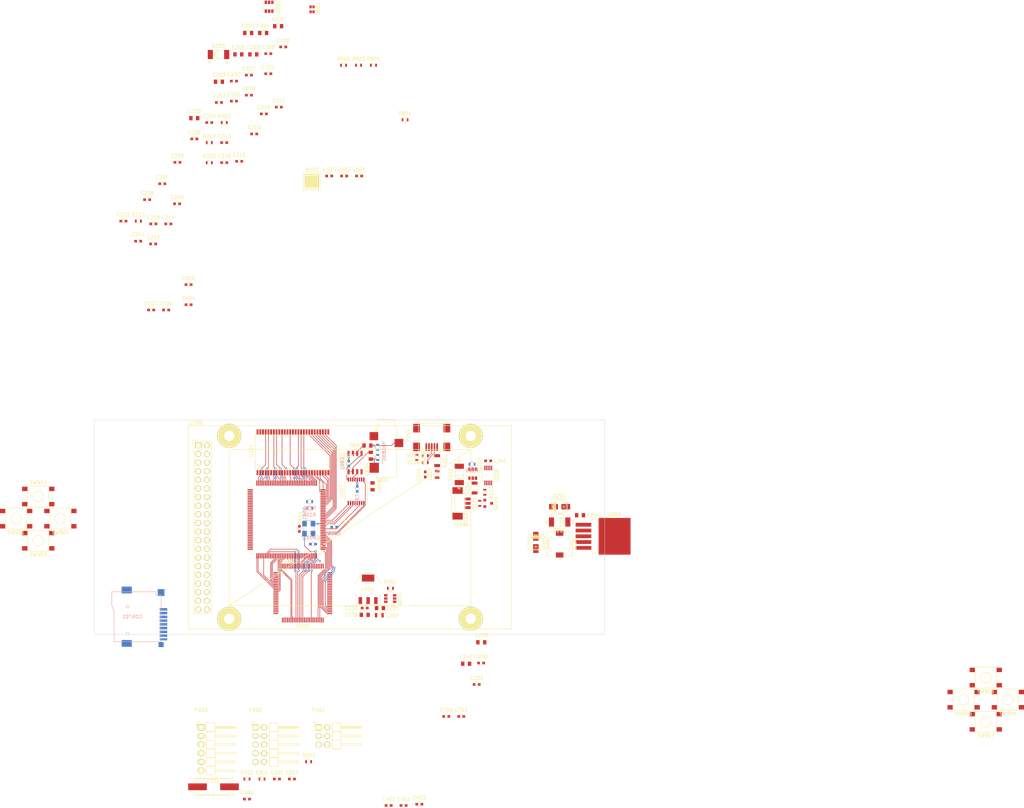
<source format=kicad_pcb>
(kicad_pcb (version 4) (host pcbnew "(2016-02-12 BZR 6554)-stable")

  (general
    (links 482)
    (no_connects 394)
    (area 52.199999 49.949999 202.300001 113.050001)
    (thickness 1.6)
    (drawings 4)
    (tracks 490)
    (zones 0)
    (modules 129)
    (nets 209)
  )

  (page A4)
  (layers
    (0 F.Cu signal)
    (31 B.Cu signal)
    (32 B.Adhes user)
    (33 F.Adhes user)
    (34 B.Paste user)
    (35 F.Paste user)
    (36 B.SilkS user)
    (37 F.SilkS user)
    (38 B.Mask user)
    (39 F.Mask user)
    (40 Dwgs.User user)
    (41 Cmts.User user)
    (42 Eco1.User user)
    (43 Eco2.User user)
    (44 Edge.Cuts user)
    (45 Margin user)
    (46 B.CrtYd user)
    (47 F.CrtYd user)
    (48 B.Fab user)
    (49 F.Fab user hide)
  )

  (setup
    (last_trace_width 0.1524)
    (user_trace_width 0.1524)
    (user_trace_width 0.2)
    (trace_clearance 0.153)
    (zone_clearance 0.508)
    (zone_45_only no)
    (trace_min 0.1524)
    (segment_width 0.2)
    (edge_width 0.1)
    (via_size 0.6096)
    (via_drill 0.3048)
    (via_min_size 0.6096)
    (via_min_drill 0.3048)
    (user_via 0.6096 0.3048)
    (user_via 0.8 0.4)
    (uvia_size 0.3048)
    (uvia_drill 0.1)
    (uvias_allowed no)
    (uvia_min_size 0.2)
    (uvia_min_drill 0.1)
    (pcb_text_width 0.3)
    (pcb_text_size 1.5 1.5)
    (mod_edge_width 0.15)
    (mod_text_size 1 1)
    (mod_text_width 0.15)
    (pad_size 1.5 1.5)
    (pad_drill 0.6)
    (pad_to_mask_clearance 0)
    (aux_axis_origin 0 0)
    (visible_elements FFFFFF7F)
    (pcbplotparams
      (layerselection 0x00030_ffffffff)
      (usegerberextensions false)
      (excludeedgelayer true)
      (linewidth 0.100000)
      (plotframeref false)
      (viasonmask false)
      (mode 1)
      (useauxorigin false)
      (hpglpennumber 1)
      (hpglpenspeed 20)
      (hpglpendiameter 15)
      (psnegative false)
      (psa4output false)
      (plotreference true)
      (plotvalue true)
      (plotinvisibletext false)
      (padsonsilk false)
      (subtractmaskfromsilk false)
      (outputformat 1)
      (mirror false)
      (drillshape 1)
      (scaleselection 1)
      (outputdirectory ""))
  )

  (net 0 "")
  (net 1 VSYS)
  (net 2 GND)
  (net 3 VSTM33)
  (net 4 /powersupply/VCAP1)
  (net 5 /powersupply/VCAP2)
  (net 6 VFPGA33)
  (net 7 +1V2)
  (net 8 VUSB)
  (net 9 /debug/OSCIN)
  (net 10 /debug/OSCOUT)
  (net 11 /audio/DACVREF)
  (net 12 /audio/AOUTL)
  (net 13 /audio/FBL)
  (net 14 /audio/AOUTR)
  (net 15 /audio/FBR)
  (net 16 /FSMC/SDIO_CMD)
  (net 17 /sdcard/SDIO_D3)
  (net 18 /sdcard/SDIO_D2)
  (net 19 /sdcard/SDIO_CLK)
  (net 20 /sdcard/SDIO_D0)
  (net 21 /sdcard/SDIO_D1)
  (net 22 /sdcard/SDCARD_DETECT)
  (net 23 /powersupply/SYS_VOLTAGE)
  (net 24 "Net-(D901-Pad2)")
  (net 25 "Net-(D901-Pad4)")
  (net 26 "Net-(D901-Pad3)")
  (net 27 "Net-(F201-Pad1)")
  (net 28 "Net-(F201-Pad2)")
  (net 29 VBAT)
  (net 30 "Net-(P201-Pad4)")
  (net 31 "Net-(P201-Pad6)")
  (net 32 /powersupply/THERM)
  (net 33 /debug/NRST)
  (net 34 /debug/BOOT0)
  (net 35 /FSMC/BOOT1)
  (net 36 /debug/FTCK)
  (net 37 /debug/FTMS)
  (net 38 /debug/FTDI)
  (net 39 /debug/FTDO)
  (net 40 "Net-(P302-Pad8)")
  (net 41 "Net-(P302-Pad9)")
  (net 42 "Net-(P302-Pad10)")
  (net 43 /debug/JTCK)
  (net 44 /debug/JTMS)
  (net 45 /debug/JTDI)
  (net 46 /FSMC/JTDO)
  (net 47 /FSMC/JRST_N)
  (net 48 /powersupply/FPGA_ENABLE_N)
  (net 49 "Net-(Q202-Pad1)")
  (net 50 /FSMC/BACKLIGHT_EN_N)
  (net 51 /powersupply/CHARGE_ENABLE)
  (net 52 /powersupply/PROG_SWITCHED)
  (net 53 "Net-(R203-Pad1)")
  (net 54 /powersupply/TOE)
  (net 55 /powersupply/CFG0)
  (net 56 /powersupply/CHG_ACTIVE_N)
  (net 57 /powersupply/USB_PRESENT_N)
  (net 58 /powersupply/PROG)
  (net 59 "Net-(R801-Pad1)")
  (net 60 /userif/RGBLED0)
  (net 61 /userif/RGBLED1)
  (net 62 /userif/RGBLED2)
  (net 63 /userif/SW_LEFT)
  (net 64 /userif/SW_UP)
  (net 65 /userif/SW_DOWN)
  (net 66 /userif/SW_RIGHT)
  (net 67 /sdcard/SW_B)
  (net 68 /sdcard/SW_A)
  (net 69 /sdcard/SW_C)
  (net 70 /sdcard/SW_D)
  (net 71 /sdram/DQ0)
  (net 72 /sdram/DQ1)
  (net 73 /sdram/DQ2)
  (net 74 /sdram/DQ3)
  (net 75 /sdram/DQ4)
  (net 76 /sdram/DQ5)
  (net 77 /sdram/DQ6)
  (net 78 /sdram/DQ7)
  (net 79 /sdram/DQML)
  (net 80 /sdram/WE)
  (net 81 /sdram/CAS)
  (net 82 /sdram/RAS)
  (net 83 /sdram/CS)
  (net 84 /sdram/BA0)
  (net 85 /sdram/BA1)
  (net 86 /sdram/A10)
  (net 87 /sdram/A0)
  (net 88 /sdram/A1)
  (net 89 /sdram/A2)
  (net 90 /sdram/A3)
  (net 91 /sdram/A4)
  (net 92 /sdram/A5)
  (net 93 /sdram/A6)
  (net 94 /sdram/A7)
  (net 95 /sdram/A8)
  (net 96 /sdram/A9)
  (net 97 /sdram/A11)
  (net 98 "Net-(U201-Pad36)")
  (net 99 /sdram/CKE)
  (net 100 /sdram/CLK)
  (net 101 /sdram/DQMH)
  (net 102 "Net-(U201-Pad40)")
  (net 103 /sdram/DQ8)
  (net 104 /sdram/DQ9)
  (net 105 /sdram/DQ10)
  (net 106 /sdram/DQ11)
  (net 107 /sdram/DQ12)
  (net 108 /sdram/DQ13)
  (net 109 /sdram/DQ14)
  (net 110 /sdram/DQ15)
  (net 111 /FSMC/A23)
  (net 112 /FSMC/A19)
  (net 113 /FSMC/A20)
  (net 114 /FSMC/A21)
  (net 115 /FSMC/A22)
  (net 116 "Net-(U202-Pad7)")
  (net 117 "Net-(U202-Pad8)")
  (net 118 "Net-(U202-Pad9)")
  (net 119 /sdcard/OSC_EN)
  (net 120 "Net-(U202-Pad34)")
  (net 121 "Net-(U202-Pad35)")
  (net 122 "Net-(U202-Pad36)")
  (net 123 /FSMC/DA4)
  (net 124 /FSMC/DA5)
  (net 125 /FSMC/DA6)
  (net 126 /FSMC/DA7)
  (net 127 /FSMC/DA8)
  (net 128 /FSMC/DA9)
  (net 129 /FSMC/DA10)
  (net 130 /FSMC/DA11)
  (net 131 /FSMC/DA12)
  (net 132 "Net-(U202-Pad47)")
  (net 133 "Net-(U202-Pad48)")
  (net 134 /FSMC/T_CS)
  (net 135 /FSMC/T_CLK)
  (net 136 /FSMC/T_DOUT)
  (net 137 /FSMC/T_DIN)
  (net 138 /FSMC/DA13)
  (net 139 /FSMC/DA14)
  (net 140 /FSMC/DA15)
  (net 141 /FSMC/A16)
  (net 142 /FSMC/A17)
  (net 143 /FSMC/A18)
  (net 144 /FSMC/DA0)
  (net 145 /FSMC/DA1)
  (net 146 /display/T_BUSY)
  (net 147 /display/T_IRQ)
  (net 148 /FSMC/DA2)
  (net 149 /FSMC/DA3)
  (net 150 /FSMC/CLK)
  (net 151 /FSMC/OE_N)
  (net 152 /FSMC/WE_N)
  (net 153 /FSMC/WAIT_N)
  (net 154 /FSMC/E1_N)
  (net 155 "Net-(U202-Pad91)")
  (net 156 "Net-(U202-Pad92)")
  (net 157 /FSMC/ADV_N)
  (net 158 "Net-(U202-Pad95)")
  (net 159 "Net-(U202-Pad96)")
  (net 160 /FSMC/BL0_N)
  (net 161 /FSMC/BL1_N)
  (net 162 /audio/L3MODE)
  (net 163 /audio/ADATA)
  (net 164 /audio/L3DATA)
  (net 165 /audio/ACLK)
  (net 166 /sdram/CLK_50M)
  (net 167 /audio/AWS)
  (net 168 /audio/ABCK)
  (net 169 "Net-(U205-Pad73)")
  (net 170 /display/DB0)
  (net 171 /display/DB1)
  (net 172 /display/DB2)
  (net 173 /display/RS)
  (net 174 /display/DB3)
  (net 175 /display/WR)
  (net 176 /display/DB4)
  (net 177 /display/RD)
  (net 178 /display/DB5)
  (net 179 /display/DB8)
  (net 180 /display/DB6)
  (net 181 /display/DB9)
  (net 182 /display/DB7)
  (net 183 /display/DB10)
  (net 184 /display/DB11)
  (net 185 /display/DB12)
  (net 186 /display/DB13)
  (net 187 /display/DB14)
  (net 188 /display/DB15)
  (net 189 /display/CS)
  (net 190 /display/RST)
  (net 191 "Net-(U206-Pad5)")
  (net 192 "Net-(U206-Pad30)")
  (net 193 "Net-(U206-Pad31)")
  (net 194 "Net-(U206-Pad32)")
  (net 195 "Net-(U206-Pad34)")
  (net 196 "Net-(U206-Pad35)")
  (net 197 "Net-(U206-Pad36)")
  (net 198 "Net-(U206-Pad38)")
  (net 199 "Net-(U206-Pad39)")
  (net 200 "Net-(U206-Pad40)")
  (net 201 /audio/DACL)
  (net 202 /audio/DACR)
  (net 203 "Net-(U208-Pad4)")
  (net 204 /powersupply/LSout)
  (net 205 /powersupply/SSout)
  (net 206 /powersupply/D-)
  (net 207 /powersupply/D+)
  (net 208 /powersupply/B+)

  (net_class Default "This is the default net class."
    (clearance 0.153)
    (trace_width 0.1524)
    (via_dia 0.6096)
    (via_drill 0.3048)
    (uvia_dia 0.3048)
    (uvia_drill 0.1)
    (add_net +1V2)
    (add_net /FSMC/A16)
    (add_net /FSMC/A17)
    (add_net /FSMC/A18)
    (add_net /FSMC/A19)
    (add_net /FSMC/A20)
    (add_net /FSMC/A21)
    (add_net /FSMC/A22)
    (add_net /FSMC/A23)
    (add_net /FSMC/ADV_N)
    (add_net /FSMC/BACKLIGHT_EN_N)
    (add_net /FSMC/BL0_N)
    (add_net /FSMC/BL1_N)
    (add_net /FSMC/BOOT1)
    (add_net /FSMC/CLK)
    (add_net /FSMC/DA0)
    (add_net /FSMC/DA1)
    (add_net /FSMC/DA10)
    (add_net /FSMC/DA11)
    (add_net /FSMC/DA12)
    (add_net /FSMC/DA13)
    (add_net /FSMC/DA14)
    (add_net /FSMC/DA15)
    (add_net /FSMC/DA2)
    (add_net /FSMC/DA3)
    (add_net /FSMC/DA4)
    (add_net /FSMC/DA5)
    (add_net /FSMC/DA6)
    (add_net /FSMC/DA7)
    (add_net /FSMC/DA8)
    (add_net /FSMC/DA9)
    (add_net /FSMC/E1_N)
    (add_net /FSMC/JRST_N)
    (add_net /FSMC/JTDO)
    (add_net /FSMC/OE_N)
    (add_net /FSMC/SDIO_CMD)
    (add_net /FSMC/T_CLK)
    (add_net /FSMC/T_CS)
    (add_net /FSMC/T_DIN)
    (add_net /FSMC/T_DOUT)
    (add_net /FSMC/WAIT_N)
    (add_net /FSMC/WE_N)
    (add_net /audio/ABCK)
    (add_net /audio/ACLK)
    (add_net /audio/ADATA)
    (add_net /audio/AOUTL)
    (add_net /audio/AOUTR)
    (add_net /audio/AWS)
    (add_net /audio/DACL)
    (add_net /audio/DACR)
    (add_net /audio/DACVREF)
    (add_net /audio/FBL)
    (add_net /audio/FBR)
    (add_net /audio/L3DATA)
    (add_net /audio/L3MODE)
    (add_net /debug/BOOT0)
    (add_net /debug/FTCK)
    (add_net /debug/FTDI)
    (add_net /debug/FTDO)
    (add_net /debug/FTMS)
    (add_net /debug/JTCK)
    (add_net /debug/JTDI)
    (add_net /debug/JTMS)
    (add_net /debug/NRST)
    (add_net /debug/OSCIN)
    (add_net /debug/OSCOUT)
    (add_net /display/CS)
    (add_net /display/DB0)
    (add_net /display/DB1)
    (add_net /display/DB10)
    (add_net /display/DB11)
    (add_net /display/DB12)
    (add_net /display/DB13)
    (add_net /display/DB14)
    (add_net /display/DB15)
    (add_net /display/DB2)
    (add_net /display/DB3)
    (add_net /display/DB4)
    (add_net /display/DB5)
    (add_net /display/DB6)
    (add_net /display/DB7)
    (add_net /display/DB8)
    (add_net /display/DB9)
    (add_net /display/RD)
    (add_net /display/RS)
    (add_net /display/RST)
    (add_net /display/T_BUSY)
    (add_net /display/T_IRQ)
    (add_net /display/WR)
    (add_net /powersupply/B+)
    (add_net /powersupply/CFG0)
    (add_net /powersupply/CHARGE_ENABLE)
    (add_net /powersupply/CHG_ACTIVE_N)
    (add_net /powersupply/D+)
    (add_net /powersupply/D-)
    (add_net /powersupply/FPGA_ENABLE_N)
    (add_net /powersupply/LSout)
    (add_net /powersupply/PROG)
    (add_net /powersupply/PROG_SWITCHED)
    (add_net /powersupply/SSout)
    (add_net /powersupply/SYS_VOLTAGE)
    (add_net /powersupply/THERM)
    (add_net /powersupply/TOE)
    (add_net /powersupply/USB_PRESENT_N)
    (add_net /powersupply/VCAP1)
    (add_net /powersupply/VCAP2)
    (add_net /sdcard/OSC_EN)
    (add_net /sdcard/SDCARD_DETECT)
    (add_net /sdcard/SDIO_CLK)
    (add_net /sdcard/SDIO_D0)
    (add_net /sdcard/SDIO_D1)
    (add_net /sdcard/SDIO_D2)
    (add_net /sdcard/SDIO_D3)
    (add_net /sdcard/SW_A)
    (add_net /sdcard/SW_B)
    (add_net /sdcard/SW_C)
    (add_net /sdcard/SW_D)
    (add_net /sdram/A0)
    (add_net /sdram/A1)
    (add_net /sdram/A10)
    (add_net /sdram/A11)
    (add_net /sdram/A2)
    (add_net /sdram/A3)
    (add_net /sdram/A4)
    (add_net /sdram/A5)
    (add_net /sdram/A6)
    (add_net /sdram/A7)
    (add_net /sdram/A8)
    (add_net /sdram/A9)
    (add_net /sdram/BA0)
    (add_net /sdram/BA1)
    (add_net /sdram/CAS)
    (add_net /sdram/CKE)
    (add_net /sdram/CLK)
    (add_net /sdram/CLK_50M)
    (add_net /sdram/CS)
    (add_net /sdram/DQ0)
    (add_net /sdram/DQ1)
    (add_net /sdram/DQ10)
    (add_net /sdram/DQ11)
    (add_net /sdram/DQ12)
    (add_net /sdram/DQ13)
    (add_net /sdram/DQ14)
    (add_net /sdram/DQ15)
    (add_net /sdram/DQ2)
    (add_net /sdram/DQ3)
    (add_net /sdram/DQ4)
    (add_net /sdram/DQ5)
    (add_net /sdram/DQ6)
    (add_net /sdram/DQ7)
    (add_net /sdram/DQ8)
    (add_net /sdram/DQ9)
    (add_net /sdram/DQMH)
    (add_net /sdram/DQML)
    (add_net /sdram/RAS)
    (add_net /sdram/WE)
    (add_net /userif/RGBLED0)
    (add_net /userif/RGBLED1)
    (add_net /userif/RGBLED2)
    (add_net /userif/SW_DOWN)
    (add_net /userif/SW_LEFT)
    (add_net /userif/SW_RIGHT)
    (add_net /userif/SW_UP)
    (add_net GND)
    (add_net "Net-(D901-Pad2)")
    (add_net "Net-(D901-Pad3)")
    (add_net "Net-(D901-Pad4)")
    (add_net "Net-(F201-Pad1)")
    (add_net "Net-(F201-Pad2)")
    (add_net "Net-(P201-Pad4)")
    (add_net "Net-(P201-Pad6)")
    (add_net "Net-(P302-Pad10)")
    (add_net "Net-(P302-Pad8)")
    (add_net "Net-(P302-Pad9)")
    (add_net "Net-(Q202-Pad1)")
    (add_net "Net-(R203-Pad1)")
    (add_net "Net-(R801-Pad1)")
    (add_net "Net-(U201-Pad36)")
    (add_net "Net-(U201-Pad40)")
    (add_net "Net-(U202-Pad34)")
    (add_net "Net-(U202-Pad35)")
    (add_net "Net-(U202-Pad36)")
    (add_net "Net-(U202-Pad47)")
    (add_net "Net-(U202-Pad48)")
    (add_net "Net-(U202-Pad7)")
    (add_net "Net-(U202-Pad8)")
    (add_net "Net-(U202-Pad9)")
    (add_net "Net-(U202-Pad91)")
    (add_net "Net-(U202-Pad92)")
    (add_net "Net-(U202-Pad95)")
    (add_net "Net-(U202-Pad96)")
    (add_net "Net-(U205-Pad73)")
    (add_net "Net-(U206-Pad30)")
    (add_net "Net-(U206-Pad31)")
    (add_net "Net-(U206-Pad32)")
    (add_net "Net-(U206-Pad34)")
    (add_net "Net-(U206-Pad35)")
    (add_net "Net-(U206-Pad36)")
    (add_net "Net-(U206-Pad38)")
    (add_net "Net-(U206-Pad39)")
    (add_net "Net-(U206-Pad40)")
    (add_net "Net-(U206-Pad5)")
    (add_net "Net-(U208-Pad4)")
    (add_net VBAT)
    (add_net VFPGA33)
    (add_net VSTM33)
    (add_net VSYS)
    (add_net VUSB)
  )

  (module Capacitors_SMD:c_elec_4x4.5 (layer F.Cu) (tedit 55725C01) (tstamp 56D850F1)
    (at 189 75.5)
    (descr "SMT capacitor, aluminium electrolytic, 4x4.5")
    (path /563244F7/56C2EA4B)
    (attr smd)
    (fp_text reference C201 (at 0 -3.175) (layer F.SilkS)
      (effects (font (size 1 1) (thickness 0.15)))
    )
    (fp_text value 220u (at 0 3.175) (layer F.Fab)
      (effects (font (size 1 1) (thickness 0.15)))
    )
    (fp_line (start -3.35 2.65) (end 3.35 2.65) (layer F.CrtYd) (width 0.05))
    (fp_line (start 3.35 -2.65) (end -3.35 -2.65) (layer F.CrtYd) (width 0.05))
    (fp_line (start -3.35 -2.65) (end -3.35 2.65) (layer F.CrtYd) (width 0.05))
    (fp_line (start 3.35 2.65) (end 3.35 -2.65) (layer F.CrtYd) (width 0.05))
    (fp_line (start 1.651 0) (end 0.889 0) (layer F.SilkS) (width 0.15))
    (fp_line (start 1.27 -0.381) (end 1.27 0.381) (layer F.SilkS) (width 0.15))
    (fp_line (start 1.524 2.286) (end -2.286 2.286) (layer F.SilkS) (width 0.15))
    (fp_line (start 2.286 -1.524) (end 2.286 1.524) (layer F.SilkS) (width 0.15))
    (fp_line (start 1.524 2.286) (end 2.286 1.524) (layer F.SilkS) (width 0.15))
    (fp_line (start 1.524 -2.286) (end -2.286 -2.286) (layer F.SilkS) (width 0.15))
    (fp_line (start 1.524 -2.286) (end 2.286 -1.524) (layer F.SilkS) (width 0.15))
    (fp_line (start -2.032 0.127) (end -2.032 -0.127) (layer F.SilkS) (width 0.15))
    (fp_line (start -1.905 -0.635) (end -1.905 0.635) (layer F.SilkS) (width 0.15))
    (fp_line (start -1.778 0.889) (end -1.778 -0.889) (layer F.SilkS) (width 0.15))
    (fp_line (start -1.651 1.143) (end -1.651 -1.143) (layer F.SilkS) (width 0.15))
    (fp_line (start -1.524 -1.27) (end -1.524 1.27) (layer F.SilkS) (width 0.15))
    (fp_line (start -1.397 1.397) (end -1.397 -1.397) (layer F.SilkS) (width 0.15))
    (fp_line (start -1.27 -1.524) (end -1.27 1.524) (layer F.SilkS) (width 0.15))
    (fp_line (start -1.143 -1.651) (end -1.143 1.651) (layer F.SilkS) (width 0.15))
    (fp_line (start -2.286 -2.286) (end -2.286 2.286) (layer F.SilkS) (width 0.15))
    (fp_circle (center 0 0) (end -2.032 0) (layer F.SilkS) (width 0.15))
    (pad 1 smd rect (at 1.80086 0) (size 2.60096 1.6002) (layers F.Cu F.Paste F.Mask)
      (net 1 VSYS))
    (pad 2 smd rect (at -1.80086 0) (size 2.60096 1.6002) (layers F.Cu F.Paste F.Mask)
      (net 2 GND))
    (model Capacitors_SMD.3dshapes/c_elec_4x4.5.wrl
      (at (xyz 0 0 0))
      (scale (xyz 1 1 1))
      (rotate (xyz 0 0 0))
    )
  )

  (module Capacitors_SMD:C_0805 (layer F.Cu) (tedit 5415D6EA) (tstamp 56D850FD)
    (at 98.957546 -57.539378)
    (descr "Capacitor SMD 0805, reflow soldering, AVX (see smccp.pdf)")
    (tags "capacitor 0805")
    (path /563244F7/56C52C65)
    (attr smd)
    (fp_text reference C202 (at 0 -2.1) (layer F.SilkS)
      (effects (font (size 1 1) (thickness 0.15)))
    )
    (fp_text value 10u (at 0 2.1) (layer F.Fab)
      (effects (font (size 1 1) (thickness 0.15)))
    )
    (fp_line (start -1.8 -1) (end 1.8 -1) (layer F.CrtYd) (width 0.05))
    (fp_line (start -1.8 1) (end 1.8 1) (layer F.CrtYd) (width 0.05))
    (fp_line (start -1.8 -1) (end -1.8 1) (layer F.CrtYd) (width 0.05))
    (fp_line (start 1.8 -1) (end 1.8 1) (layer F.CrtYd) (width 0.05))
    (fp_line (start 0.5 -0.85) (end -0.5 -0.85) (layer F.SilkS) (width 0.15))
    (fp_line (start -0.5 0.85) (end 0.5 0.85) (layer F.SilkS) (width 0.15))
    (pad 1 smd rect (at -1 0) (size 1 1.25) (layers F.Cu F.Paste F.Mask)
      (net 3 VSTM33))
    (pad 2 smd rect (at 1 0) (size 1 1.25) (layers F.Cu F.Paste F.Mask)
      (net 2 GND))
    (model Capacitors_SMD.3dshapes/C_0805.wrl
      (at (xyz 0 0 0))
      (scale (xyz 1 1 1))
      (rotate (xyz 0 0 0))
    )
  )

  (module Capacitors_SMD:C_0805 (layer F.Cu) (tedit 5415D6EA) (tstamp 56D85109)
    (at 88.857546 -49.489378)
    (descr "Capacitor SMD 0805, reflow soldering, AVX (see smccp.pdf)")
    (tags "capacitor 0805")
    (path /563244F7/56C5D114)
    (attr smd)
    (fp_text reference C203 (at 0 -2.1) (layer F.SilkS)
      (effects (font (size 1 1) (thickness 0.15)))
    )
    (fp_text value 2.2u (at 0 2.1) (layer F.Fab)
      (effects (font (size 1 1) (thickness 0.15)))
    )
    (fp_line (start -1.8 -1) (end 1.8 -1) (layer F.CrtYd) (width 0.05))
    (fp_line (start -1.8 1) (end 1.8 1) (layer F.CrtYd) (width 0.05))
    (fp_line (start -1.8 -1) (end -1.8 1) (layer F.CrtYd) (width 0.05))
    (fp_line (start 1.8 -1) (end 1.8 1) (layer F.CrtYd) (width 0.05))
    (fp_line (start 0.5 -0.85) (end -0.5 -0.85) (layer F.SilkS) (width 0.15))
    (fp_line (start -0.5 0.85) (end 0.5 0.85) (layer F.SilkS) (width 0.15))
    (pad 1 smd rect (at -1 0) (size 1 1.25) (layers F.Cu F.Paste F.Mask)
      (net 4 /powersupply/VCAP1))
    (pad 2 smd rect (at 1 0) (size 1 1.25) (layers F.Cu F.Paste F.Mask)
      (net 2 GND))
    (model Capacitors_SMD.3dshapes/C_0805.wrl
      (at (xyz 0 0 0))
      (scale (xyz 1 1 1))
      (rotate (xyz 0 0 0))
    )
  )

  (module Capacitors_SMD:C_0805 (layer F.Cu) (tedit 5415D6EA) (tstamp 56D85115)
    (at 195 78 180)
    (descr "Capacitor SMD 0805, reflow soldering, AVX (see smccp.pdf)")
    (tags "capacitor 0805")
    (path /563244F7/56324973)
    (attr smd)
    (fp_text reference C204 (at -3.9 -0.1 180) (layer F.SilkS)
      (effects (font (size 1 1) (thickness 0.15)))
    )
    (fp_text value 10u (at 0 2.1 180) (layer F.Fab)
      (effects (font (size 1 1) (thickness 0.15)))
    )
    (fp_line (start -1.8 -1) (end 1.8 -1) (layer F.CrtYd) (width 0.05))
    (fp_line (start -1.8 1) (end 1.8 1) (layer F.CrtYd) (width 0.05))
    (fp_line (start -1.8 -1) (end -1.8 1) (layer F.CrtYd) (width 0.05))
    (fp_line (start 1.8 -1) (end 1.8 1) (layer F.CrtYd) (width 0.05))
    (fp_line (start 0.5 -0.85) (end -0.5 -0.85) (layer F.SilkS) (width 0.15))
    (fp_line (start -0.5 0.85) (end 0.5 0.85) (layer F.SilkS) (width 0.15))
    (pad 1 smd rect (at -1 0 180) (size 1 1.25) (layers F.Cu F.Paste F.Mask)
      (net 1 VSYS))
    (pad 2 smd rect (at 1 0 180) (size 1 1.25) (layers F.Cu F.Paste F.Mask)
      (net 2 GND))
    (model Capacitors_SMD.3dshapes/C_0805.wrl
      (at (xyz 0 0 0))
      (scale (xyz 1 1 1))
      (rotate (xyz 0 0 0))
    )
  )

  (module Capacitors_SMD:C_0603 (layer F.Cu) (tedit 5415D631) (tstamp 56D85121)
    (at 86.007546 -37.489378)
    (descr "Capacitor SMD 0603, reflow soldering, AVX (see smccp.pdf)")
    (tags "capacitor 0603")
    (path /563244F7/56C50D95)
    (attr smd)
    (fp_text reference C205 (at 0 -1.9) (layer F.SilkS)
      (effects (font (size 1 1) (thickness 0.15)))
    )
    (fp_text value 100n (at 0 1.9) (layer F.Fab)
      (effects (font (size 1 1) (thickness 0.15)))
    )
    (fp_line (start -1.45 -0.75) (end 1.45 -0.75) (layer F.CrtYd) (width 0.05))
    (fp_line (start -1.45 0.75) (end 1.45 0.75) (layer F.CrtYd) (width 0.05))
    (fp_line (start -1.45 -0.75) (end -1.45 0.75) (layer F.CrtYd) (width 0.05))
    (fp_line (start 1.45 -0.75) (end 1.45 0.75) (layer F.CrtYd) (width 0.05))
    (fp_line (start -0.35 -0.6) (end 0.35 -0.6) (layer F.SilkS) (width 0.15))
    (fp_line (start 0.35 0.6) (end -0.35 0.6) (layer F.SilkS) (width 0.15))
    (pad 1 smd rect (at -0.75 0) (size 0.8 0.75) (layers F.Cu F.Paste F.Mask)
      (net 3 VSTM33))
    (pad 2 smd rect (at 0.75 0) (size 0.8 0.75) (layers F.Cu F.Paste F.Mask)
      (net 2 GND))
    (model Capacitors_SMD.3dshapes/C_0603.wrl
      (at (xyz 0 0 0))
      (scale (xyz 1 1 1))
      (rotate (xyz 0 0 0))
    )
  )

  (module Capacitors_SMD:C_0805 (layer F.Cu) (tedit 5415D6EA) (tstamp 56D8512D)
    (at 94.557546 -57.539378)
    (descr "Capacitor SMD 0805, reflow soldering, AVX (see smccp.pdf)")
    (tags "capacitor 0805")
    (path /563244F7/56C5C319)
    (attr smd)
    (fp_text reference C206 (at 0 -2.1) (layer F.SilkS)
      (effects (font (size 1 1) (thickness 0.15)))
    )
    (fp_text value 2.2u (at 0 2.1) (layer F.Fab)
      (effects (font (size 1 1) (thickness 0.15)))
    )
    (fp_line (start -1.8 -1) (end 1.8 -1) (layer F.CrtYd) (width 0.05))
    (fp_line (start -1.8 1) (end 1.8 1) (layer F.CrtYd) (width 0.05))
    (fp_line (start -1.8 -1) (end -1.8 1) (layer F.CrtYd) (width 0.05))
    (fp_line (start 1.8 -1) (end 1.8 1) (layer F.CrtYd) (width 0.05))
    (fp_line (start 0.5 -0.85) (end -0.5 -0.85) (layer F.SilkS) (width 0.15))
    (fp_line (start -0.5 0.85) (end 0.5 0.85) (layer F.SilkS) (width 0.15))
    (pad 1 smd rect (at -1 0) (size 1 1.25) (layers F.Cu F.Paste F.Mask)
      (net 5 /powersupply/VCAP2))
    (pad 2 smd rect (at 1 0) (size 1 1.25) (layers F.Cu F.Paste F.Mask)
      (net 2 GND))
    (model Capacitors_SMD.3dshapes/C_0805.wrl
      (at (xyz 0 0 0))
      (scale (xyz 1 1 1))
      (rotate (xyz 0 0 0))
    )
  )

  (module Capacitors_SMD:C_0603 (layer F.Cu) (tedit 5415D631) (tstamp 56D85139)
    (at 88.857546 -43.389378)
    (descr "Capacitor SMD 0603, reflow soldering, AVX (see smccp.pdf)")
    (tags "capacitor 0603")
    (path /563244F7/56C5067D)
    (attr smd)
    (fp_text reference C207 (at 0 -1.9) (layer F.SilkS)
      (effects (font (size 1 1) (thickness 0.15)))
    )
    (fp_text value 100n (at 0 1.9) (layer F.Fab)
      (effects (font (size 1 1) (thickness 0.15)))
    )
    (fp_line (start -1.45 -0.75) (end 1.45 -0.75) (layer F.CrtYd) (width 0.05))
    (fp_line (start -1.45 0.75) (end 1.45 0.75) (layer F.CrtYd) (width 0.05))
    (fp_line (start -1.45 -0.75) (end -1.45 0.75) (layer F.CrtYd) (width 0.05))
    (fp_line (start 1.45 -0.75) (end 1.45 0.75) (layer F.CrtYd) (width 0.05))
    (fp_line (start -0.35 -0.6) (end 0.35 -0.6) (layer F.SilkS) (width 0.15))
    (fp_line (start 0.35 0.6) (end -0.35 0.6) (layer F.SilkS) (width 0.15))
    (pad 1 smd rect (at -0.75 0) (size 0.8 0.75) (layers F.Cu F.Paste F.Mask)
      (net 3 VSTM33))
    (pad 2 smd rect (at 0.75 0) (size 0.8 0.75) (layers F.Cu F.Paste F.Mask)
      (net 2 GND))
    (model Capacitors_SMD.3dshapes/C_0603.wrl
      (at (xyz 0 0 0))
      (scale (xyz 1 1 1))
      (rotate (xyz 0 0 0))
    )
  )

  (module Capacitors_SMD:C_0603 (layer F.Cu) (tedit 5415D631) (tstamp 56D85145)
    (at 103.357546 -57.739378)
    (descr "Capacitor SMD 0603, reflow soldering, AVX (see smccp.pdf)")
    (tags "capacitor 0603")
    (path /563244F7/56C50683)
    (attr smd)
    (fp_text reference C208 (at 0 -1.9) (layer F.SilkS)
      (effects (font (size 1 1) (thickness 0.15)))
    )
    (fp_text value 100n (at 0 1.9) (layer F.Fab)
      (effects (font (size 1 1) (thickness 0.15)))
    )
    (fp_line (start -1.45 -0.75) (end 1.45 -0.75) (layer F.CrtYd) (width 0.05))
    (fp_line (start -1.45 0.75) (end 1.45 0.75) (layer F.CrtYd) (width 0.05))
    (fp_line (start -1.45 -0.75) (end -1.45 0.75) (layer F.CrtYd) (width 0.05))
    (fp_line (start 1.45 -0.75) (end 1.45 0.75) (layer F.CrtYd) (width 0.05))
    (fp_line (start -0.35 -0.6) (end 0.35 -0.6) (layer F.SilkS) (width 0.15))
    (fp_line (start 0.35 0.6) (end -0.35 0.6) (layer F.SilkS) (width 0.15))
    (pad 1 smd rect (at -0.75 0) (size 0.8 0.75) (layers F.Cu F.Paste F.Mask)
      (net 3 VSTM33))
    (pad 2 smd rect (at 0.75 0) (size 0.8 0.75) (layers F.Cu F.Paste F.Mask)
      (net 2 GND))
    (model Capacitors_SMD.3dshapes/C_0603.wrl
      (at (xyz 0 0 0))
      (scale (xyz 1 1 1))
      (rotate (xyz 0 0 0))
    )
  )

  (module Capacitors_SMD:C_0603 (layer F.Cu) (tedit 5415D631) (tstamp 56D85151)
    (at 76.557546 -13.589378)
    (descr "Capacitor SMD 0603, reflow soldering, AVX (see smccp.pdf)")
    (tags "capacitor 0603")
    (path /563244F7/56C50689)
    (attr smd)
    (fp_text reference C209 (at 0 -1.9) (layer F.SilkS)
      (effects (font (size 1 1) (thickness 0.15)))
    )
    (fp_text value 100n (at 0 1.9) (layer F.Fab)
      (effects (font (size 1 1) (thickness 0.15)))
    )
    (fp_line (start -1.45 -0.75) (end 1.45 -0.75) (layer F.CrtYd) (width 0.05))
    (fp_line (start -1.45 0.75) (end 1.45 0.75) (layer F.CrtYd) (width 0.05))
    (fp_line (start -1.45 -0.75) (end -1.45 0.75) (layer F.CrtYd) (width 0.05))
    (fp_line (start 1.45 -0.75) (end 1.45 0.75) (layer F.CrtYd) (width 0.05))
    (fp_line (start -0.35 -0.6) (end 0.35 -0.6) (layer F.SilkS) (width 0.15))
    (fp_line (start 0.35 0.6) (end -0.35 0.6) (layer F.SilkS) (width 0.15))
    (pad 1 smd rect (at -0.75 0) (size 0.8 0.75) (layers F.Cu F.Paste F.Mask)
      (net 3 VSTM33))
    (pad 2 smd rect (at 0.75 0) (size 0.8 0.75) (layers F.Cu F.Paste F.Mask)
      (net 2 GND))
    (model Capacitors_SMD.3dshapes/C_0603.wrl
      (at (xyz 0 0 0))
      (scale (xyz 1 1 1))
      (rotate (xyz 0 0 0))
    )
  )

  (module Capacitors_SMD:C_0603 (layer F.Cu) (tedit 5415D631) (tstamp 56D8515D)
    (at 99.207546 -34.139378)
    (descr "Capacitor SMD 0603, reflow soldering, AVX (see smccp.pdf)")
    (tags "capacitor 0603")
    (path /563244F7/56C5068F)
    (attr smd)
    (fp_text reference C210 (at 0 -1.9) (layer F.SilkS)
      (effects (font (size 1 1) (thickness 0.15)))
    )
    (fp_text value 100n (at 0 1.9) (layer F.Fab)
      (effects (font (size 1 1) (thickness 0.15)))
    )
    (fp_line (start -1.45 -0.75) (end 1.45 -0.75) (layer F.CrtYd) (width 0.05))
    (fp_line (start -1.45 0.75) (end 1.45 0.75) (layer F.CrtYd) (width 0.05))
    (fp_line (start -1.45 -0.75) (end -1.45 0.75) (layer F.CrtYd) (width 0.05))
    (fp_line (start 1.45 -0.75) (end 1.45 0.75) (layer F.CrtYd) (width 0.05))
    (fp_line (start -0.35 -0.6) (end 0.35 -0.6) (layer F.SilkS) (width 0.15))
    (fp_line (start 0.35 0.6) (end -0.35 0.6) (layer F.SilkS) (width 0.15))
    (pad 1 smd rect (at -0.75 0) (size 0.8 0.75) (layers F.Cu F.Paste F.Mask)
      (net 3 VSTM33))
    (pad 2 smd rect (at 0.75 0) (size 0.8 0.75) (layers F.Cu F.Paste F.Mask)
      (net 2 GND))
    (model Capacitors_SMD.3dshapes/C_0603.wrl
      (at (xyz 0 0 0))
      (scale (xyz 1 1 1))
      (rotate (xyz 0 0 0))
    )
  )

  (module Capacitors_SMD:C_0603 (layer F.Cu) (tedit 5415D631) (tstamp 56D85169)
    (at 106.457546 -42.029378)
    (descr "Capacitor SMD 0603, reflow soldering, AVX (see smccp.pdf)")
    (tags "capacitor 0603")
    (path /563244F7/56C786E8)
    (attr smd)
    (fp_text reference C211 (at 0 -1.9) (layer F.SilkS)
      (effects (font (size 1 1) (thickness 0.15)))
    )
    (fp_text value 100n (at 0 1.9) (layer F.Fab)
      (effects (font (size 1 1) (thickness 0.15)))
    )
    (fp_line (start -1.45 -0.75) (end 1.45 -0.75) (layer F.CrtYd) (width 0.05))
    (fp_line (start -1.45 0.75) (end 1.45 0.75) (layer F.CrtYd) (width 0.05))
    (fp_line (start -1.45 -0.75) (end -1.45 0.75) (layer F.CrtYd) (width 0.05))
    (fp_line (start 1.45 -0.75) (end 1.45 0.75) (layer F.CrtYd) (width 0.05))
    (fp_line (start -0.35 -0.6) (end 0.35 -0.6) (layer F.SilkS) (width 0.15))
    (fp_line (start 0.35 0.6) (end -0.35 0.6) (layer F.SilkS) (width 0.15))
    (pad 1 smd rect (at -0.75 0) (size 0.8 0.75) (layers F.Cu F.Paste F.Mask)
      (net 6 VFPGA33))
    (pad 2 smd rect (at 0.75 0) (size 0.8 0.75) (layers F.Cu F.Paste F.Mask)
      (net 2 GND))
    (model Capacitors_SMD.3dshapes/C_0603.wrl
      (at (xyz 0 0 0))
      (scale (xyz 1 1 1))
      (rotate (xyz 0 0 0))
    )
  )

  (module Capacitors_SMD:C_0603 (layer F.Cu) (tedit 5415D631) (tstamp 56D85175)
    (at 60.767546 -8.499378)
    (descr "Capacitor SMD 0603, reflow soldering, AVX (see smccp.pdf)")
    (tags "capacitor 0603")
    (path /563244F7/56C50695)
    (attr smd)
    (fp_text reference C212 (at 0 -1.9) (layer F.SilkS)
      (effects (font (size 1 1) (thickness 0.15)))
    )
    (fp_text value 100n (at 0 1.9) (layer F.Fab)
      (effects (font (size 1 1) (thickness 0.15)))
    )
    (fp_line (start -1.45 -0.75) (end 1.45 -0.75) (layer F.CrtYd) (width 0.05))
    (fp_line (start -1.45 0.75) (end 1.45 0.75) (layer F.CrtYd) (width 0.05))
    (fp_line (start -1.45 -0.75) (end -1.45 0.75) (layer F.CrtYd) (width 0.05))
    (fp_line (start 1.45 -0.75) (end 1.45 0.75) (layer F.CrtYd) (width 0.05))
    (fp_line (start -0.35 -0.6) (end 0.35 -0.6) (layer F.SilkS) (width 0.15))
    (fp_line (start 0.35 0.6) (end -0.35 0.6) (layer F.SilkS) (width 0.15))
    (pad 1 smd rect (at -0.75 0) (size 0.8 0.75) (layers F.Cu F.Paste F.Mask)
      (net 3 VSTM33))
    (pad 2 smd rect (at 0.75 0) (size 0.8 0.75) (layers F.Cu F.Paste F.Mask)
      (net 2 GND))
    (model Capacitors_SMD.3dshapes/C_0603.wrl
      (at (xyz 0 0 0))
      (scale (xyz 1 1 1))
      (rotate (xyz 0 0 0))
    )
  )

  (module Capacitors_SMD:C_0603 (layer F.Cu) (tedit 5415D631) (tstamp 56D85181)
    (at 69.517546 -1.789378)
    (descr "Capacitor SMD 0603, reflow soldering, AVX (see smccp.pdf)")
    (tags "capacitor 0603")
    (path /563244F7/56C786EE)
    (attr smd)
    (fp_text reference C213 (at 0 -1.9) (layer F.SilkS)
      (effects (font (size 1 1) (thickness 0.15)))
    )
    (fp_text value 100n (at 0 1.9) (layer F.Fab)
      (effects (font (size 1 1) (thickness 0.15)))
    )
    (fp_line (start -1.45 -0.75) (end 1.45 -0.75) (layer F.CrtYd) (width 0.05))
    (fp_line (start -1.45 0.75) (end 1.45 0.75) (layer F.CrtYd) (width 0.05))
    (fp_line (start -1.45 -0.75) (end -1.45 0.75) (layer F.CrtYd) (width 0.05))
    (fp_line (start 1.45 -0.75) (end 1.45 0.75) (layer F.CrtYd) (width 0.05))
    (fp_line (start -0.35 -0.6) (end 0.35 -0.6) (layer F.SilkS) (width 0.15))
    (fp_line (start 0.35 0.6) (end -0.35 0.6) (layer F.SilkS) (width 0.15))
    (pad 1 smd rect (at -0.75 0) (size 0.8 0.75) (layers F.Cu F.Paste F.Mask)
      (net 6 VFPGA33))
    (pad 2 smd rect (at 0.75 0) (size 0.8 0.75) (layers F.Cu F.Paste F.Mask)
      (net 2 GND))
    (model Capacitors_SMD.3dshapes/C_0603.wrl
      (at (xyz 0 0 0))
      (scale (xyz 1 1 1))
      (rotate (xyz 0 0 0))
    )
  )

  (module Capacitors_SMD:C_0603 (layer F.Cu) (tedit 5415D631) (tstamp 56D8518D)
    (at 73.967546 -7.689378)
    (descr "Capacitor SMD 0603, reflow soldering, AVX (see smccp.pdf)")
    (tags "capacitor 0603")
    (path /563244F7/56C5069B)
    (attr smd)
    (fp_text reference C214 (at 0 -1.9) (layer F.SilkS)
      (effects (font (size 1 1) (thickness 0.15)))
    )
    (fp_text value 100n (at 0 1.9) (layer F.Fab)
      (effects (font (size 1 1) (thickness 0.15)))
    )
    (fp_line (start -1.45 -0.75) (end 1.45 -0.75) (layer F.CrtYd) (width 0.05))
    (fp_line (start -1.45 0.75) (end 1.45 0.75) (layer F.CrtYd) (width 0.05))
    (fp_line (start -1.45 -0.75) (end -1.45 0.75) (layer F.CrtYd) (width 0.05))
    (fp_line (start 1.45 -0.75) (end 1.45 0.75) (layer F.CrtYd) (width 0.05))
    (fp_line (start -0.35 -0.6) (end 0.35 -0.6) (layer F.SilkS) (width 0.15))
    (fp_line (start 0.35 0.6) (end -0.35 0.6) (layer F.SilkS) (width 0.15))
    (pad 1 smd rect (at -0.75 0) (size 0.8 0.75) (layers F.Cu F.Paste F.Mask)
      (net 3 VSTM33))
    (pad 2 smd rect (at 0.75 0) (size 0.8 0.75) (layers F.Cu F.Paste F.Mask)
      (net 2 GND))
    (model Capacitors_SMD.3dshapes/C_0603.wrl
      (at (xyz 0 0 0))
      (scale (xyz 1 1 1))
      (rotate (xyz 0 0 0))
    )
  )

  (module Capacitors_SMD:C_0603 (layer F.Cu) (tedit 5415D631) (tstamp 56D85199)
    (at 94.807546 -26.089378)
    (descr "Capacitor SMD 0603, reflow soldering, AVX (see smccp.pdf)")
    (tags "capacitor 0603")
    (path /563244F7/56C786F4)
    (attr smd)
    (fp_text reference C215 (at 0 -1.9) (layer F.SilkS)
      (effects (font (size 1 1) (thickness 0.15)))
    )
    (fp_text value 100n (at 0 1.9) (layer F.Fab)
      (effects (font (size 1 1) (thickness 0.15)))
    )
    (fp_line (start -1.45 -0.75) (end 1.45 -0.75) (layer F.CrtYd) (width 0.05))
    (fp_line (start -1.45 0.75) (end 1.45 0.75) (layer F.CrtYd) (width 0.05))
    (fp_line (start -1.45 -0.75) (end -1.45 0.75) (layer F.CrtYd) (width 0.05))
    (fp_line (start 1.45 -0.75) (end 1.45 0.75) (layer F.CrtYd) (width 0.05))
    (fp_line (start -0.35 -0.6) (end 0.35 -0.6) (layer F.SilkS) (width 0.15))
    (fp_line (start 0.35 0.6) (end -0.35 0.6) (layer F.SilkS) (width 0.15))
    (pad 1 smd rect (at -0.75 0) (size 0.8 0.75) (layers F.Cu F.Paste F.Mask)
      (net 6 VFPGA33))
    (pad 2 smd rect (at 0.75 0) (size 0.8 0.75) (layers F.Cu F.Paste F.Mask)
      (net 2 GND))
    (model Capacitors_SMD.3dshapes/C_0603.wrl
      (at (xyz 0 0 0))
      (scale (xyz 1 1 1))
      (rotate (xyz 0 0 0))
    )
  )

  (module Capacitors_SMD:C_0603 (layer F.Cu) (tedit 5415D631) (tstamp 56D851A5)
    (at 90.407546 -25.689378)
    (descr "Capacitor SMD 0603, reflow soldering, AVX (see smccp.pdf)")
    (tags "capacitor 0603")
    (path /563244F7/56C506A1)
    (attr smd)
    (fp_text reference C216 (at 0 -1.9) (layer F.SilkS)
      (effects (font (size 1 1) (thickness 0.15)))
    )
    (fp_text value 100n (at 0 1.9) (layer F.Fab)
      (effects (font (size 1 1) (thickness 0.15)))
    )
    (fp_line (start -1.45 -0.75) (end 1.45 -0.75) (layer F.CrtYd) (width 0.05))
    (fp_line (start -1.45 0.75) (end 1.45 0.75) (layer F.CrtYd) (width 0.05))
    (fp_line (start -1.45 -0.75) (end -1.45 0.75) (layer F.CrtYd) (width 0.05))
    (fp_line (start 1.45 -0.75) (end 1.45 0.75) (layer F.CrtYd) (width 0.05))
    (fp_line (start -0.35 -0.6) (end 0.35 -0.6) (layer F.SilkS) (width 0.15))
    (fp_line (start 0.35 0.6) (end -0.35 0.6) (layer F.SilkS) (width 0.15))
    (pad 1 smd rect (at -0.75 0) (size 0.8 0.75) (layers F.Cu F.Paste F.Mask)
      (net 3 VSTM33))
    (pad 2 smd rect (at 0.75 0) (size 0.8 0.75) (layers F.Cu F.Paste F.Mask)
      (net 2 GND))
    (model Capacitors_SMD.3dshapes/C_0603.wrl
      (at (xyz 0 0 0))
      (scale (xyz 1 1 1))
      (rotate (xyz 0 0 0))
    )
  )

  (module Capacitors_SMD:c_elec_4x4.5 (layer F.Cu) (tedit 55725C01) (tstamp 56D851C0)
    (at 182 86 270)
    (descr "SMT capacitor, aluminium electrolytic, 4x4.5")
    (path /563244F7/56C2E260)
    (attr smd)
    (fp_text reference C217 (at 0 -3.175 270) (layer F.SilkS)
      (effects (font (size 1 1) (thickness 0.15)))
    )
    (fp_text value 220u (at 0 3.175 270) (layer F.Fab)
      (effects (font (size 1 1) (thickness 0.15)))
    )
    (fp_line (start -3.35 2.65) (end 3.35 2.65) (layer F.CrtYd) (width 0.05))
    (fp_line (start 3.35 -2.65) (end -3.35 -2.65) (layer F.CrtYd) (width 0.05))
    (fp_line (start -3.35 -2.65) (end -3.35 2.65) (layer F.CrtYd) (width 0.05))
    (fp_line (start 3.35 2.65) (end 3.35 -2.65) (layer F.CrtYd) (width 0.05))
    (fp_line (start 1.651 0) (end 0.889 0) (layer F.SilkS) (width 0.15))
    (fp_line (start 1.27 -0.381) (end 1.27 0.381) (layer F.SilkS) (width 0.15))
    (fp_line (start 1.524 2.286) (end -2.286 2.286) (layer F.SilkS) (width 0.15))
    (fp_line (start 2.286 -1.524) (end 2.286 1.524) (layer F.SilkS) (width 0.15))
    (fp_line (start 1.524 2.286) (end 2.286 1.524) (layer F.SilkS) (width 0.15))
    (fp_line (start 1.524 -2.286) (end -2.286 -2.286) (layer F.SilkS) (width 0.15))
    (fp_line (start 1.524 -2.286) (end 2.286 -1.524) (layer F.SilkS) (width 0.15))
    (fp_line (start -2.032 0.127) (end -2.032 -0.127) (layer F.SilkS) (width 0.15))
    (fp_line (start -1.905 -0.635) (end -1.905 0.635) (layer F.SilkS) (width 0.15))
    (fp_line (start -1.778 0.889) (end -1.778 -0.889) (layer F.SilkS) (width 0.15))
    (fp_line (start -1.651 1.143) (end -1.651 -1.143) (layer F.SilkS) (width 0.15))
    (fp_line (start -1.524 -1.27) (end -1.524 1.27) (layer F.SilkS) (width 0.15))
    (fp_line (start -1.397 1.397) (end -1.397 -1.397) (layer F.SilkS) (width 0.15))
    (fp_line (start -1.27 -1.524) (end -1.27 1.524) (layer F.SilkS) (width 0.15))
    (fp_line (start -1.143 -1.651) (end -1.143 1.651) (layer F.SilkS) (width 0.15))
    (fp_line (start -2.286 -2.286) (end -2.286 2.286) (layer F.SilkS) (width 0.15))
    (fp_circle (center 0 0) (end -2.032 0) (layer F.SilkS) (width 0.15))
    (pad 1 smd rect (at 1.80086 0 270) (size 2.60096 1.6002) (layers F.Cu F.Paste F.Mask)
      (net 3 VSTM33))
    (pad 2 smd rect (at -1.80086 0 270) (size 2.60096 1.6002) (layers F.Cu F.Paste F.Mask)
      (net 2 GND))
    (model Capacitors_SMD.3dshapes/c_elec_4x4.5.wrl
      (at (xyz 0 0 0))
      (scale (xyz 1 1 1))
      (rotate (xyz 0 0 0))
    )
  )

  (module Capacitors_SMD:C_0603 (layer F.Cu) (tedit 5415D631) (tstamp 56D851CC)
    (at 69.567546 -7.689378)
    (descr "Capacitor SMD 0603, reflow soldering, AVX (see smccp.pdf)")
    (tags "capacitor 0603")
    (path /563244F7/56C78700)
    (attr smd)
    (fp_text reference C218 (at 0 -1.9) (layer F.SilkS)
      (effects (font (size 1 1) (thickness 0.15)))
    )
    (fp_text value 10n (at 0 1.9) (layer F.Fab)
      (effects (font (size 1 1) (thickness 0.15)))
    )
    (fp_line (start -1.45 -0.75) (end 1.45 -0.75) (layer F.CrtYd) (width 0.05))
    (fp_line (start -1.45 0.75) (end 1.45 0.75) (layer F.CrtYd) (width 0.05))
    (fp_line (start -1.45 -0.75) (end -1.45 0.75) (layer F.CrtYd) (width 0.05))
    (fp_line (start 1.45 -0.75) (end 1.45 0.75) (layer F.CrtYd) (width 0.05))
    (fp_line (start -0.35 -0.6) (end 0.35 -0.6) (layer F.SilkS) (width 0.15))
    (fp_line (start 0.35 0.6) (end -0.35 0.6) (layer F.SilkS) (width 0.15))
    (pad 1 smd rect (at -0.75 0) (size 0.8 0.75) (layers F.Cu F.Paste F.Mask)
      (net 6 VFPGA33))
    (pad 2 smd rect (at 0.75 0) (size 0.8 0.75) (layers F.Cu F.Paste F.Mask)
      (net 2 GND))
    (model Capacitors_SMD.3dshapes/C_0603.wrl
      (at (xyz 0 0 0))
      (scale (xyz 1 1 1))
      (rotate (xyz 0 0 0))
    )
  )

  (module Capacitors_SMD:C_0603 (layer F.Cu) (tedit 5415D631) (tstamp 56D851D8)
    (at 102.057546 -40.039378)
    (descr "Capacitor SMD 0603, reflow soldering, AVX (see smccp.pdf)")
    (tags "capacitor 0603")
    (path /563244F7/56C5BFA7)
    (attr smd)
    (fp_text reference C219 (at 0 -1.9) (layer F.SilkS)
      (effects (font (size 1 1) (thickness 0.15)))
    )
    (fp_text value 100n (at 0 1.9) (layer F.Fab)
      (effects (font (size 1 1) (thickness 0.15)))
    )
    (fp_line (start -1.45 -0.75) (end 1.45 -0.75) (layer F.CrtYd) (width 0.05))
    (fp_line (start -1.45 0.75) (end 1.45 0.75) (layer F.CrtYd) (width 0.05))
    (fp_line (start -1.45 -0.75) (end -1.45 0.75) (layer F.CrtYd) (width 0.05))
    (fp_line (start 1.45 -0.75) (end 1.45 0.75) (layer F.CrtYd) (width 0.05))
    (fp_line (start -0.35 -0.6) (end 0.35 -0.6) (layer F.SilkS) (width 0.15))
    (fp_line (start 0.35 0.6) (end -0.35 0.6) (layer F.SilkS) (width 0.15))
    (pad 1 smd rect (at -0.75 0) (size 0.8 0.75) (layers F.Cu F.Paste F.Mask)
      (net 6 VFPGA33))
    (pad 2 smd rect (at 0.75 0) (size 0.8 0.75) (layers F.Cu F.Paste F.Mask)
      (net 2 GND))
    (model Capacitors_SMD.3dshapes/C_0603.wrl
      (at (xyz 0 0 0))
      (scale (xyz 1 1 1))
      (rotate (xyz 0 0 0))
    )
  )

  (module Capacitors_SMD:C_0805 (layer F.Cu) (tedit 5415D6EA) (tstamp 56D851E4)
    (at 81.607546 -38.779378)
    (descr "Capacitor SMD 0805, reflow soldering, AVX (see smccp.pdf)")
    (tags "capacitor 0805")
    (path /563244F7/56C58841)
    (attr smd)
    (fp_text reference C220 (at 0 -2.1) (layer F.SilkS)
      (effects (font (size 1 1) (thickness 0.15)))
    )
    (fp_text value 2.2u (at 0 2.1) (layer F.Fab)
      (effects (font (size 1 1) (thickness 0.15)))
    )
    (fp_line (start -1.8 -1) (end 1.8 -1) (layer F.CrtYd) (width 0.05))
    (fp_line (start -1.8 1) (end 1.8 1) (layer F.CrtYd) (width 0.05))
    (fp_line (start -1.8 -1) (end -1.8 1) (layer F.CrtYd) (width 0.05))
    (fp_line (start 1.8 -1) (end 1.8 1) (layer F.CrtYd) (width 0.05))
    (fp_line (start 0.5 -0.85) (end -0.5 -0.85) (layer F.SilkS) (width 0.15))
    (fp_line (start -0.5 0.85) (end 0.5 0.85) (layer F.SilkS) (width 0.15))
    (pad 1 smd rect (at -1 0) (size 1 1.25) (layers F.Cu F.Paste F.Mask)
      (net 6 VFPGA33))
    (pad 2 smd rect (at 1 0) (size 1 1.25) (layers F.Cu F.Paste F.Mask)
      (net 2 GND))
    (model Capacitors_SMD.3dshapes/C_0805.wrl
      (at (xyz 0 0 0))
      (scale (xyz 1 1 1))
      (rotate (xyz 0 0 0))
    )
  )

  (module Capacitors_SMD:C_0805 (layer F.Cu) (tedit 5415D6EA) (tstamp 56D851F0)
    (at 136.2 105.3)
    (descr "Capacitor SMD 0805, reflow soldering, AVX (see smccp.pdf)")
    (tags "capacitor 0805")
    (path /563244F7/56325A6A)
    (attr smd)
    (fp_text reference C221 (at 3.7 0.1) (layer F.SilkS)
      (effects (font (size 1 1) (thickness 0.15)))
    )
    (fp_text value 10u (at 0 2.1) (layer F.Fab)
      (effects (font (size 1 1) (thickness 0.15)))
    )
    (fp_line (start -1.8 -1) (end 1.8 -1) (layer F.CrtYd) (width 0.05))
    (fp_line (start -1.8 1) (end 1.8 1) (layer F.CrtYd) (width 0.05))
    (fp_line (start -1.8 -1) (end -1.8 1) (layer F.CrtYd) (width 0.05))
    (fp_line (start 1.8 -1) (end 1.8 1) (layer F.CrtYd) (width 0.05))
    (fp_line (start 0.5 -0.85) (end -0.5 -0.85) (layer F.SilkS) (width 0.15))
    (fp_line (start -0.5 0.85) (end 0.5 0.85) (layer F.SilkS) (width 0.15))
    (pad 1 smd rect (at -1 0) (size 1 1.25) (layers F.Cu F.Paste F.Mask)
      (net 6 VFPGA33))
    (pad 2 smd rect (at 1 0) (size 1 1.25) (layers F.Cu F.Paste F.Mask)
      (net 2 GND))
    (model Capacitors_SMD.3dshapes/C_0805.wrl
      (at (xyz 0 0 0))
      (scale (xyz 1 1 1))
      (rotate (xyz 0 0 0))
    )
  )

  (module Capacitors_SMD:C_0805 (layer F.Cu) (tedit 5415D6EA) (tstamp 56D851FC)
    (at 106.257546 -65.829378)
    (descr "Capacitor SMD 0805, reflow soldering, AVX (see smccp.pdf)")
    (tags "capacitor 0805")
    (path /563244F7/563274D8)
    (attr smd)
    (fp_text reference C222 (at 0 -2.1) (layer F.SilkS)
      (effects (font (size 1 1) (thickness 0.15)))
    )
    (fp_text value 10u (at 0 2.1) (layer F.Fab)
      (effects (font (size 1 1) (thickness 0.15)))
    )
    (fp_line (start -1.8 -1) (end 1.8 -1) (layer F.CrtYd) (width 0.05))
    (fp_line (start -1.8 1) (end 1.8 1) (layer F.CrtYd) (width 0.05))
    (fp_line (start -1.8 -1) (end -1.8 1) (layer F.CrtYd) (width 0.05))
    (fp_line (start 1.8 -1) (end 1.8 1) (layer F.CrtYd) (width 0.05))
    (fp_line (start 0.5 -0.85) (end -0.5 -0.85) (layer F.SilkS) (width 0.15))
    (fp_line (start -0.5 0.85) (end 0.5 0.85) (layer F.SilkS) (width 0.15))
    (pad 1 smd rect (at -1 0) (size 1 1.25) (layers F.Cu F.Paste F.Mask)
      (net 6 VFPGA33))
    (pad 2 smd rect (at 1 0) (size 1 1.25) (layers F.Cu F.Paste F.Mask)
      (net 2 GND))
    (model Capacitors_SMD.3dshapes/C_0805.wrl
      (at (xyz 0 0 0))
      (scale (xyz 1 1 1))
      (rotate (xyz 0 0 0))
    )
  )

  (module Capacitors_SMD:C_0805 (layer F.Cu) (tedit 5415D6EA) (tstamp 56D85208)
    (at 97.457546 -63.839378)
    (descr "Capacitor SMD 0805, reflow soldering, AVX (see smccp.pdf)")
    (tags "capacitor 0805")
    (path /563244F7/563274DE)
    (attr smd)
    (fp_text reference C223 (at 0 -2.1) (layer F.SilkS)
      (effects (font (size 1 1) (thickness 0.15)))
    )
    (fp_text value 1u (at 0 2.1) (layer F.Fab)
      (effects (font (size 1 1) (thickness 0.15)))
    )
    (fp_line (start -1.8 -1) (end 1.8 -1) (layer F.CrtYd) (width 0.05))
    (fp_line (start -1.8 1) (end 1.8 1) (layer F.CrtYd) (width 0.05))
    (fp_line (start -1.8 -1) (end -1.8 1) (layer F.CrtYd) (width 0.05))
    (fp_line (start 1.8 -1) (end 1.8 1) (layer F.CrtYd) (width 0.05))
    (fp_line (start 0.5 -0.85) (end -0.5 -0.85) (layer F.SilkS) (width 0.15))
    (fp_line (start -0.5 0.85) (end 0.5 0.85) (layer F.SilkS) (width 0.15))
    (pad 1 smd rect (at -1 0) (size 1 1.25) (layers F.Cu F.Paste F.Mask)
      (net 6 VFPGA33))
    (pad 2 smd rect (at 1 0) (size 1 1.25) (layers F.Cu F.Paste F.Mask)
      (net 2 GND))
    (model Capacitors_SMD.3dshapes/C_0805.wrl
      (at (xyz 0 0 0))
      (scale (xyz 1 1 1))
      (rotate (xyz 0 0 0))
    )
  )

  (module Capacitors_SMD:C_0805 (layer F.Cu) (tedit 5415D6EA) (tstamp 56D85214)
    (at 101.857546 -63.839378)
    (descr "Capacitor SMD 0805, reflow soldering, AVX (see smccp.pdf)")
    (tags "capacitor 0805")
    (path /563244F7/56326B84)
    (attr smd)
    (fp_text reference C224 (at 0 -2.1) (layer F.SilkS)
      (effects (font (size 1 1) (thickness 0.15)))
    )
    (fp_text value 10u (at 0 2.1) (layer F.Fab)
      (effects (font (size 1 1) (thickness 0.15)))
    )
    (fp_line (start -1.8 -1) (end 1.8 -1) (layer F.CrtYd) (width 0.05))
    (fp_line (start -1.8 1) (end 1.8 1) (layer F.CrtYd) (width 0.05))
    (fp_line (start -1.8 -1) (end -1.8 1) (layer F.CrtYd) (width 0.05))
    (fp_line (start 1.8 -1) (end 1.8 1) (layer F.CrtYd) (width 0.05))
    (fp_line (start 0.5 -0.85) (end -0.5 -0.85) (layer F.SilkS) (width 0.15))
    (fp_line (start -0.5 0.85) (end 0.5 0.85) (layer F.SilkS) (width 0.15))
    (pad 1 smd rect (at -1 0) (size 1 1.25) (layers F.Cu F.Paste F.Mask)
      (net 7 +1V2))
    (pad 2 smd rect (at 1 0) (size 1 1.25) (layers F.Cu F.Paste F.Mask)
      (net 2 GND))
    (model Capacitors_SMD.3dshapes/C_0805.wrl
      (at (xyz 0 0 0))
      (scale (xyz 1 1 1))
      (rotate (xyz 0 0 0))
    )
  )

  (module Capacitors_SMD:C_0603 (layer F.Cu) (tedit 5415D631) (tstamp 56D85220)
    (at 93.257546 -43.789378)
    (descr "Capacitor SMD 0603, reflow soldering, AVX (see smccp.pdf)")
    (tags "capacitor 0603")
    (path /563244F7/563274E4)
    (attr smd)
    (fp_text reference C225 (at 0 -1.9) (layer F.SilkS)
      (effects (font (size 1 1) (thickness 0.15)))
    )
    (fp_text value 100n (at 0 1.9) (layer F.Fab)
      (effects (font (size 1 1) (thickness 0.15)))
    )
    (fp_line (start -1.45 -0.75) (end 1.45 -0.75) (layer F.CrtYd) (width 0.05))
    (fp_line (start -1.45 0.75) (end 1.45 0.75) (layer F.CrtYd) (width 0.05))
    (fp_line (start -1.45 -0.75) (end -1.45 0.75) (layer F.CrtYd) (width 0.05))
    (fp_line (start 1.45 -0.75) (end 1.45 0.75) (layer F.CrtYd) (width 0.05))
    (fp_line (start -0.35 -0.6) (end 0.35 -0.6) (layer F.SilkS) (width 0.15))
    (fp_line (start 0.35 0.6) (end -0.35 0.6) (layer F.SilkS) (width 0.15))
    (pad 1 smd rect (at -0.75 0) (size 0.8 0.75) (layers F.Cu F.Paste F.Mask)
      (net 6 VFPGA33))
    (pad 2 smd rect (at 0.75 0) (size 0.8 0.75) (layers F.Cu F.Paste F.Mask)
      (net 2 GND))
    (model Capacitors_SMD.3dshapes/C_0603.wrl
      (at (xyz 0 0 0))
      (scale (xyz 1 1 1))
      (rotate (xyz 0 0 0))
    )
  )

  (module Capacitors_SMD:C_0805 (layer F.Cu) (tedit 5415D6EA) (tstamp 56D8522C)
    (at 165.967546 115.380622)
    (descr "Capacitor SMD 0805, reflow soldering, AVX (see smccp.pdf)")
    (tags "capacitor 0805")
    (path /563244F7/56326C38)
    (attr smd)
    (fp_text reference C226 (at 0 -2.1) (layer F.SilkS)
      (effects (font (size 1 1) (thickness 0.15)))
    )
    (fp_text value 1u (at 0 2.1) (layer F.Fab)
      (effects (font (size 1 1) (thickness 0.15)))
    )
    (fp_line (start -1.8 -1) (end 1.8 -1) (layer F.CrtYd) (width 0.05))
    (fp_line (start -1.8 1) (end 1.8 1) (layer F.CrtYd) (width 0.05))
    (fp_line (start -1.8 -1) (end -1.8 1) (layer F.CrtYd) (width 0.05))
    (fp_line (start 1.8 -1) (end 1.8 1) (layer F.CrtYd) (width 0.05))
    (fp_line (start 0.5 -0.85) (end -0.5 -0.85) (layer F.SilkS) (width 0.15))
    (fp_line (start -0.5 0.85) (end 0.5 0.85) (layer F.SilkS) (width 0.15))
    (pad 1 smd rect (at -1 0) (size 1 1.25) (layers F.Cu F.Paste F.Mask)
      (net 7 +1V2))
    (pad 2 smd rect (at 1 0) (size 1 1.25) (layers F.Cu F.Paste F.Mask)
      (net 2 GND))
    (model Capacitors_SMD.3dshapes/C_0805.wrl
      (at (xyz 0 0 0))
      (scale (xyz 1 1 1))
      (rotate (xyz 0 0 0))
    )
  )

  (module Capacitors_SMD:C_0603 (layer F.Cu) (tedit 5415D631) (tstamp 56D85238)
    (at 97.657546 -51.439378)
    (descr "Capacitor SMD 0603, reflow soldering, AVX (see smccp.pdf)")
    (tags "capacitor 0603")
    (path /563244F7/563274EA)
    (attr smd)
    (fp_text reference C227 (at 0 -1.9) (layer F.SilkS)
      (effects (font (size 1 1) (thickness 0.15)))
    )
    (fp_text value 100n (at 0 1.9) (layer F.Fab)
      (effects (font (size 1 1) (thickness 0.15)))
    )
    (fp_line (start -1.45 -0.75) (end 1.45 -0.75) (layer F.CrtYd) (width 0.05))
    (fp_line (start -1.45 0.75) (end 1.45 0.75) (layer F.CrtYd) (width 0.05))
    (fp_line (start -1.45 -0.75) (end -1.45 0.75) (layer F.CrtYd) (width 0.05))
    (fp_line (start 1.45 -0.75) (end 1.45 0.75) (layer F.CrtYd) (width 0.05))
    (fp_line (start -0.35 -0.6) (end 0.35 -0.6) (layer F.SilkS) (width 0.15))
    (fp_line (start 0.35 0.6) (end -0.35 0.6) (layer F.SilkS) (width 0.15))
    (pad 1 smd rect (at -0.75 0) (size 0.8 0.75) (layers F.Cu F.Paste F.Mask)
      (net 6 VFPGA33))
    (pad 2 smd rect (at 0.75 0) (size 0.8 0.75) (layers F.Cu F.Paste F.Mask)
      (net 2 GND))
    (model Capacitors_SMD.3dshapes/C_0603.wrl
      (at (xyz 0 0 0))
      (scale (xyz 1 1 1))
      (rotate (xyz 0 0 0))
    )
  )

  (module Capacitors_SMD:C_0603 (layer F.Cu) (tedit 5415D631) (tstamp 56D85244)
    (at 107.757546 -59.729378)
    (descr "Capacitor SMD 0603, reflow soldering, AVX (see smccp.pdf)")
    (tags "capacitor 0603")
    (path /563244F7/56326CB4)
    (attr smd)
    (fp_text reference C228 (at 0 -1.9) (layer F.SilkS)
      (effects (font (size 1 1) (thickness 0.15)))
    )
    (fp_text value 100n (at 0 1.9) (layer F.Fab)
      (effects (font (size 1 1) (thickness 0.15)))
    )
    (fp_line (start -1.45 -0.75) (end 1.45 -0.75) (layer F.CrtYd) (width 0.05))
    (fp_line (start -1.45 0.75) (end 1.45 0.75) (layer F.CrtYd) (width 0.05))
    (fp_line (start -1.45 -0.75) (end -1.45 0.75) (layer F.CrtYd) (width 0.05))
    (fp_line (start 1.45 -0.75) (end 1.45 0.75) (layer F.CrtYd) (width 0.05))
    (fp_line (start -0.35 -0.6) (end 0.35 -0.6) (layer F.SilkS) (width 0.15))
    (fp_line (start 0.35 0.6) (end -0.35 0.6) (layer F.SilkS) (width 0.15))
    (pad 1 smd rect (at -0.75 0) (size 0.8 0.75) (layers F.Cu F.Paste F.Mask)
      (net 7 +1V2))
    (pad 2 smd rect (at 0.75 0) (size 0.8 0.75) (layers F.Cu F.Paste F.Mask)
      (net 2 GND))
    (model Capacitors_SMD.3dshapes/C_0603.wrl
      (at (xyz 0 0 0))
      (scale (xyz 1 1 1))
      (rotate (xyz 0 0 0))
    )
  )

  (module Capacitors_SMD:C_0805 (layer F.Cu) (tedit 5415D6EA) (tstamp 56D85250)
    (at 131.7 107.3 180)
    (descr "Capacitor SMD 0805, reflow soldering, AVX (see smccp.pdf)")
    (tags "capacitor 0805")
    (path /563244F7/56C62D98)
    (attr smd)
    (fp_text reference C229 (at 4 0 180) (layer F.SilkS)
      (effects (font (size 1 1) (thickness 0.15)))
    )
    (fp_text value 10u (at 0 2.1 180) (layer F.Fab)
      (effects (font (size 1 1) (thickness 0.15)))
    )
    (fp_line (start -1.8 -1) (end 1.8 -1) (layer F.CrtYd) (width 0.05))
    (fp_line (start -1.8 1) (end 1.8 1) (layer F.CrtYd) (width 0.05))
    (fp_line (start -1.8 -1) (end -1.8 1) (layer F.CrtYd) (width 0.05))
    (fp_line (start 1.8 -1) (end 1.8 1) (layer F.CrtYd) (width 0.05))
    (fp_line (start 0.5 -0.85) (end -0.5 -0.85) (layer F.SilkS) (width 0.15))
    (fp_line (start -0.5 0.85) (end 0.5 0.85) (layer F.SilkS) (width 0.15))
    (pad 1 smd rect (at -1 0 180) (size 1 1.25) (layers F.Cu F.Paste F.Mask)
      (net 204 /powersupply/LSout))
    (pad 2 smd rect (at 1 0 180) (size 1 1.25) (layers F.Cu F.Paste F.Mask)
      (net 2 GND))
    (model Capacitors_SMD.3dshapes/C_0805.wrl
      (at (xyz 0 0 0))
      (scale (xyz 1 1 1))
      (rotate (xyz 0 0 0))
    )
  )

  (module Capacitors_SMD:C_0603 (layer F.Cu) (tedit 5415D631) (tstamp 56D8525C)
    (at 165.917546 121.480622)
    (descr "Capacitor SMD 0603, reflow soldering, AVX (see smccp.pdf)")
    (tags "capacitor 0603")
    (path /563244F7/563274F0)
    (attr smd)
    (fp_text reference C230 (at 0 -1.9) (layer F.SilkS)
      (effects (font (size 1 1) (thickness 0.15)))
    )
    (fp_text value 100n (at 0 1.9) (layer F.Fab)
      (effects (font (size 1 1) (thickness 0.15)))
    )
    (fp_line (start -1.45 -0.75) (end 1.45 -0.75) (layer F.CrtYd) (width 0.05))
    (fp_line (start -1.45 0.75) (end 1.45 0.75) (layer F.CrtYd) (width 0.05))
    (fp_line (start -1.45 -0.75) (end -1.45 0.75) (layer F.CrtYd) (width 0.05))
    (fp_line (start 1.45 -0.75) (end 1.45 0.75) (layer F.CrtYd) (width 0.05))
    (fp_line (start -0.35 -0.6) (end 0.35 -0.6) (layer F.SilkS) (width 0.15))
    (fp_line (start 0.35 0.6) (end -0.35 0.6) (layer F.SilkS) (width 0.15))
    (pad 1 smd rect (at -0.75 0) (size 0.8 0.75) (layers F.Cu F.Paste F.Mask)
      (net 6 VFPGA33))
    (pad 2 smd rect (at 0.75 0) (size 0.8 0.75) (layers F.Cu F.Paste F.Mask)
      (net 2 GND))
    (model Capacitors_SMD.3dshapes/C_0603.wrl
      (at (xyz 0 0 0))
      (scale (xyz 1 1 1))
      (rotate (xyz 0 0 0))
    )
  )

  (module Capacitors_SMD:C_0603 (layer F.Cu) (tedit 5415D631) (tstamp 56D85268)
    (at 103.357546 -51.839378)
    (descr "Capacitor SMD 0603, reflow soldering, AVX (see smccp.pdf)")
    (tags "capacitor 0603")
    (path /563244F7/56326D36)
    (attr smd)
    (fp_text reference C231 (at 0 -1.9) (layer F.SilkS)
      (effects (font (size 1 1) (thickness 0.15)))
    )
    (fp_text value 100n (at 0 1.9) (layer F.Fab)
      (effects (font (size 1 1) (thickness 0.15)))
    )
    (fp_line (start -1.45 -0.75) (end 1.45 -0.75) (layer F.CrtYd) (width 0.05))
    (fp_line (start -1.45 0.75) (end 1.45 0.75) (layer F.CrtYd) (width 0.05))
    (fp_line (start -1.45 -0.75) (end -1.45 0.75) (layer F.CrtYd) (width 0.05))
    (fp_line (start 1.45 -0.75) (end 1.45 0.75) (layer F.CrtYd) (width 0.05))
    (fp_line (start -0.35 -0.6) (end 0.35 -0.6) (layer F.SilkS) (width 0.15))
    (fp_line (start 0.35 0.6) (end -0.35 0.6) (layer F.SilkS) (width 0.15))
    (pad 1 smd rect (at -0.75 0) (size 0.8 0.75) (layers F.Cu F.Paste F.Mask)
      (net 7 +1V2))
    (pad 2 smd rect (at 0.75 0) (size 0.8 0.75) (layers F.Cu F.Paste F.Mask)
      (net 2 GND))
    (model Capacitors_SMD.3dshapes/C_0603.wrl
      (at (xyz 0 0 0))
      (scale (xyz 1 1 1))
      (rotate (xyz 0 0 0))
    )
  )

  (module Capacitors_SMD:C_0603 (layer F.Cu) (tedit 5415D631) (tstamp 56D85274)
    (at 131.7 105.3 180)
    (descr "Capacitor SMD 0603, reflow soldering, AVX (see smccp.pdf)")
    (tags "capacitor 0603")
    (path /563244F7/56325A82)
    (attr smd)
    (fp_text reference C232 (at 4 0 180) (layer F.SilkS)
      (effects (font (size 1 1) (thickness 0.15)))
    )
    (fp_text value 100n (at 0 1.9 180) (layer F.Fab)
      (effects (font (size 1 1) (thickness 0.15)))
    )
    (fp_line (start -1.45 -0.75) (end 1.45 -0.75) (layer F.CrtYd) (width 0.05))
    (fp_line (start -1.45 0.75) (end 1.45 0.75) (layer F.CrtYd) (width 0.05))
    (fp_line (start -1.45 -0.75) (end -1.45 0.75) (layer F.CrtYd) (width 0.05))
    (fp_line (start 1.45 -0.75) (end 1.45 0.75) (layer F.CrtYd) (width 0.05))
    (fp_line (start -0.35 -0.6) (end 0.35 -0.6) (layer F.SilkS) (width 0.15))
    (fp_line (start 0.35 0.6) (end -0.35 0.6) (layer F.SilkS) (width 0.15))
    (pad 1 smd rect (at -0.75 0 180) (size 0.8 0.75) (layers F.Cu F.Paste F.Mask)
      (net 204 /powersupply/LSout))
    (pad 2 smd rect (at 0.75 0 180) (size 0.8 0.75) (layers F.Cu F.Paste F.Mask)
      (net 2 GND))
    (model Capacitors_SMD.3dshapes/C_0603.wrl
      (at (xyz 0 0 0))
      (scale (xyz 1 1 1))
      (rotate (xyz 0 0 0))
    )
  )

  (module Capacitors_SMD:C_0603 (layer F.Cu) (tedit 5415D631) (tstamp 56D85280)
    (at 76.657546 -25.789378)
    (descr "Capacitor SMD 0603, reflow soldering, AVX (see smccp.pdf)")
    (tags "capacitor 0603")
    (path /563244F7/563274F6)
    (attr smd)
    (fp_text reference C233 (at 0 -1.9) (layer F.SilkS)
      (effects (font (size 1 1) (thickness 0.15)))
    )
    (fp_text value 100n (at 0 1.9) (layer F.Fab)
      (effects (font (size 1 1) (thickness 0.15)))
    )
    (fp_line (start -1.45 -0.75) (end 1.45 -0.75) (layer F.CrtYd) (width 0.05))
    (fp_line (start -1.45 0.75) (end 1.45 0.75) (layer F.CrtYd) (width 0.05))
    (fp_line (start -1.45 -0.75) (end -1.45 0.75) (layer F.CrtYd) (width 0.05))
    (fp_line (start 1.45 -0.75) (end 1.45 0.75) (layer F.CrtYd) (width 0.05))
    (fp_line (start -0.35 -0.6) (end 0.35 -0.6) (layer F.SilkS) (width 0.15))
    (fp_line (start 0.35 0.6) (end -0.35 0.6) (layer F.SilkS) (width 0.15))
    (pad 1 smd rect (at -0.75 0) (size 0.8 0.75) (layers F.Cu F.Paste F.Mask)
      (net 6 VFPGA33))
    (pad 2 smd rect (at 0.75 0) (size 0.8 0.75) (layers F.Cu F.Paste F.Mask)
      (net 2 GND))
    (model Capacitors_SMD.3dshapes/C_0603.wrl
      (at (xyz 0 0 0))
      (scale (xyz 1 1 1))
      (rotate (xyz 0 0 0))
    )
  )

  (module Capacitors_SMD:C_0603 (layer F.Cu) (tedit 5415D631) (tstamp 56D8528C)
    (at 72.207546 -19.489378)
    (descr "Capacitor SMD 0603, reflow soldering, AVX (see smccp.pdf)")
    (tags "capacitor 0603")
    (path /563244F7/56326D8B)
    (attr smd)
    (fp_text reference C234 (at 0 -1.9) (layer F.SilkS)
      (effects (font (size 1 1) (thickness 0.15)))
    )
    (fp_text value 100n (at 0 1.9) (layer F.Fab)
      (effects (font (size 1 1) (thickness 0.15)))
    )
    (fp_line (start -1.45 -0.75) (end 1.45 -0.75) (layer F.CrtYd) (width 0.05))
    (fp_line (start -1.45 0.75) (end 1.45 0.75) (layer F.CrtYd) (width 0.05))
    (fp_line (start -1.45 -0.75) (end -1.45 0.75) (layer F.CrtYd) (width 0.05))
    (fp_line (start 1.45 -0.75) (end 1.45 0.75) (layer F.CrtYd) (width 0.05))
    (fp_line (start -0.35 -0.6) (end 0.35 -0.6) (layer F.SilkS) (width 0.15))
    (fp_line (start 0.35 0.6) (end -0.35 0.6) (layer F.SilkS) (width 0.15))
    (pad 1 smd rect (at -0.75 0) (size 0.8 0.75) (layers F.Cu F.Paste F.Mask)
      (net 7 +1V2))
    (pad 2 smd rect (at 0.75 0) (size 0.8 0.75) (layers F.Cu F.Paste F.Mask)
      (net 2 GND))
    (model Capacitors_SMD.3dshapes/C_0603.wrl
      (at (xyz 0 0 0))
      (scale (xyz 1 1 1))
      (rotate (xyz 0 0 0))
    )
  )

  (module Capacitors_SMD:C_0603 (layer F.Cu) (tedit 5415D631) (tstamp 56D85298)
    (at 164.607546 127.780622)
    (descr "Capacitor SMD 0603, reflow soldering, AVX (see smccp.pdf)")
    (tags "capacitor 0603")
    (path /563244F7/563274FC)
    (attr smd)
    (fp_text reference C235 (at 0 -1.9) (layer F.SilkS)
      (effects (font (size 1 1) (thickness 0.15)))
    )
    (fp_text value 10n (at 0 1.9) (layer F.Fab)
      (effects (font (size 1 1) (thickness 0.15)))
    )
    (fp_line (start -1.45 -0.75) (end 1.45 -0.75) (layer F.CrtYd) (width 0.05))
    (fp_line (start -1.45 0.75) (end 1.45 0.75) (layer F.CrtYd) (width 0.05))
    (fp_line (start -1.45 -0.75) (end -1.45 0.75) (layer F.CrtYd) (width 0.05))
    (fp_line (start 1.45 -0.75) (end 1.45 0.75) (layer F.CrtYd) (width 0.05))
    (fp_line (start -0.35 -0.6) (end 0.35 -0.6) (layer F.SilkS) (width 0.15))
    (fp_line (start 0.35 0.6) (end -0.35 0.6) (layer F.SilkS) (width 0.15))
    (pad 1 smd rect (at -0.75 0) (size 0.8 0.75) (layers F.Cu F.Paste F.Mask)
      (net 6 VFPGA33))
    (pad 2 smd rect (at 0.75 0) (size 0.8 0.75) (layers F.Cu F.Paste F.Mask)
      (net 2 GND))
    (model Capacitors_SMD.3dshapes/C_0603.wrl
      (at (xyz 0 0 0))
      (scale (xyz 1 1 1))
      (rotate (xyz 0 0 0))
    )
  )

  (module Capacitors_SMD:C_0603 (layer F.Cu) (tedit 5415D631) (tstamp 56D852A4)
    (at 81.607546 -32.679378)
    (descr "Capacitor SMD 0603, reflow soldering, AVX (see smccp.pdf)")
    (tags "capacitor 0603")
    (path /563244F7/56326DDB)
    (attr smd)
    (fp_text reference C236 (at 0 -1.9) (layer F.SilkS)
      (effects (font (size 1 1) (thickness 0.15)))
    )
    (fp_text value 100n (at 0 1.9) (layer F.Fab)
      (effects (font (size 1 1) (thickness 0.15)))
    )
    (fp_line (start -1.45 -0.75) (end 1.45 -0.75) (layer F.CrtYd) (width 0.05))
    (fp_line (start -1.45 0.75) (end 1.45 0.75) (layer F.CrtYd) (width 0.05))
    (fp_line (start -1.45 -0.75) (end -1.45 0.75) (layer F.CrtYd) (width 0.05))
    (fp_line (start 1.45 -0.75) (end 1.45 0.75) (layer F.CrtYd) (width 0.05))
    (fp_line (start -0.35 -0.6) (end 0.35 -0.6) (layer F.SilkS) (width 0.15))
    (fp_line (start 0.35 0.6) (end -0.35 0.6) (layer F.SilkS) (width 0.15))
    (pad 1 smd rect (at -0.75 0) (size 0.8 0.75) (layers F.Cu F.Paste F.Mask)
      (net 7 +1V2))
    (pad 2 smd rect (at 0.75 0) (size 0.8 0.75) (layers F.Cu F.Paste F.Mask)
      (net 2 GND))
    (model Capacitors_SMD.3dshapes/C_0603.wrl
      (at (xyz 0 0 0))
      (scale (xyz 1 1 1))
      (rotate (xyz 0 0 0))
    )
  )

  (module Capacitors_SMD:C_0603 (layer F.Cu) (tedit 5415D631) (tstamp 56D852B0)
    (at 93.257546 -49.689378)
    (descr "Capacitor SMD 0603, reflow soldering, AVX (see smccp.pdf)")
    (tags "capacitor 0603")
    (path /563244F7/563277BE)
    (attr smd)
    (fp_text reference C237 (at 0 -1.9) (layer F.SilkS)
      (effects (font (size 1 1) (thickness 0.15)))
    )
    (fp_text value 10n (at 0 1.9) (layer F.Fab)
      (effects (font (size 1 1) (thickness 0.15)))
    )
    (fp_line (start -1.45 -0.75) (end 1.45 -0.75) (layer F.CrtYd) (width 0.05))
    (fp_line (start -1.45 0.75) (end 1.45 0.75) (layer F.CrtYd) (width 0.05))
    (fp_line (start -1.45 -0.75) (end -1.45 0.75) (layer F.CrtYd) (width 0.05))
    (fp_line (start 1.45 -0.75) (end 1.45 0.75) (layer F.CrtYd) (width 0.05))
    (fp_line (start -0.35 -0.6) (end 0.35 -0.6) (layer F.SilkS) (width 0.15))
    (fp_line (start 0.35 0.6) (end -0.35 0.6) (layer F.SilkS) (width 0.15))
    (pad 1 smd rect (at -0.75 0) (size 0.8 0.75) (layers F.Cu F.Paste F.Mask)
      (net 6 VFPGA33))
    (pad 2 smd rect (at 0.75 0) (size 0.8 0.75) (layers F.Cu F.Paste F.Mask)
      (net 2 GND))
    (model Capacitors_SMD.3dshapes/C_0603.wrl
      (at (xyz 0 0 0))
      (scale (xyz 1 1 1))
      (rotate (xyz 0 0 0))
    )
  )

  (module Capacitors_SMD:C_0603 (layer F.Cu) (tedit 5415D631) (tstamp 56D852BC)
    (at 67.757546 -14.799378)
    (descr "Capacitor SMD 0603, reflow soldering, AVX (see smccp.pdf)")
    (tags "capacitor 0603")
    (path /563244F7/56326E2A)
    (attr smd)
    (fp_text reference C238 (at 0 -1.9) (layer F.SilkS)
      (effects (font (size 1 1) (thickness 0.15)))
    )
    (fp_text value 10n (at 0 1.9) (layer F.Fab)
      (effects (font (size 1 1) (thickness 0.15)))
    )
    (fp_line (start -1.45 -0.75) (end 1.45 -0.75) (layer F.CrtYd) (width 0.05))
    (fp_line (start -1.45 0.75) (end 1.45 0.75) (layer F.CrtYd) (width 0.05))
    (fp_line (start -1.45 -0.75) (end -1.45 0.75) (layer F.CrtYd) (width 0.05))
    (fp_line (start 1.45 -0.75) (end 1.45 0.75) (layer F.CrtYd) (width 0.05))
    (fp_line (start -0.35 -0.6) (end 0.35 -0.6) (layer F.SilkS) (width 0.15))
    (fp_line (start 0.35 0.6) (end -0.35 0.6) (layer F.SilkS) (width 0.15))
    (pad 1 smd rect (at -0.75 0) (size 0.8 0.75) (layers F.Cu F.Paste F.Mask)
      (net 7 +1V2))
    (pad 2 smd rect (at 0.75 0) (size 0.8 0.75) (layers F.Cu F.Paste F.Mask)
      (net 2 GND))
    (model Capacitors_SMD.3dshapes/C_0603.wrl
      (at (xyz 0 0 0))
      (scale (xyz 1 1 1))
      (rotate (xyz 0 0 0))
    )
  )

  (module Capacitors_SMD:C_0603 (layer F.Cu) (tedit 5415D631) (tstamp 56D852C8)
    (at 97.657546 -45.539378)
    (descr "Capacitor SMD 0603, reflow soldering, AVX (see smccp.pdf)")
    (tags "capacitor 0603")
    (path /563244F7/5632782A)
    (attr smd)
    (fp_text reference C239 (at 0 -1.9) (layer F.SilkS)
      (effects (font (size 1 1) (thickness 0.15)))
    )
    (fp_text value 10n (at 0 1.9) (layer F.Fab)
      (effects (font (size 1 1) (thickness 0.15)))
    )
    (fp_line (start -1.45 -0.75) (end 1.45 -0.75) (layer F.CrtYd) (width 0.05))
    (fp_line (start -1.45 0.75) (end 1.45 0.75) (layer F.CrtYd) (width 0.05))
    (fp_line (start -1.45 -0.75) (end -1.45 0.75) (layer F.CrtYd) (width 0.05))
    (fp_line (start 1.45 -0.75) (end 1.45 0.75) (layer F.CrtYd) (width 0.05))
    (fp_line (start -0.35 -0.6) (end 0.35 -0.6) (layer F.SilkS) (width 0.15))
    (fp_line (start 0.35 0.6) (end -0.35 0.6) (layer F.SilkS) (width 0.15))
    (pad 1 smd rect (at -0.75 0) (size 0.8 0.75) (layers F.Cu F.Paste F.Mask)
      (net 6 VFPGA33))
    (pad 2 smd rect (at 0.75 0) (size 0.8 0.75) (layers F.Cu F.Paste F.Mask)
      (net 2 GND))
    (model Capacitors_SMD.3dshapes/C_0603.wrl
      (at (xyz 0 0 0))
      (scale (xyz 1 1 1))
      (rotate (xyz 0 0 0))
    )
  )

  (module Capacitors_SMD:C_0603 (layer F.Cu) (tedit 5415D631) (tstamp 56D852D4)
    (at 149.5 66 90)
    (descr "Capacitor SMD 0603, reflow soldering, AVX (see smccp.pdf)")
    (tags "capacitor 0603")
    (path /563244F7/563362A8)
    (attr smd)
    (fp_text reference C241 (at 0 -1.9 90) (layer F.SilkS)
      (effects (font (size 1 1) (thickness 0.15)))
    )
    (fp_text value 100n (at 0 1.9 90) (layer F.Fab)
      (effects (font (size 1 1) (thickness 0.15)))
    )
    (fp_line (start -1.45 -0.75) (end 1.45 -0.75) (layer F.CrtYd) (width 0.05))
    (fp_line (start -1.45 0.75) (end 1.45 0.75) (layer F.CrtYd) (width 0.05))
    (fp_line (start -1.45 -0.75) (end -1.45 0.75) (layer F.CrtYd) (width 0.05))
    (fp_line (start 1.45 -0.75) (end 1.45 0.75) (layer F.CrtYd) (width 0.05))
    (fp_line (start -0.35 -0.6) (end 0.35 -0.6) (layer F.SilkS) (width 0.15))
    (fp_line (start 0.35 0.6) (end -0.35 0.6) (layer F.SilkS) (width 0.15))
    (pad 1 smd rect (at -0.75 0 90) (size 0.8 0.75) (layers F.Cu F.Paste F.Mask)
      (net 8 VUSB))
    (pad 2 smd rect (at 0.75 0 90) (size 0.8 0.75) (layers F.Cu F.Paste F.Mask)
      (net 2 GND))
    (model Capacitors_SMD.3dshapes/C_0603.wrl
      (at (xyz 0 0 0))
      (scale (xyz 1 1 1))
      (rotate (xyz 0 0 0))
    )
  )

  (module Capacitors_SMD:C_0805 (layer F.Cu) (tedit 5415D6EA) (tstamp 56D852E0)
    (at 161.517546 121.680622)
    (descr "Capacitor SMD 0805, reflow soldering, AVX (see smccp.pdf)")
    (tags "capacitor 0805")
    (path /563244F7/56CA8FB9)
    (attr smd)
    (fp_text reference C242 (at 0 -2.1) (layer F.SilkS)
      (effects (font (size 1 1) (thickness 0.15)))
    )
    (fp_text value 10u (at 0 2.1) (layer F.Fab)
      (effects (font (size 1 1) (thickness 0.15)))
    )
    (fp_line (start -1.8 -1) (end 1.8 -1) (layer F.CrtYd) (width 0.05))
    (fp_line (start -1.8 1) (end 1.8 1) (layer F.CrtYd) (width 0.05))
    (fp_line (start -1.8 -1) (end -1.8 1) (layer F.CrtYd) (width 0.05))
    (fp_line (start 1.8 -1) (end 1.8 1) (layer F.CrtYd) (width 0.05))
    (fp_line (start 0.5 -0.85) (end -0.5 -0.85) (layer F.SilkS) (width 0.15))
    (fp_line (start -0.5 0.85) (end 0.5 0.85) (layer F.SilkS) (width 0.15))
    (pad 1 smd rect (at -1 0) (size 1 1.25) (layers F.Cu F.Paste F.Mask)
      (net 6 VFPGA33))
    (pad 2 smd rect (at 1 0) (size 1 1.25) (layers F.Cu F.Paste F.Mask)
      (net 2 GND))
    (model Capacitors_SMD.3dshapes/C_0805.wrl
      (at (xyz 0 0 0))
      (scale (xyz 1 1 1))
      (rotate (xyz 0 0 0))
    )
  )

  (module Capacitors_SMD:C_0603 (layer F.Cu) (tedit 5415D631) (tstamp 56D852EC)
    (at 90.407546 -31.589378)
    (descr "Capacitor SMD 0603, reflow soldering, AVX (see smccp.pdf)")
    (tags "capacitor 0603")
    (path /563244F7/56CA8222)
    (attr smd)
    (fp_text reference C243 (at 0 -1.9) (layer F.SilkS)
      (effects (font (size 1 1) (thickness 0.15)))
    )
    (fp_text value 100n (at 0 1.9) (layer F.Fab)
      (effects (font (size 1 1) (thickness 0.15)))
    )
    (fp_line (start -1.45 -0.75) (end 1.45 -0.75) (layer F.CrtYd) (width 0.05))
    (fp_line (start -1.45 0.75) (end 1.45 0.75) (layer F.CrtYd) (width 0.05))
    (fp_line (start -1.45 -0.75) (end -1.45 0.75) (layer F.CrtYd) (width 0.05))
    (fp_line (start 1.45 -0.75) (end 1.45 0.75) (layer F.CrtYd) (width 0.05))
    (fp_line (start -0.35 -0.6) (end 0.35 -0.6) (layer F.SilkS) (width 0.15))
    (fp_line (start 0.35 0.6) (end -0.35 0.6) (layer F.SilkS) (width 0.15))
    (pad 1 smd rect (at -0.75 0) (size 0.8 0.75) (layers F.Cu F.Paste F.Mask)
      (net 6 VFPGA33))
    (pad 2 smd rect (at 0.75 0) (size 0.8 0.75) (layers F.Cu F.Paste F.Mask)
      (net 2 GND))
    (model Capacitors_SMD.3dshapes/C_0603.wrl
      (at (xyz 0 0 0))
      (scale (xyz 1 1 1))
      (rotate (xyz 0 0 0))
    )
  )

  (module Capacitors_SMD:C_0603 (layer F.Cu) (tedit 5415D631) (tstamp 56D852F8)
    (at 65.117546 -2.599378)
    (descr "Capacitor SMD 0603, reflow soldering, AVX (see smccp.pdf)")
    (tags "capacitor 0603")
    (path /563244F7/56CA85F2)
    (attr smd)
    (fp_text reference C244 (at 0 -1.9) (layer F.SilkS)
      (effects (font (size 1 1) (thickness 0.15)))
    )
    (fp_text value 100n (at 0 1.9) (layer F.Fab)
      (effects (font (size 1 1) (thickness 0.15)))
    )
    (fp_line (start -1.45 -0.75) (end 1.45 -0.75) (layer F.CrtYd) (width 0.05))
    (fp_line (start -1.45 0.75) (end 1.45 0.75) (layer F.CrtYd) (width 0.05))
    (fp_line (start -1.45 -0.75) (end -1.45 0.75) (layer F.CrtYd) (width 0.05))
    (fp_line (start 1.45 -0.75) (end 1.45 0.75) (layer F.CrtYd) (width 0.05))
    (fp_line (start -0.35 -0.6) (end 0.35 -0.6) (layer F.SilkS) (width 0.15))
    (fp_line (start 0.35 0.6) (end -0.35 0.6) (layer F.SilkS) (width 0.15))
    (pad 1 smd rect (at -0.75 0) (size 0.8 0.75) (layers F.Cu F.Paste F.Mask)
      (net 6 VFPGA33))
    (pad 2 smd rect (at 0.75 0) (size 0.8 0.75) (layers F.Cu F.Paste F.Mask)
      (net 2 GND))
    (model Capacitors_SMD.3dshapes/C_0603.wrl
      (at (xyz 0 0 0))
      (scale (xyz 1 1 1))
      (rotate (xyz 0 0 0))
    )
  )

  (module Capacitors_SMD:C_0603 (layer F.Cu) (tedit 5415D631) (tstamp 56D85304)
    (at 105.897546 155.590622)
    (descr "Capacitor SMD 0603, reflow soldering, AVX (see smccp.pdf)")
    (tags "capacitor 0603")
    (path /56337D98/56C717BF)
    (attr smd)
    (fp_text reference C301 (at 0 -1.9) (layer F.SilkS)
      (effects (font (size 1 1) (thickness 0.15)))
    )
    (fp_text value 20p (at 0 1.9) (layer F.Fab)
      (effects (font (size 1 1) (thickness 0.15)))
    )
    (fp_line (start -1.45 -0.75) (end 1.45 -0.75) (layer F.CrtYd) (width 0.05))
    (fp_line (start -1.45 0.75) (end 1.45 0.75) (layer F.CrtYd) (width 0.05))
    (fp_line (start -1.45 -0.75) (end -1.45 0.75) (layer F.CrtYd) (width 0.05))
    (fp_line (start 1.45 -0.75) (end 1.45 0.75) (layer F.CrtYd) (width 0.05))
    (fp_line (start -0.35 -0.6) (end 0.35 -0.6) (layer F.SilkS) (width 0.15))
    (fp_line (start 0.35 0.6) (end -0.35 0.6) (layer F.SilkS) (width 0.15))
    (pad 1 smd rect (at -0.75 0) (size 0.8 0.75) (layers F.Cu F.Paste F.Mask)
      (net 9 /debug/OSCIN))
    (pad 2 smd rect (at 0.75 0) (size 0.8 0.75) (layers F.Cu F.Paste F.Mask)
      (net 2 GND))
    (model Capacitors_SMD.3dshapes/C_0603.wrl
      (at (xyz 0 0 0))
      (scale (xyz 1 1 1))
      (rotate (xyz 0 0 0))
    )
  )

  (module Capacitors_SMD:C_0603 (layer F.Cu) (tedit 5415D631) (tstamp 56D85310)
    (at 110.297546 155.590622)
    (descr "Capacitor SMD 0603, reflow soldering, AVX (see smccp.pdf)")
    (tags "capacitor 0603")
    (path /56337D98/56C7180C)
    (attr smd)
    (fp_text reference C302 (at 0 -1.9) (layer F.SilkS)
      (effects (font (size 1 1) (thickness 0.15)))
    )
    (fp_text value 20p (at 0 1.9) (layer F.Fab)
      (effects (font (size 1 1) (thickness 0.15)))
    )
    (fp_line (start -1.45 -0.75) (end 1.45 -0.75) (layer F.CrtYd) (width 0.05))
    (fp_line (start -1.45 0.75) (end 1.45 0.75) (layer F.CrtYd) (width 0.05))
    (fp_line (start -1.45 -0.75) (end -1.45 0.75) (layer F.CrtYd) (width 0.05))
    (fp_line (start 1.45 -0.75) (end 1.45 0.75) (layer F.CrtYd) (width 0.05))
    (fp_line (start -0.35 -0.6) (end 0.35 -0.6) (layer F.SilkS) (width 0.15))
    (fp_line (start 0.35 0.6) (end -0.35 0.6) (layer F.SilkS) (width 0.15))
    (pad 1 smd rect (at -0.75 0) (size 0.8 0.75) (layers F.Cu F.Paste F.Mask)
      (net 10 /debug/OSCOUT))
    (pad 2 smd rect (at 0.75 0) (size 0.8 0.75) (layers F.Cu F.Paste F.Mask)
      (net 2 GND))
    (model Capacitors_SMD.3dshapes/C_0603.wrl
      (at (xyz 0 0 0))
      (scale (xyz 1 1 1))
      (rotate (xyz 0 0 0))
    )
  )

  (module Capacitors_SMD:C_0603 (layer F.Cu) (tedit 5415D631) (tstamp 56D8531C)
    (at 97.097546 161.490622)
    (descr "Capacitor SMD 0603, reflow soldering, AVX (see smccp.pdf)")
    (tags "capacitor 0603")
    (path /56337D98/56339277)
    (attr smd)
    (fp_text reference C303 (at 0 -1.9) (layer F.SilkS)
      (effects (font (size 1 1) (thickness 0.15)))
    )
    (fp_text value 10n (at 0 1.9) (layer F.Fab)
      (effects (font (size 1 1) (thickness 0.15)))
    )
    (fp_line (start -1.45 -0.75) (end 1.45 -0.75) (layer F.CrtYd) (width 0.05))
    (fp_line (start -1.45 0.75) (end 1.45 0.75) (layer F.CrtYd) (width 0.05))
    (fp_line (start -1.45 -0.75) (end -1.45 0.75) (layer F.CrtYd) (width 0.05))
    (fp_line (start 1.45 -0.75) (end 1.45 0.75) (layer F.CrtYd) (width 0.05))
    (fp_line (start -0.35 -0.6) (end 0.35 -0.6) (layer F.SilkS) (width 0.15))
    (fp_line (start 0.35 0.6) (end -0.35 0.6) (layer F.SilkS) (width 0.15))
    (pad 1 smd rect (at -0.75 0) (size 0.8 0.75) (layers F.Cu F.Paste F.Mask)
      (net 6 VFPGA33))
    (pad 2 smd rect (at 0.75 0) (size 0.8 0.75) (layers F.Cu F.Paste F.Mask)
      (net 2 GND))
    (model Capacitors_SMD.3dshapes/C_0603.wrl
      (at (xyz 0 0 0))
      (scale (xyz 1 1 1))
      (rotate (xyz 0 0 0))
    )
  )

  (module Capacitors_SMD:C_0603 (layer F.Cu) (tedit 5415D631) (tstamp 56D85328)
    (at 138.727546 163.380622)
    (descr "Capacitor SMD 0603, reflow soldering, AVX (see smccp.pdf)")
    (tags "capacitor 0603")
    (path /56C43C85/56C67EC9)
    (attr smd)
    (fp_text reference C401 (at 0 -1.9) (layer F.SilkS)
      (effects (font (size 1 1) (thickness 0.15)))
    )
    (fp_text value 100n (at 0 1.9) (layer F.Fab)
      (effects (font (size 1 1) (thickness 0.15)))
    )
    (fp_line (start -1.45 -0.75) (end 1.45 -0.75) (layer F.CrtYd) (width 0.05))
    (fp_line (start -1.45 0.75) (end 1.45 0.75) (layer F.CrtYd) (width 0.05))
    (fp_line (start -1.45 -0.75) (end -1.45 0.75) (layer F.CrtYd) (width 0.05))
    (fp_line (start 1.45 -0.75) (end 1.45 0.75) (layer F.CrtYd) (width 0.05))
    (fp_line (start -0.35 -0.6) (end 0.35 -0.6) (layer F.SilkS) (width 0.15))
    (fp_line (start 0.35 0.6) (end -0.35 0.6) (layer F.SilkS) (width 0.15))
    (pad 1 smd rect (at -0.75 0) (size 0.8 0.75) (layers F.Cu F.Paste F.Mask)
      (net 6 VFPGA33))
    (pad 2 smd rect (at 0.75 0) (size 0.8 0.75) (layers F.Cu F.Paste F.Mask)
      (net 2 GND))
    (model Capacitors_SMD.3dshapes/C_0603.wrl
      (at (xyz 0 0 0))
      (scale (xyz 1 1 1))
      (rotate (xyz 0 0 0))
    )
  )

  (module Capacitors_SMD:C_0603 (layer F.Cu) (tedit 5415D631) (tstamp 56D85334)
    (at 143.127546 163.380622)
    (descr "Capacitor SMD 0603, reflow soldering, AVX (see smccp.pdf)")
    (tags "capacitor 0603")
    (path /56C43C85/56C675D2)
    (attr smd)
    (fp_text reference C402 (at 0 -1.9) (layer F.SilkS)
      (effects (font (size 1 1) (thickness 0.15)))
    )
    (fp_text value 100n (at 0 1.9) (layer F.Fab)
      (effects (font (size 1 1) (thickness 0.15)))
    )
    (fp_line (start -1.45 -0.75) (end 1.45 -0.75) (layer F.CrtYd) (width 0.05))
    (fp_line (start -1.45 0.75) (end 1.45 0.75) (layer F.CrtYd) (width 0.05))
    (fp_line (start -1.45 -0.75) (end -1.45 0.75) (layer F.CrtYd) (width 0.05))
    (fp_line (start 1.45 -0.75) (end 1.45 0.75) (layer F.CrtYd) (width 0.05))
    (fp_line (start -0.35 -0.6) (end 0.35 -0.6) (layer F.SilkS) (width 0.15))
    (fp_line (start 0.35 0.6) (end -0.35 0.6) (layer F.SilkS) (width 0.15))
    (pad 1 smd rect (at -0.75 0) (size 0.8 0.75) (layers F.Cu F.Paste F.Mask)
      (net 6 VFPGA33))
    (pad 2 smd rect (at 0.75 0) (size 0.8 0.75) (layers F.Cu F.Paste F.Mask)
      (net 2 GND))
    (model Capacitors_SMD.3dshapes/C_0603.wrl
      (at (xyz 0 0 0))
      (scale (xyz 1 1 1))
      (rotate (xyz 0 0 0))
    )
  )

  (module Capacitors_SMD:C_0603 (layer F.Cu) (tedit 5415D631) (tstamp 56D85340)
    (at 147.75 163)
    (descr "Capacitor SMD 0603, reflow soldering, AVX (see smccp.pdf)")
    (tags "capacitor 0603")
    (path /56C43C85/56C676A2)
    (attr smd)
    (fp_text reference C403 (at 0 -1.9) (layer F.SilkS)
      (effects (font (size 1 1) (thickness 0.15)))
    )
    (fp_text value 100n (at 0 1.9) (layer F.Fab)
      (effects (font (size 1 1) (thickness 0.15)))
    )
    (fp_line (start -1.45 -0.75) (end 1.45 -0.75) (layer F.CrtYd) (width 0.05))
    (fp_line (start -1.45 0.75) (end 1.45 0.75) (layer F.CrtYd) (width 0.05))
    (fp_line (start -1.45 -0.75) (end -1.45 0.75) (layer F.CrtYd) (width 0.05))
    (fp_line (start 1.45 -0.75) (end 1.45 0.75) (layer F.CrtYd) (width 0.05))
    (fp_line (start -0.35 -0.6) (end 0.35 -0.6) (layer F.SilkS) (width 0.15))
    (fp_line (start 0.35 0.6) (end -0.35 0.6) (layer F.SilkS) (width 0.15))
    (pad 1 smd rect (at -0.75 0) (size 0.8 0.75) (layers F.Cu F.Paste F.Mask)
      (net 6 VFPGA33))
    (pad 2 smd rect (at 0.75 0) (size 0.8 0.75) (layers F.Cu F.Paste F.Mask)
      (net 2 GND))
    (model Capacitors_SMD.3dshapes/C_0603.wrl
      (at (xyz 0 0 0))
      (scale (xyz 1 1 1))
      (rotate (xyz 0 0 0))
    )
  )

  (module Capacitors_SMD:C_0603 (layer F.Cu) (tedit 5415D631) (tstamp 56D8534C)
    (at 130.057546 -21.779378)
    (descr "Capacitor SMD 0603, reflow soldering, AVX (see smccp.pdf)")
    (tags "capacitor 0603")
    (path /56C579FC/56C62CBE)
    (attr smd)
    (fp_text reference C501 (at 0 -1.9) (layer F.SilkS)
      (effects (font (size 1 1) (thickness 0.15)))
    )
    (fp_text value 100n (at 0 1.9) (layer F.Fab)
      (effects (font (size 1 1) (thickness 0.15)))
    )
    (fp_line (start -1.45 -0.75) (end 1.45 -0.75) (layer F.CrtYd) (width 0.05))
    (fp_line (start -1.45 0.75) (end 1.45 0.75) (layer F.CrtYd) (width 0.05))
    (fp_line (start -1.45 -0.75) (end -1.45 0.75) (layer F.CrtYd) (width 0.05))
    (fp_line (start 1.45 -0.75) (end 1.45 0.75) (layer F.CrtYd) (width 0.05))
    (fp_line (start -0.35 -0.6) (end 0.35 -0.6) (layer F.SilkS) (width 0.15))
    (fp_line (start 0.35 0.6) (end -0.35 0.6) (layer F.SilkS) (width 0.15))
    (pad 1 smd rect (at -0.75 0) (size 0.8 0.75) (layers F.Cu F.Paste F.Mask)
      (net 6 VFPGA33))
    (pad 2 smd rect (at 0.75 0) (size 0.8 0.75) (layers F.Cu F.Paste F.Mask)
      (net 2 GND))
    (model Capacitors_SMD.3dshapes/C_0603.wrl
      (at (xyz 0 0 0))
      (scale (xyz 1 1 1))
      (rotate (xyz 0 0 0))
    )
  )

  (module Capacitors_SMD:C_0603 (layer F.Cu) (tedit 5415D631) (tstamp 56D85358)
    (at 125.657546 -21.779378)
    (descr "Capacitor SMD 0603, reflow soldering, AVX (see smccp.pdf)")
    (tags "capacitor 0603")
    (path /56C579FC/56C62B5E)
    (attr smd)
    (fp_text reference C502 (at 0 -1.9) (layer F.SilkS)
      (effects (font (size 1 1) (thickness 0.15)))
    )
    (fp_text value 100n (at 0 1.9) (layer F.Fab)
      (effects (font (size 1 1) (thickness 0.15)))
    )
    (fp_line (start -1.45 -0.75) (end 1.45 -0.75) (layer F.CrtYd) (width 0.05))
    (fp_line (start -1.45 0.75) (end 1.45 0.75) (layer F.CrtYd) (width 0.05))
    (fp_line (start -1.45 -0.75) (end -1.45 0.75) (layer F.CrtYd) (width 0.05))
    (fp_line (start 1.45 -0.75) (end 1.45 0.75) (layer F.CrtYd) (width 0.05))
    (fp_line (start -0.35 -0.6) (end 0.35 -0.6) (layer F.SilkS) (width 0.15))
    (fp_line (start 0.35 0.6) (end -0.35 0.6) (layer F.SilkS) (width 0.15))
    (pad 1 smd rect (at -0.75 0) (size 0.8 0.75) (layers F.Cu F.Paste F.Mask)
      (net 6 VFPGA33))
    (pad 2 smd rect (at 0.75 0) (size 0.8 0.75) (layers F.Cu F.Paste F.Mask)
      (net 2 GND))
    (model Capacitors_SMD.3dshapes/C_0603.wrl
      (at (xyz 0 0 0))
      (scale (xyz 1 1 1))
      (rotate (xyz 0 0 0))
    )
  )

  (module Capacitors_SMD:C_0603 (layer F.Cu) (tedit 5415D631) (tstamp 56D85364)
    (at 121.257546 -21.779378)
    (descr "Capacitor SMD 0603, reflow soldering, AVX (see smccp.pdf)")
    (tags "capacitor 0603")
    (path /56C579FC/56C62B65)
    (attr smd)
    (fp_text reference C503 (at 0 -1.9) (layer F.SilkS)
      (effects (font (size 1 1) (thickness 0.15)))
    )
    (fp_text value 100n (at 0 1.9) (layer F.Fab)
      (effects (font (size 1 1) (thickness 0.15)))
    )
    (fp_line (start -1.45 -0.75) (end 1.45 -0.75) (layer F.CrtYd) (width 0.05))
    (fp_line (start -1.45 0.75) (end 1.45 0.75) (layer F.CrtYd) (width 0.05))
    (fp_line (start -1.45 -0.75) (end -1.45 0.75) (layer F.CrtYd) (width 0.05))
    (fp_line (start 1.45 -0.75) (end 1.45 0.75) (layer F.CrtYd) (width 0.05))
    (fp_line (start -0.35 -0.6) (end 0.35 -0.6) (layer F.SilkS) (width 0.15))
    (fp_line (start 0.35 0.6) (end -0.35 0.6) (layer F.SilkS) (width 0.15))
    (pad 1 smd rect (at -0.75 0) (size 0.8 0.75) (layers F.Cu F.Paste F.Mask)
      (net 6 VFPGA33))
    (pad 2 smd rect (at 0.75 0) (size 0.8 0.75) (layers F.Cu F.Paste F.Mask)
      (net 2 GND))
    (model Capacitors_SMD.3dshapes/C_0603.wrl
      (at (xyz 0 0 0))
      (scale (xyz 1 1 1))
      (rotate (xyz 0 0 0))
    )
  )

  (module Capacitors_SMD:C_0603 (layer F.Cu) (tedit 5415D631) (tstamp 56D85370)
    (at 112.5 82 90)
    (descr "Capacitor SMD 0603, reflow soldering, AVX (see smccp.pdf)")
    (tags "capacitor 0603")
    (path /56C6F777/56CA32A6)
    (attr smd)
    (fp_text reference C601 (at 3.25 0.25 90) (layer F.SilkS)
      (effects (font (size 1 1) (thickness 0.15)))
    )
    (fp_text value 100n (at -3.25 -0.25 90) (layer F.Fab)
      (effects (font (size 1 1) (thickness 0.15)))
    )
    (fp_line (start -1.45 -0.75) (end 1.45 -0.75) (layer F.CrtYd) (width 0.05))
    (fp_line (start -1.45 0.75) (end 1.45 0.75) (layer F.CrtYd) (width 0.05))
    (fp_line (start -1.45 -0.75) (end -1.45 0.75) (layer F.CrtYd) (width 0.05))
    (fp_line (start 1.45 -0.75) (end 1.45 0.75) (layer F.CrtYd) (width 0.05))
    (fp_line (start -0.35 -0.6) (end 0.35 -0.6) (layer F.SilkS) (width 0.15))
    (fp_line (start 0.35 0.6) (end -0.35 0.6) (layer F.SilkS) (width 0.15))
    (pad 1 smd rect (at -0.75 0 90) (size 0.8 0.75) (layers F.Cu F.Paste F.Mask)
      (net 6 VFPGA33))
    (pad 2 smd rect (at 0.75 0 90) (size 0.8 0.75) (layers F.Cu F.Paste F.Mask)
      (net 2 GND))
    (model Capacitors_SMD.3dshapes/C_0603.wrl
      (at (xyz 0 0 0))
      (scale (xyz 1 1 1))
      (rotate (xyz 0 0 0))
    )
  )

  (module Capacitors_SMD:C_0603 (layer B.Cu) (tedit 5415D631) (tstamp 56D8537C)
    (at 116.5 86.5 180)
    (descr "Capacitor SMD 0603, reflow soldering, AVX (see smccp.pdf)")
    (tags "capacitor 0603")
    (path /56C6F777/56C8051E)
    (attr smd)
    (fp_text reference C602 (at 0 1.9 180) (layer B.SilkS)
      (effects (font (size 1 1) (thickness 0.15)) (justify mirror))
    )
    (fp_text value 100n (at 0 -1.9 180) (layer B.Fab)
      (effects (font (size 1 1) (thickness 0.15)) (justify mirror))
    )
    (fp_line (start -1.45 0.75) (end 1.45 0.75) (layer B.CrtYd) (width 0.05))
    (fp_line (start -1.45 -0.75) (end 1.45 -0.75) (layer B.CrtYd) (width 0.05))
    (fp_line (start -1.45 0.75) (end -1.45 -0.75) (layer B.CrtYd) (width 0.05))
    (fp_line (start 1.45 0.75) (end 1.45 -0.75) (layer B.CrtYd) (width 0.05))
    (fp_line (start -0.35 0.6) (end 0.35 0.6) (layer B.SilkS) (width 0.15))
    (fp_line (start 0.35 -0.6) (end -0.35 -0.6) (layer B.SilkS) (width 0.15))
    (pad 1 smd rect (at -0.75 0 180) (size 0.8 0.75) (layers B.Cu B.Paste B.Mask)
      (net 6 VFPGA33))
    (pad 2 smd rect (at 0.75 0 180) (size 0.8 0.75) (layers B.Cu B.Paste B.Mask)
      (net 2 GND))
    (model Capacitors_SMD.3dshapes/C_0603.wrl
      (at (xyz 0 0 0))
      (scale (xyz 1 1 1))
      (rotate (xyz 0 0 0))
    )
  )

  (module Capacitors_SMD:C_0603 (layer B.Cu) (tedit 5415D631) (tstamp 56D85388)
    (at 122.75 81.5)
    (descr "Capacitor SMD 0603, reflow soldering, AVX (see smccp.pdf)")
    (tags "capacitor 0603")
    (path /56C6F777/56C80517)
    (attr smd)
    (fp_text reference C603 (at 0 1.9) (layer B.SilkS)
      (effects (font (size 1 1) (thickness 0.15)) (justify mirror))
    )
    (fp_text value 100n (at 0 -1.9) (layer B.Fab)
      (effects (font (size 1 1) (thickness 0.15)) (justify mirror))
    )
    (fp_line (start -1.45 0.75) (end 1.45 0.75) (layer B.CrtYd) (width 0.05))
    (fp_line (start -1.45 -0.75) (end 1.45 -0.75) (layer B.CrtYd) (width 0.05))
    (fp_line (start -1.45 0.75) (end -1.45 -0.75) (layer B.CrtYd) (width 0.05))
    (fp_line (start 1.45 0.75) (end 1.45 -0.75) (layer B.CrtYd) (width 0.05))
    (fp_line (start -0.35 0.6) (end 0.35 0.6) (layer B.SilkS) (width 0.15))
    (fp_line (start 0.35 -0.6) (end -0.35 -0.6) (layer B.SilkS) (width 0.15))
    (pad 1 smd rect (at -0.75 0) (size 0.8 0.75) (layers B.Cu B.Paste B.Mask)
      (net 6 VFPGA33))
    (pad 2 smd rect (at 0.75 0) (size 0.8 0.75) (layers B.Cu B.Paste B.Mask)
      (net 2 GND))
    (model Capacitors_SMD.3dshapes/C_0603.wrl
      (at (xyz 0 0 0))
      (scale (xyz 1 1 1))
      (rotate (xyz 0 0 0))
    )
  )

  (module Capacitors_SMD:C_0603 (layer F.Cu) (tedit 5415D631) (tstamp 56D85394)
    (at 79.917546 16.090622)
    (descr "Capacitor SMD 0603, reflow soldering, AVX (see smccp.pdf)")
    (tags "capacitor 0603")
    (path /56C6F777/56C80907)
    (attr smd)
    (fp_text reference C604 (at 0 -1.9) (layer F.SilkS)
      (effects (font (size 1 1) (thickness 0.15)))
    )
    (fp_text value 100n (at 0 1.9) (layer F.Fab)
      (effects (font (size 1 1) (thickness 0.15)))
    )
    (fp_line (start -1.45 -0.75) (end 1.45 -0.75) (layer F.CrtYd) (width 0.05))
    (fp_line (start -1.45 0.75) (end 1.45 0.75) (layer F.CrtYd) (width 0.05))
    (fp_line (start -1.45 -0.75) (end -1.45 0.75) (layer F.CrtYd) (width 0.05))
    (fp_line (start 1.45 -0.75) (end 1.45 0.75) (layer F.CrtYd) (width 0.05))
    (fp_line (start -0.35 -0.6) (end 0.35 -0.6) (layer F.SilkS) (width 0.15))
    (fp_line (start 0.35 0.6) (end -0.35 0.6) (layer F.SilkS) (width 0.15))
    (pad 1 smd rect (at -0.75 0) (size 0.8 0.75) (layers F.Cu F.Paste F.Mask)
      (net 6 VFPGA33))
    (pad 2 smd rect (at 0.75 0) (size 0.8 0.75) (layers F.Cu F.Paste F.Mask)
      (net 2 GND))
    (model Capacitors_SMD.3dshapes/C_0603.wrl
      (at (xyz 0 0 0))
      (scale (xyz 1 1 1))
      (rotate (xyz 0 0 0))
    )
  )

  (module Capacitors_SMD:C_0603 (layer F.Cu) (tedit 5415D631) (tstamp 56D853A0)
    (at 73.327546 17.640622)
    (descr "Capacitor SMD 0603, reflow soldering, AVX (see smccp.pdf)")
    (tags "capacitor 0603")
    (path /56C6F777/56C80798)
    (attr smd)
    (fp_text reference C605 (at 0 -1.9) (layer F.SilkS)
      (effects (font (size 1 1) (thickness 0.15)))
    )
    (fp_text value 100n (at 0 1.9) (layer F.Fab)
      (effects (font (size 1 1) (thickness 0.15)))
    )
    (fp_line (start -1.45 -0.75) (end 1.45 -0.75) (layer F.CrtYd) (width 0.05))
    (fp_line (start -1.45 0.75) (end 1.45 0.75) (layer F.CrtYd) (width 0.05))
    (fp_line (start -1.45 -0.75) (end -1.45 0.75) (layer F.CrtYd) (width 0.05))
    (fp_line (start 1.45 -0.75) (end 1.45 0.75) (layer F.CrtYd) (width 0.05))
    (fp_line (start -0.35 -0.6) (end 0.35 -0.6) (layer F.SilkS) (width 0.15))
    (fp_line (start 0.35 0.6) (end -0.35 0.6) (layer F.SilkS) (width 0.15))
    (pad 1 smd rect (at -0.75 0) (size 0.8 0.75) (layers F.Cu F.Paste F.Mask)
      (net 6 VFPGA33))
    (pad 2 smd rect (at 0.75 0) (size 0.8 0.75) (layers F.Cu F.Paste F.Mask)
      (net 2 GND))
    (model Capacitors_SMD.3dshapes/C_0603.wrl
      (at (xyz 0 0 0))
      (scale (xyz 1 1 1))
      (rotate (xyz 0 0 0))
    )
  )

  (module Capacitors_SMD:C_0603 (layer F.Cu) (tedit 5415D631) (tstamp 56D853AC)
    (at 79.917546 10.190622)
    (descr "Capacitor SMD 0603, reflow soldering, AVX (see smccp.pdf)")
    (tags "capacitor 0603")
    (path /56C6F777/56C80792)
    (attr smd)
    (fp_text reference C606 (at 0 -1.9) (layer F.SilkS)
      (effects (font (size 1 1) (thickness 0.15)))
    )
    (fp_text value 100n (at 0 1.9) (layer F.Fab)
      (effects (font (size 1 1) (thickness 0.15)))
    )
    (fp_line (start -1.45 -0.75) (end 1.45 -0.75) (layer F.CrtYd) (width 0.05))
    (fp_line (start -1.45 0.75) (end 1.45 0.75) (layer F.CrtYd) (width 0.05))
    (fp_line (start -1.45 -0.75) (end -1.45 0.75) (layer F.CrtYd) (width 0.05))
    (fp_line (start 1.45 -0.75) (end 1.45 0.75) (layer F.CrtYd) (width 0.05))
    (fp_line (start -0.35 -0.6) (end 0.35 -0.6) (layer F.SilkS) (width 0.15))
    (fp_line (start 0.35 0.6) (end -0.35 0.6) (layer F.SilkS) (width 0.15))
    (pad 1 smd rect (at -0.75 0) (size 0.8 0.75) (layers F.Cu F.Paste F.Mask)
      (net 6 VFPGA33))
    (pad 2 smd rect (at 0.75 0) (size 0.8 0.75) (layers F.Cu F.Paste F.Mask)
      (net 2 GND))
    (model Capacitors_SMD.3dshapes/C_0603.wrl
      (at (xyz 0 0 0))
      (scale (xyz 1 1 1))
      (rotate (xyz 0 0 0))
    )
  )

  (module Capacitors_SMD:C_0603 (layer F.Cu) (tedit 5415D631) (tstamp 56D853B8)
    (at 68.927546 17.640622)
    (descr "Capacitor SMD 0603, reflow soldering, AVX (see smccp.pdf)")
    (tags "capacitor 0603")
    (path /56C6F777/56C80AD2)
    (attr smd)
    (fp_text reference C607 (at 0 -1.9) (layer F.SilkS)
      (effects (font (size 1 1) (thickness 0.15)))
    )
    (fp_text value 100n (at 0 1.9) (layer F.Fab)
      (effects (font (size 1 1) (thickness 0.15)))
    )
    (fp_line (start -1.45 -0.75) (end 1.45 -0.75) (layer F.CrtYd) (width 0.05))
    (fp_line (start -1.45 0.75) (end 1.45 0.75) (layer F.CrtYd) (width 0.05))
    (fp_line (start -1.45 -0.75) (end -1.45 0.75) (layer F.CrtYd) (width 0.05))
    (fp_line (start 1.45 -0.75) (end 1.45 0.75) (layer F.CrtYd) (width 0.05))
    (fp_line (start -0.35 -0.6) (end 0.35 -0.6) (layer F.SilkS) (width 0.15))
    (fp_line (start 0.35 0.6) (end -0.35 0.6) (layer F.SilkS) (width 0.15))
    (pad 1 smd rect (at -0.75 0) (size 0.8 0.75) (layers F.Cu F.Paste F.Mask)
      (net 6 VFPGA33))
    (pad 2 smd rect (at 0.75 0) (size 0.8 0.75) (layers F.Cu F.Paste F.Mask)
      (net 2 GND))
    (model Capacitors_SMD.3dshapes/C_0603.wrl
      (at (xyz 0 0 0))
      (scale (xyz 1 1 1))
      (rotate (xyz 0 0 0))
    )
  )

  (module Capacitors_SMD:C_0603 (layer F.Cu) (tedit 5415D631) (tstamp 56D853C4)
    (at 160.077546 137.190622)
    (descr "Capacitor SMD 0603, reflow soldering, AVX (see smccp.pdf)")
    (tags "capacitor 0603")
    (path /56C7DD81/56C7E710)
    (attr smd)
    (fp_text reference C701 (at 0 -1.9) (layer F.SilkS)
      (effects (font (size 1 1) (thickness 0.15)))
    )
    (fp_text value 10n (at 0 1.9) (layer F.Fab)
      (effects (font (size 1 1) (thickness 0.15)))
    )
    (fp_line (start -1.45 -0.75) (end 1.45 -0.75) (layer F.CrtYd) (width 0.05))
    (fp_line (start -1.45 0.75) (end 1.45 0.75) (layer F.CrtYd) (width 0.05))
    (fp_line (start -1.45 -0.75) (end -1.45 0.75) (layer F.CrtYd) (width 0.05))
    (fp_line (start 1.45 -0.75) (end 1.45 0.75) (layer F.CrtYd) (width 0.05))
    (fp_line (start -0.35 -0.6) (end 0.35 -0.6) (layer F.SilkS) (width 0.15))
    (fp_line (start 0.35 0.6) (end -0.35 0.6) (layer F.SilkS) (width 0.15))
    (pad 1 smd rect (at -0.75 0) (size 0.8 0.75) (layers F.Cu F.Paste F.Mask)
      (net 3 VSTM33))
    (pad 2 smd rect (at 0.75 0) (size 0.8 0.75) (layers F.Cu F.Paste F.Mask)
      (net 2 GND))
    (model Capacitors_SMD.3dshapes/C_0603.wrl
      (at (xyz 0 0 0))
      (scale (xyz 1 1 1))
      (rotate (xyz 0 0 0))
    )
  )

  (module Capacitors_SMD:C_0603 (layer F.Cu) (tedit 5415D631) (tstamp 56D853D0)
    (at 155.677546 137.190622)
    (descr "Capacitor SMD 0603, reflow soldering, AVX (see smccp.pdf)")
    (tags "capacitor 0603")
    (path /56C7DD81/56C7E737)
    (attr smd)
    (fp_text reference C702 (at 0 -1.9) (layer F.SilkS)
      (effects (font (size 1 1) (thickness 0.15)))
    )
    (fp_text value 100n (at 0 1.9) (layer F.Fab)
      (effects (font (size 1 1) (thickness 0.15)))
    )
    (fp_line (start -1.45 -0.75) (end 1.45 -0.75) (layer F.CrtYd) (width 0.05))
    (fp_line (start -1.45 0.75) (end 1.45 0.75) (layer F.CrtYd) (width 0.05))
    (fp_line (start -1.45 -0.75) (end -1.45 0.75) (layer F.CrtYd) (width 0.05))
    (fp_line (start 1.45 -0.75) (end 1.45 0.75) (layer F.CrtYd) (width 0.05))
    (fp_line (start -0.35 -0.6) (end 0.35 -0.6) (layer F.SilkS) (width 0.15))
    (fp_line (start 0.35 0.6) (end -0.35 0.6) (layer F.SilkS) (width 0.15))
    (pad 1 smd rect (at -0.75 0) (size 0.8 0.75) (layers F.Cu F.Paste F.Mask)
      (net 3 VSTM33))
    (pad 2 smd rect (at 0.75 0) (size 0.8 0.75) (layers F.Cu F.Paste F.Mask)
      (net 2 GND))
    (model Capacitors_SMD.3dshapes/C_0603.wrl
      (at (xyz 0 0 0))
      (scale (xyz 1 1 1))
      (rotate (xyz 0 0 0))
    )
  )

  (module Capacitors_SMD:C_0603 (layer B.Cu) (tedit 5415D631) (tstamp 56D853DC)
    (at 129.5 70.25 270)
    (descr "Capacitor SMD 0603, reflow soldering, AVX (see smccp.pdf)")
    (tags "capacitor 0603")
    (path /56CA5D53/56CAE9B0)
    (attr smd)
    (fp_text reference C802 (at 3.45 0 270) (layer B.SilkS)
      (effects (font (size 1 1) (thickness 0.15)) (justify mirror))
    )
    (fp_text value 100n (at 0 -1.9 270) (layer B.Fab)
      (effects (font (size 1 1) (thickness 0.15)) (justify mirror))
    )
    (fp_line (start -1.45 0.75) (end 1.45 0.75) (layer B.CrtYd) (width 0.05))
    (fp_line (start -1.45 -0.75) (end 1.45 -0.75) (layer B.CrtYd) (width 0.05))
    (fp_line (start -1.45 0.75) (end -1.45 -0.75) (layer B.CrtYd) (width 0.05))
    (fp_line (start 1.45 0.75) (end 1.45 -0.75) (layer B.CrtYd) (width 0.05))
    (fp_line (start -0.35 0.6) (end 0.35 0.6) (layer B.SilkS) (width 0.15))
    (fp_line (start 0.35 -0.6) (end -0.35 -0.6) (layer B.SilkS) (width 0.15))
    (pad 1 smd rect (at -0.75 0 270) (size 0.8 0.75) (layers B.Cu B.Paste B.Mask)
      (net 11 /audio/DACVREF))
    (pad 2 smd rect (at 0.75 0 270) (size 0.8 0.75) (layers B.Cu B.Paste B.Mask)
      (net 2 GND))
    (model Capacitors_SMD.3dshapes/C_0603.wrl
      (at (xyz 0 0 0))
      (scale (xyz 1 1 1))
      (rotate (xyz 0 0 0))
    )
  )

  (module Capacitors_SMD:C_0805 (layer F.Cu) (tedit 5415D6EA) (tstamp 56D85403)
    (at 133.5 60.5 90)
    (descr "Capacitor SMD 0805, reflow soldering, AVX (see smccp.pdf)")
    (tags "capacitor 0805")
    (path /56CA5D53/56CB13B6)
    (attr smd)
    (fp_text reference C804 (at -4 -1 90) (layer F.SilkS)
      (effects (font (size 1 1) (thickness 0.15)))
    )
    (fp_text value 10u (at 0 2.1 90) (layer F.Fab)
      (effects (font (size 1 1) (thickness 0.15)))
    )
    (fp_line (start -1.8 -1) (end 1.8 -1) (layer F.CrtYd) (width 0.05))
    (fp_line (start -1.8 1) (end 1.8 1) (layer F.CrtYd) (width 0.05))
    (fp_line (start -1.8 -1) (end -1.8 1) (layer F.CrtYd) (width 0.05))
    (fp_line (start 1.8 -1) (end 1.8 1) (layer F.CrtYd) (width 0.05))
    (fp_line (start 0.5 -0.85) (end -0.5 -0.85) (layer F.SilkS) (width 0.15))
    (fp_line (start -0.5 0.85) (end 0.5 0.85) (layer F.SilkS) (width 0.15))
    (pad 1 smd rect (at -1 0 90) (size 1 1.25) (layers F.Cu F.Paste F.Mask)
      (net 12 /audio/AOUTL))
    (pad 2 smd rect (at 1 0 90) (size 1 1.25) (layers F.Cu F.Paste F.Mask)
      (net 13 /audio/FBL))
    (model Capacitors_SMD.3dshapes/C_0805.wrl
      (at (xyz 0 0 0))
      (scale (xyz 1 1 1))
      (rotate (xyz 0 0 0))
    )
  )

  (module Capacitors_SMD:C_0805 (layer F.Cu) (tedit 5415D6EA) (tstamp 56D8540F)
    (at 132.5 57.5 180)
    (descr "Capacitor SMD 0805, reflow soldering, AVX (see smccp.pdf)")
    (tags "capacitor 0805")
    (path /56CA5D53/56CB12BD)
    (attr smd)
    (fp_text reference C805 (at 3.5 0 180) (layer F.SilkS)
      (effects (font (size 1 1) (thickness 0.15)))
    )
    (fp_text value 10u (at 0 2.1 180) (layer F.Fab)
      (effects (font (size 1 1) (thickness 0.15)))
    )
    (fp_line (start -1.8 -1) (end 1.8 -1) (layer F.CrtYd) (width 0.05))
    (fp_line (start -1.8 1) (end 1.8 1) (layer F.CrtYd) (width 0.05))
    (fp_line (start -1.8 -1) (end -1.8 1) (layer F.CrtYd) (width 0.05))
    (fp_line (start 1.8 -1) (end 1.8 1) (layer F.CrtYd) (width 0.05))
    (fp_line (start 0.5 -0.85) (end -0.5 -0.85) (layer F.SilkS) (width 0.15))
    (fp_line (start -0.5 0.85) (end 0.5 0.85) (layer F.SilkS) (width 0.15))
    (pad 1 smd rect (at -1 0 180) (size 1 1.25) (layers F.Cu F.Paste F.Mask)
      (net 14 /audio/AOUTR))
    (pad 2 smd rect (at 1 0 180) (size 1 1.25) (layers F.Cu F.Paste F.Mask)
      (net 15 /audio/FBR))
    (model Capacitors_SMD.3dshapes/C_0805.wrl
      (at (xyz 0 0 0))
      (scale (xyz 1 1 1))
      (rotate (xyz 0 0 0))
    )
  )

  (module smd:Micro_SD (layer B.Cu) (tedit 5670652A) (tstamp 56D8542A)
    (at 57.35 100.5)
    (path /56C7DD81/56C8C648)
    (fp_text reference CON701 (at 6 7.35) (layer B.SilkS)
      (effects (font (size 1 1) (thickness 0.15)) (justify mirror))
    )
    (fp_text value Micro_SD (at 10.15 0.85) (layer B.Fab)
      (effects (font (size 1 1) (thickness 0.15)) (justify mirror))
    )
    (fp_line (start 13 0) (end 13 1) (layer B.SilkS) (width 0.15))
    (fp_line (start 14.5 14.7) (end 14.5 1) (layer B.SilkS) (width 0.15))
    (fp_line (start 0.7 14.7) (end 14.5 14.7) (layer B.SilkS) (width 0.15))
    (fp_line (start 0 0) (end 0 4) (layer B.SilkS) (width 0.15))
    (fp_line (start 0 4) (end 0.7 6) (layer B.SilkS) (width 0.15))
    (fp_line (start 0.7 6) (end 0.7 14.7) (layer B.SilkS) (width 0.15))
    (fp_line (start 13 0) (end 0 0) (layer B.SilkS) (width 0.15))
    (fp_line (start 13 1) (end 14.5 1) (layer B.SilkS) (width 0.15))
    (pad "" np_thru_hole circle (at 4.65 12.35) (size 0.9 0.9) (drill 0.762) (layers *.Cu *.Mask B.SilkS))
    (pad "" np_thru_hole circle (at 4.65 4.35) (size 0.9 0.9) (drill 0.762) (layers *.Cu *.Mask B.SilkS))
    (pad 3 smd rect (at 15.2 7.4) (size 2.2 0.75) (layers B.Cu B.Paste B.Mask)
      (net 16 /FSMC/SDIO_CMD))
    (pad 2 smd rect (at 15.2 6.3) (size 2.2 0.75) (layers B.Cu B.Paste B.Mask)
      (net 17 /sdcard/SDIO_D3))
    (pad 1 smd rect (at 15.2 5.2) (size 2.2 0.75) (layers B.Cu B.Paste B.Mask)
      (net 18 /sdcard/SDIO_D2))
    (pad 4 smd rect (at 15.2 8.5) (size 2.2 0.75) (layers B.Cu B.Paste B.Mask)
      (net 3 VSTM33))
    (pad 5 smd rect (at 15.2 9.6) (size 2.2 0.75) (layers B.Cu B.Paste B.Mask)
      (net 19 /sdcard/SDIO_CLK))
    (pad 6 smd rect (at 15.2 10.7) (size 2.2 0.75) (layers B.Cu B.Paste B.Mask)
      (net 2 GND))
    (pad 7 smd rect (at 15.2 11.8) (size 2.2 0.75) (layers B.Cu B.Paste B.Mask)
      (net 20 /sdcard/SDIO_D0))
    (pad 8 smd rect (at 15.2 12.9) (size 2.2 0.75) (layers B.Cu B.Paste B.Mask)
      (net 21 /sdcard/SDIO_D1))
    (pad 9 smd rect (at 15.2 14) (size 2.2 0.6) (layers B.Cu B.Paste B.Mask)
      (net 22 /sdcard/SDCARD_DETECT))
    (pad 11 smd rect (at 4.4 -0.5) (size 3 2) (layers B.Cu B.Paste B.Mask)
      (net 2 GND))
    (pad 10 smd rect (at 14.5 0.25) (size 2 2) (layers B.Cu B.Paste B.Mask)
      (net 2 GND))
    (pad 12 smd rect (at 4.4 15.2) (size 3 2) (layers B.Cu B.Paste B.Mask)
      (net 2 GND))
    (pad 13 smd rect (at 14.5 15.55) (size 1.5 1.5) (layers B.Cu B.Paste B.Mask)
      (net 2 GND))
  )

  (module Diodes_SMD:MELF_Standard (layer F.Cu) (tedit 552FE7DB) (tstamp 56D85441)
    (at 189 80 180)
    (descr "Diode, MELF, Standard,")
    (tags "Diode MELF Standard ")
    (path /563244F7/56C2CCFA)
    (attr smd)
    (fp_text reference D201 (at 0 -2.54 180) (layer F.SilkS)
      (effects (font (size 1 1) (thickness 0.15)))
    )
    (fp_text value Schottky (at 0 2.5 180) (layer F.Fab)
      (effects (font (size 1 1) (thickness 0.15)))
    )
    (fp_line (start -3.4 -1.6) (end 3.4 -1.6) (layer F.CrtYd) (width 0.05))
    (fp_line (start 3.4 -1.6) (end 3.4 1.6) (layer F.CrtYd) (width 0.05))
    (fp_line (start 3.4 1.6) (end -3.4 1.6) (layer F.CrtYd) (width 0.05))
    (fp_line (start -3.4 1.6) (end -3.4 -1.6) (layer F.CrtYd) (width 0.05))
    (fp_line (start -1.15062 0) (end -0.20066 -1.24968) (layer F.SilkS) (width 0.15))
    (fp_line (start -0.20066 -1.24968) (end -0.20066 1.24968) (layer F.SilkS) (width 0.15))
    (fp_line (start -0.20066 1.24968) (end -1.19888 0) (layer F.SilkS) (width 0.15))
    (fp_line (start -1.19888 -1.24968) (end -1.19888 1.24968) (layer F.SilkS) (width 0.15))
    (fp_text user K (at -4 0 180) (layer F.SilkS)
      (effects (font (size 1 1) (thickness 0.15)))
    )
    (fp_text user A (at 4 0 180) (layer F.SilkS)
      (effects (font (size 1 1) (thickness 0.15)))
    )
    (fp_circle (center 0 0) (end -0.8001 0.29972) (layer F.Adhes) (width 0.381))
    (fp_circle (center 0 0) (end 0 0.55118) (layer F.Adhes) (width 0.381))
    (fp_circle (center 0 0) (end 0 0.20066) (layer F.Adhes) (width 0.381))
    (fp_line (start 1.09982 -1.24968) (end 1.19888 -1.24968) (layer F.SilkS) (width 0.15))
    (fp_line (start 1.09982 1.24968) (end 1.19888 1.24968) (layer F.SilkS) (width 0.15))
    (fp_line (start -1.19888 -1.24968) (end 1.15062 -1.24968) (layer F.SilkS) (width 0.15))
    (fp_line (start -1.19888 1.24968) (end 1.04902 1.24968) (layer F.SilkS) (width 0.15))
    (pad 1 smd rect (at -2.4003 0 180) (size 1.50114 2.70002) (layers F.Cu F.Paste F.Mask)
      (net 205 /powersupply/SSout))
    (pad 2 smd rect (at 2.4003 0 180) (size 1.50114 2.70002) (layers F.Cu F.Paste F.Mask)
      (net 2 GND))
    (model Diodes_SMD.3dshapes/MELF_Standard.wrl
      (at (xyz 0 0 0))
      (scale (xyz 0.3937 0.3937 0.3937))
      (rotate (xyz 0 0 180))
    )
  )

  (module Diodes_SMD:MELF_Standard (layer F.Cu) (tedit 552FE7DB) (tstamp 56D85458)
    (at 159.5 66 90)
    (descr "Diode, MELF, Standard,")
    (tags "Diode MELF Standard ")
    (path /563244F7/56C35CB0)
    (attr smd)
    (fp_text reference D202 (at 0 -2.54 90) (layer F.SilkS)
      (effects (font (size 1 1) (thickness 0.15)))
    )
    (fp_text value Schottky (at 0 3.81 90) (layer F.Fab)
      (effects (font (size 1 1) (thickness 0.15)))
    )
    (fp_line (start -3.4 -1.6) (end 3.4 -1.6) (layer F.CrtYd) (width 0.05))
    (fp_line (start 3.4 -1.6) (end 3.4 1.6) (layer F.CrtYd) (width 0.05))
    (fp_line (start 3.4 1.6) (end -3.4 1.6) (layer F.CrtYd) (width 0.05))
    (fp_line (start -3.4 1.6) (end -3.4 -1.6) (layer F.CrtYd) (width 0.05))
    (fp_line (start -1.15062 0) (end -0.20066 -1.24968) (layer F.SilkS) (width 0.15))
    (fp_line (start -0.20066 -1.24968) (end -0.20066 1.24968) (layer F.SilkS) (width 0.15))
    (fp_line (start -0.20066 1.24968) (end -1.19888 0) (layer F.SilkS) (width 0.15))
    (fp_line (start -1.19888 -1.24968) (end -1.19888 1.24968) (layer F.SilkS) (width 0.15))
    (fp_text user K (at -4 0 90) (layer F.SilkS)
      (effects (font (size 1 1) (thickness 0.15)))
    )
    (fp_text user A (at 4 0 90) (layer F.SilkS)
      (effects (font (size 1 1) (thickness 0.15)))
    )
    (fp_circle (center 0 0) (end -0.8001 0.29972) (layer F.Adhes) (width 0.381))
    (fp_circle (center 0 0) (end 0 0.55118) (layer F.Adhes) (width 0.381))
    (fp_circle (center 0 0) (end 0 0.20066) (layer F.Adhes) (width 0.381))
    (fp_line (start 1.09982 -1.24968) (end 1.19888 -1.24968) (layer F.SilkS) (width 0.15))
    (fp_line (start 1.09982 1.24968) (end 1.19888 1.24968) (layer F.SilkS) (width 0.15))
    (fp_line (start -1.19888 -1.24968) (end 1.15062 -1.24968) (layer F.SilkS) (width 0.15))
    (fp_line (start -1.19888 1.24968) (end 1.04902 1.24968) (layer F.SilkS) (width 0.15))
    (pad 1 smd rect (at -2.4003 0 90) (size 1.50114 2.70002) (layers F.Cu F.Paste F.Mask)
      (net 1 VSYS))
    (pad 2 smd rect (at 2.4003 0 90) (size 1.50114 2.70002) (layers F.Cu F.Paste F.Mask)
      (net 8 VUSB))
    (model Diodes_SMD.3dshapes/MELF_Standard.wrl
      (at (xyz 0 0 0))
      (scale (xyz 0.3937 0.3937 0.3937))
      (rotate (xyz 0 0 180))
    )
  )

  (module Diodes_SMD:MELF_Standard (layer F.Cu) (tedit 552FE7DB) (tstamp 56D8546F)
    (at 88.728976 -57.499378)
    (descr "Diode, MELF, Standard,")
    (tags "Diode MELF Standard ")
    (path /563244F7/56C21EC8)
    (attr smd)
    (fp_text reference D203 (at 0 -2.54) (layer F.SilkS)
      (effects (font (size 1 1) (thickness 0.15)))
    )
    (fp_text value 3.3V (at 0 3.81) (layer F.Fab)
      (effects (font (size 1 1) (thickness 0.15)))
    )
    (fp_line (start -3.4 -1.6) (end 3.4 -1.6) (layer F.CrtYd) (width 0.05))
    (fp_line (start 3.4 -1.6) (end 3.4 1.6) (layer F.CrtYd) (width 0.05))
    (fp_line (start 3.4 1.6) (end -3.4 1.6) (layer F.CrtYd) (width 0.05))
    (fp_line (start -3.4 1.6) (end -3.4 -1.6) (layer F.CrtYd) (width 0.05))
    (fp_line (start -1.15062 0) (end -0.20066 -1.24968) (layer F.SilkS) (width 0.15))
    (fp_line (start -0.20066 -1.24968) (end -0.20066 1.24968) (layer F.SilkS) (width 0.15))
    (fp_line (start -0.20066 1.24968) (end -1.19888 0) (layer F.SilkS) (width 0.15))
    (fp_line (start -1.19888 -1.24968) (end -1.19888 1.24968) (layer F.SilkS) (width 0.15))
    (fp_text user K (at -2.55 2.4) (layer F.SilkS)
      (effects (font (size 1 1) (thickness 0.15)))
    )
    (fp_text user A (at 2.35 2.35) (layer F.SilkS)
      (effects (font (size 1 1) (thickness 0.15)))
    )
    (fp_circle (center 0 0) (end -0.8001 0.29972) (layer F.Adhes) (width 0.381))
    (fp_circle (center 0 0) (end 0 0.55118) (layer F.Adhes) (width 0.381))
    (fp_circle (center 0 0) (end 0 0.20066) (layer F.Adhes) (width 0.381))
    (fp_line (start 1.09982 -1.24968) (end 1.19888 -1.24968) (layer F.SilkS) (width 0.15))
    (fp_line (start 1.09982 1.24968) (end 1.19888 1.24968) (layer F.SilkS) (width 0.15))
    (fp_line (start -1.19888 -1.24968) (end 1.15062 -1.24968) (layer F.SilkS) (width 0.15))
    (fp_line (start -1.19888 1.24968) (end 1.04902 1.24968) (layer F.SilkS) (width 0.15))
    (pad 1 smd rect (at -2.4003 0) (size 1.50114 2.70002) (layers F.Cu F.Paste F.Mask)
      (net 23 /powersupply/SYS_VOLTAGE))
    (pad 2 smd rect (at 2.4003 0) (size 1.50114 2.70002) (layers F.Cu F.Paste F.Mask)
      (net 2 GND))
    (model Diodes_SMD.3dshapes/MELF_Standard.wrl
      (at (xyz 0 0 0))
      (scale (xyz 0.3937 0.3937 0.3937))
      (rotate (xyz 0 0 180))
    )
  )

  (module smd:RGB-LED-LTST (layer F.Cu) (tedit 56D72C94) (tstamp 56D8547B)
    (at 115.808975 -71.52033)
    (path /56C86141/56CC8360)
    (fp_text reference D901 (at 2.25 0.5 90) (layer F.SilkS)
      (effects (font (size 1 1) (thickness 0.15)))
    )
    (fp_text value LTST-C19HE1WT (at -1.3 0.65 90) (layer F.Fab)
      (effects (font (size 1 1) (thickness 0.15)))
    )
    (fp_line (start -0.45 -0.55) (end -0.15 -0.55) (layer F.SilkS) (width 0.15))
    (fp_line (start -0.45 -0.25) (end -0.45 -0.55) (layer F.SilkS) (width 0.15))
    (fp_line (start -0.45 -0.05) (end -0.45 1.55) (layer F.SilkS) (width 0.15))
    (fp_line (start 1.3 -0.05) (end 1.3 1.55) (layer F.SilkS) (width 0.15))
    (pad 1 smd rect (at 0 0) (size 0.65 0.85) (layers F.Cu F.Paste F.Mask)
      (net 3 VSTM33))
    (pad 2 smd rect (at 0.85 0) (size 0.65 0.85) (layers F.Cu F.Paste F.Mask)
      (net 24 "Net-(D901-Pad2)"))
    (pad 4 smd rect (at 0 1.45) (size 0.65 0.85) (layers F.Cu F.Paste F.Mask)
      (net 25 "Net-(D901-Pad4)"))
    (pad 3 smd rect (at 0.85 1.45) (size 0.65 0.85) (layers F.Cu F.Paste F.Mask)
      (net 26 "Net-(D901-Pad3)"))
  )

  (module Resistors_SMD:R_1206 (layer F.Cu) (tedit 5415CFA7) (tstamp 56D85487)
    (at 153 61.95 270)
    (descr "Resistor SMD 1206, reflow soldering, Vishay (see dcrcw.pdf)")
    (tags "resistor 1206")
    (path /563244F7/56D79A3E)
    (attr smd)
    (fp_text reference F201 (at 0 -2.3 270) (layer F.SilkS)
      (effects (font (size 1 1) (thickness 0.15)))
    )
    (fp_text value 1A (at 0 2.3 270) (layer F.Fab)
      (effects (font (size 1 1) (thickness 0.15)))
    )
    (fp_line (start -2.2 -1.2) (end 2.2 -1.2) (layer F.CrtYd) (width 0.05))
    (fp_line (start -2.2 1.2) (end 2.2 1.2) (layer F.CrtYd) (width 0.05))
    (fp_line (start -2.2 -1.2) (end -2.2 1.2) (layer F.CrtYd) (width 0.05))
    (fp_line (start 2.2 -1.2) (end 2.2 1.2) (layer F.CrtYd) (width 0.05))
    (fp_line (start 1 1.075) (end -1 1.075) (layer F.SilkS) (width 0.15))
    (fp_line (start -1 -1.075) (end 1 -1.075) (layer F.SilkS) (width 0.15))
    (pad 1 smd rect (at -1.45 0 270) (size 0.9 1.7) (layers F.Cu F.Paste F.Mask)
      (net 27 "Net-(F201-Pad1)"))
    (pad 2 smd rect (at 1.45 0 270) (size 0.9 1.7) (layers F.Cu F.Paste F.Mask)
      (net 28 "Net-(F201-Pad2)"))
    (model Resistors_SMD.3dshapes/R_1206.wrl
      (at (xyz 0 0 0))
      (scale (xyz 1 1 1))
      (rotate (xyz 0 0 0))
    )
  )

  (module Resistors_SMD:R_1206 (layer F.Cu) (tedit 5415CFA7) (tstamp 56D85493)
    (at 164 70 270)
    (descr "Resistor SMD 1206, reflow soldering, Vishay (see dcrcw.pdf)")
    (tags "resistor 1206")
    (path /563244F7/56D7584B)
    (attr smd)
    (fp_text reference F202 (at 0 2 270) (layer F.SilkS)
      (effects (font (size 1 1) (thickness 0.15)))
    )
    (fp_text value 1A (at 0 2.3 270) (layer F.Fab)
      (effects (font (size 1 1) (thickness 0.15)))
    )
    (fp_line (start -2.2 -1.2) (end 2.2 -1.2) (layer F.CrtYd) (width 0.05))
    (fp_line (start -2.2 1.2) (end 2.2 1.2) (layer F.CrtYd) (width 0.05))
    (fp_line (start -2.2 -1.2) (end -2.2 1.2) (layer F.CrtYd) (width 0.05))
    (fp_line (start 2.2 -1.2) (end 2.2 1.2) (layer F.CrtYd) (width 0.05))
    (fp_line (start 1 1.075) (end -1 1.075) (layer F.SilkS) (width 0.15))
    (fp_line (start -1 -1.075) (end 1 -1.075) (layer F.SilkS) (width 0.15))
    (pad 1 smd rect (at -1.45 0 270) (size 0.9 1.7) (layers F.Cu F.Paste F.Mask)
      (net 29 VBAT))
    (pad 2 smd rect (at 1.45 0 270) (size 0.9 1.7) (layers F.Cu F.Paste F.Mask)
      (net 208 /powersupply/B+))
    (model Resistors_SMD.3dshapes/R_1206.wrl
      (at (xyz 0 0 0))
      (scale (xyz 1 1 1))
      (rotate (xyz 0 0 0))
    )
  )

  (module smd:3.5mm-stereo-audio-jack (layer F.Cu) (tedit 56D70A71) (tstamp 56D854AB)
    (at 133.4 69.95 270)
    (descr http://www.switchcraft.com/Drawings/35rasmt2bhntrx_cd.pdf)
    (tags "TRS Audio 3.5 mm jack headphone phone")
    (path /56CA5D53/56CB18AA)
    (fp_text reference J801 (at -2.25 -3.55 360) (layer F.SilkS)
      (effects (font (size 1 1) (thickness 0.15)))
    )
    (fp_text value JACK_TRS_3PINS (at -11.35 -8.6 270) (layer F.Fab)
      (effects (font (size 1 1) (thickness 0.15)))
    )
    (fp_line (start -3.1 -1.6) (end -3.1 -7.7) (layer F.SilkS) (width 0.15))
    (fp_line (start -11.7 -7.7) (end -3.1 -7.7) (layer F.SilkS) (width 0.15))
    (fp_line (start -11.7 -7.1) (end -11.7 -7.7) (layer F.SilkS) (width 0.15))
    (fp_line (start -11.9 -7.1) (end -11.7 -7.1) (layer F.SilkS) (width 0.15))
    (fp_line (start -4.35 -1.6) (end -3.1 -1.6) (layer F.SilkS) (width 0.15))
    (fp_line (start -13.9 -1.6) (end -7.45 -1.6) (layer F.SilkS) (width 0.15))
    (fp_line (start -17.6 -7.7) (end -14.5 -7.7) (layer F.SilkS) (width 0.15))
    (fp_line (start -20.1 -7.1) (end -20.1 -2.2) (layer F.SilkS) (width 0.15))
    (fp_line (start -17.6 -7.1) (end -20.1 -7.1) (layer F.SilkS) (width 0.15))
    (fp_line (start -17.6 -2.2) (end -20.1 -2.2) (layer F.SilkS) (width 0.15))
    (fp_line (start -17.6 -2.2) (end -17.6 -1.6) (layer F.SilkS) (width 0.15))
    (fp_line (start -16.7 -1.6) (end -17.6 -1.6) (layer F.SilkS) (width 0.15))
    (fp_line (start -16.7 -1.6) (end -16.7 -2.2) (layer F.SilkS) (width 0.15))
    (fp_line (start -16.5 -2.2) (end -16.7 -2.2) (layer F.SilkS) (width 0.15))
    (fp_line (start -17.6 -7.7) (end -17.6 -7.1) (layer F.SilkS) (width 0.15))
    (pad "" np_thru_hole circle (at -14 -4.65 270) (size 1.7 1.7) (drill 1.7) (layers *.Cu *.Mask F.SilkS))
    (pad "" np_thru_hole circle (at -7 -4.65 270) (size 1.8 1.8) (drill 1.8) (layers *.Cu *.Mask F.SilkS))
    (pad 1 smd rect (at -15.2 -1 270) (size 2.4 2.55) (layers F.Cu F.Paste F.Mask)
      (net 2 GND))
    (pad 3 smd rect (at -13.2 -8.35 270) (size 2.4 2.55) (layers F.Cu F.Paste F.Mask)
      (net 14 /audio/AOUTR))
    (pad 2 smd rect (at -5.9 -1.1 270) (size 2.9 2.75) (layers F.Cu F.Paste F.Mask)
      (net 12 /audio/AOUTL))
  )

  (module Choke_SMD:Choke_SMD_7.3x7.3_H4.5 (layer F.Cu) (tedit 552CF781) (tstamp 56D854BD)
    (at 189 86.5 270)
    (descr "Choke, SMD, 7.3x7.3mm 4.5mm height")
    (tags "Choke, SMD")
    (path /563244F7/56C2DF1B)
    (attr smd)
    (fp_text reference L201 (at 0 -4.445 270) (layer F.SilkS)
      (effects (font (size 1 1) (thickness 0.15)))
    )
    (fp_text value 15u (at 0 4.445 270) (layer F.Fab)
      (effects (font (size 1 1) (thickness 0.15)))
    )
    (fp_line (start -4.2 -3.9) (end -4.2 3.9) (layer F.CrtYd) (width 0.05))
    (fp_line (start -4.2 3.9) (end 4.2 3.9) (layer F.CrtYd) (width 0.05))
    (fp_line (start 4.2 3.9) (end 4.2 -3.9) (layer F.CrtYd) (width 0.05))
    (fp_line (start 4.2 -3.9) (end -4.2 -3.9) (layer F.CrtYd) (width 0.05))
    (fp_arc (start 0 0) (end 2.286 2.286) (angle 90) (layer F.SilkS) (width 0.15))
    (fp_arc (start 0 0) (end -2.286 -2.286) (angle 90) (layer F.SilkS) (width 0.15))
    (fp_line (start 3.65 3.65) (end 3.65 1.4) (layer F.SilkS) (width 0.15))
    (fp_line (start 3.65 -3.65) (end 3.65 -1.4) (layer F.SilkS) (width 0.15))
    (fp_line (start -3.65 3.65) (end -3.65 1.4) (layer F.SilkS) (width 0.15))
    (fp_line (start -3.65 -3.65) (end -3.65 -1.4) (layer F.SilkS) (width 0.15))
    (fp_line (start 3.65 3.65) (end -3.65 3.65) (layer F.SilkS) (width 0.15))
    (fp_line (start -3.65 -3.65) (end 3.65 -3.65) (layer F.SilkS) (width 0.15))
    (pad 1 smd rect (at -3.2 0 270) (size 1.5 2.2) (layers F.Cu F.Paste F.Mask)
      (net 205 /powersupply/SSout))
    (pad 2 smd rect (at 3.2 0 270) (size 1.5 2.2) (layers F.Cu F.Paste F.Mask)
      (net 3 VSTM33))
  )

  (module Resistors_SMD:R_0805 (layer F.Cu) (tedit 5415CDEB) (tstamp 56D854C9)
    (at 136 107.4)
    (descr "Resistor SMD 0805, reflow soldering, Vishay (see dcrcw.pdf)")
    (tags "resistor 0805")
    (path /563244F7/56325A95)
    (attr smd)
    (fp_text reference L202 (at 3.8 0.1) (layer F.SilkS)
      (effects (font (size 1 1) (thickness 0.15)))
    )
    (fp_text value Filter (at 0 2.1) (layer F.Fab)
      (effects (font (size 1 1) (thickness 0.15)))
    )
    (fp_line (start -1.6 -1) (end 1.6 -1) (layer F.CrtYd) (width 0.05))
    (fp_line (start -1.6 1) (end 1.6 1) (layer F.CrtYd) (width 0.05))
    (fp_line (start -1.6 -1) (end -1.6 1) (layer F.CrtYd) (width 0.05))
    (fp_line (start 1.6 -1) (end 1.6 1) (layer F.CrtYd) (width 0.05))
    (fp_line (start 0.6 0.875) (end -0.6 0.875) (layer F.SilkS) (width 0.15))
    (fp_line (start -0.6 -0.875) (end 0.6 -0.875) (layer F.SilkS) (width 0.15))
    (pad 1 smd rect (at -0.95 0) (size 0.7 1.3) (layers F.Cu F.Paste F.Mask)
      (net 204 /powersupply/LSout))
    (pad 2 smd rect (at 0.95 0) (size 0.7 1.3) (layers F.Cu F.Paste F.Mask)
      (net 7 +1V2))
    (model Resistors_SMD.3dshapes/R_0805.wrl
      (at (xyz 0 0 0))
      (scale (xyz 1 1 1))
      (rotate (xyz 0 0 0))
    )
  )

  (module Resistors_SMD:R_0805 (layer F.Cu) (tedit 5415CDEB) (tstamp 56D854D5)
    (at 153 66 90)
    (descr "Resistor SMD 0805, reflow soldering, Vishay (see dcrcw.pdf)")
    (tags "resistor 0805")
    (path /563244F7/56331D46)
    (attr smd)
    (fp_text reference L203 (at 0 -2.1 90) (layer F.SilkS)
      (effects (font (size 1 1) (thickness 0.15)))
    )
    (fp_text value Filter (at 0 2.1 90) (layer F.Fab)
      (effects (font (size 1 1) (thickness 0.15)))
    )
    (fp_line (start -1.6 -1) (end 1.6 -1) (layer F.CrtYd) (width 0.05))
    (fp_line (start -1.6 1) (end 1.6 1) (layer F.CrtYd) (width 0.05))
    (fp_line (start -1.6 -1) (end -1.6 1) (layer F.CrtYd) (width 0.05))
    (fp_line (start 1.6 -1) (end 1.6 1) (layer F.CrtYd) (width 0.05))
    (fp_line (start 0.6 0.875) (end -0.6 0.875) (layer F.SilkS) (width 0.15))
    (fp_line (start -0.6 -0.875) (end 0.6 -0.875) (layer F.SilkS) (width 0.15))
    (pad 1 smd rect (at -0.95 0 90) (size 0.7 1.3) (layers F.Cu F.Paste F.Mask)
      (net 8 VUSB))
    (pad 2 smd rect (at 0.95 0 90) (size 0.7 1.3) (layers F.Cu F.Paste F.Mask)
      (net 28 "Net-(F201-Pad2)"))
    (model Resistors_SMD.3dshapes/R_0805.wrl
      (at (xyz 0 0 0))
      (scale (xyz 1 1 1))
      (rotate (xyz 0 0 0))
    )
  )

  (module Connect:USB_Mini-B (layer F.Cu) (tedit 5543E571) (tstamp 56D854ED)
    (at 151.3998 54.55068 270)
    (descr "USB Mini-B 5-pin SMD connector")
    (tags "USB USB_B USB_Mini connector")
    (path /563244F7/5632B6C6)
    (attr smd)
    (fp_text reference P201 (at 0 6.90118 270) (layer F.SilkS)
      (effects (font (size 1 1) (thickness 0.15)))
    )
    (fp_text value USB_OTG (at 0 -7.0993 270) (layer F.Fab)
      (effects (font (size 1 1) (thickness 0.15)))
    )
    (fp_line (start -4.85 -5.7) (end 4.85 -5.7) (layer F.CrtYd) (width 0.05))
    (fp_line (start 4.85 -5.7) (end 4.85 5.7) (layer F.CrtYd) (width 0.05))
    (fp_line (start 4.85 5.7) (end -4.85 5.7) (layer F.CrtYd) (width 0.05))
    (fp_line (start -4.85 5.7) (end -4.85 -5.7) (layer F.CrtYd) (width 0.05))
    (fp_line (start -3.59918 -3.85064) (end -3.59918 3.85064) (layer F.SilkS) (width 0.15))
    (fp_line (start -4.59994 -3.85064) (end -4.59994 3.85064) (layer F.SilkS) (width 0.15))
    (fp_line (start -4.59994 3.85064) (end 4.59994 3.85064) (layer F.SilkS) (width 0.15))
    (fp_line (start 4.59994 3.85064) (end 4.59994 -3.85064) (layer F.SilkS) (width 0.15))
    (fp_line (start 4.59994 -3.85064) (end -4.59994 -3.85064) (layer F.SilkS) (width 0.15))
    (pad 1 smd rect (at 3.44932 -1.6002 270) (size 2.30124 0.50038) (layers F.Cu F.Paste F.Mask)
      (net 27 "Net-(F201-Pad1)"))
    (pad 2 smd rect (at 3.44932 -0.8001 270) (size 2.30124 0.50038) (layers F.Cu F.Paste F.Mask)
      (net 206 /powersupply/D-))
    (pad 3 smd rect (at 3.44932 0 270) (size 2.30124 0.50038) (layers F.Cu F.Paste F.Mask)
      (net 207 /powersupply/D+))
    (pad 4 smd rect (at 3.44932 0.8001 270) (size 2.30124 0.50038) (layers F.Cu F.Paste F.Mask)
      (net 30 "Net-(P201-Pad4)"))
    (pad 5 smd rect (at 3.44932 1.6002 270) (size 2.30124 0.50038) (layers F.Cu F.Paste F.Mask)
      (net 2 GND))
    (pad 6 smd rect (at 3.35026 -4.45008 270) (size 2.49936 1.99898) (layers F.Cu F.Paste F.Mask)
      (net 31 "Net-(P201-Pad6)"))
    (pad 6 smd rect (at -2.14884 -4.45008 270) (size 2.49936 1.99898) (layers F.Cu F.Paste F.Mask)
      (net 31 "Net-(P201-Pad6)"))
    (pad 6 smd rect (at 3.35026 4.45008 270) (size 2.49936 1.99898) (layers F.Cu F.Paste F.Mask)
      (net 31 "Net-(P201-Pad6)"))
    (pad 6 smd rect (at -2.14884 4.45008 270) (size 2.49936 1.99898) (layers F.Cu F.Paste F.Mask)
      (net 31 "Net-(P201-Pad6)"))
    (pad "" np_thru_hole circle (at 0.8509 -2.19964 270) (size 0.89916 0.89916) (drill 0.89916) (layers *.Cu *.Mask F.SilkS))
    (pad "" np_thru_hole circle (at 0.8509 2.19964 270) (size 0.89916 0.89916) (drill 0.89916) (layers *.Cu *.Mask F.SilkS))
  )

  (module Connect:CNT3BRCMS (layer F.Cu) (tedit 0) (tstamp 56D85502)
    (at 162 74.5 180)
    (path /563244F7/56C22F77)
    (attr smd)
    (fp_text reference P202 (at 0.5 -4.77 270) (layer F.SilkS)
      (effects (font (size 1 1) (thickness 0.15)))
    )
    (fp_text value BAT (at 2.54 0 270) (layer F.Fab)
      (effects (font (size 1 1) (thickness 0.15)))
    )
    (fp_line (start 4.7625 -2.667) (end 3.81 -2.667) (layer F.SilkS) (width 0.15))
    (fp_line (start 3.81 -2.667) (end 3.81 2.667) (layer F.SilkS) (width 0.15))
    (fp_line (start 3.81 2.667) (end 4.7625 2.667) (layer F.SilkS) (width 0.15))
    (fp_line (start 0.635 0) (end 0.635 -2.794) (layer F.SilkS) (width 0.15))
    (fp_line (start 0.635 -2.794) (end 1.397 -2.794) (layer F.SilkS) (width 0.15))
    (fp_line (start 1.397 -2.794) (end 1.397 -4.826) (layer F.SilkS) (width 0.15))
    (fp_line (start 1.397 -4.826) (end 4.7625 -4.826) (layer F.SilkS) (width 0.15))
    (fp_line (start 4.7625 -4.826) (end 4.7625 4.826) (layer F.SilkS) (width 0.15))
    (fp_line (start 4.7625 4.826) (end 1.397 4.826) (layer F.SilkS) (width 0.15))
    (fp_line (start 1.397 4.826) (end 1.397 2.794) (layer F.SilkS) (width 0.15))
    (fp_line (start 1.397 2.794) (end 0.635 2.794) (layer F.SilkS) (width 0.15))
    (fp_line (start 0.635 2.794) (end 0.635 0) (layer F.SilkS) (width 0.15))
    (pad 1 smd rect (at 0 -1.27 180) (size 1.778 0.8128) (layers F.Cu F.Paste F.Mask)
      (net 2 GND))
    (pad 2 smd rect (at 0 0 180) (size 1.778 0.8128) (layers F.Cu F.Paste F.Mask)
      (net 208 /powersupply/B+))
    (pad 3 smd rect (at 0 1.27 180) (size 1.778 0.8128) (layers F.Cu F.Paste F.Mask)
      (net 32 /powersupply/THERM))
    (pad "" smd rect (at 2.9845 -3.81 180) (size 3.048 2.032) (layers F.Cu F.Paste F.Mask))
    (pad "" smd rect (at 2.9845 3.81 180) (size 3.048 2.032) (layers F.Cu F.Paste F.Mask))
  )

  (module Pin_Headers:Pin_Header_Angled_2x03 (layer F.Cu) (tedit 0) (tstamp 56D85539)
    (at 118.122308 140.390622)
    (descr "Through hole pin header")
    (tags "pin header")
    (path /56337D98/56CD008F)
    (fp_text reference P301 (at 0 -5.1) (layer F.SilkS)
      (effects (font (size 1 1) (thickness 0.15)))
    )
    (fp_text value CONN_02X03 (at 0 -3.1) (layer F.Fab)
      (effects (font (size 1 1) (thickness 0.15)))
    )
    (fp_line (start -1.35 -1.75) (end -1.35 6.85) (layer F.CrtYd) (width 0.05))
    (fp_line (start 13.2 -1.75) (end 13.2 6.85) (layer F.CrtYd) (width 0.05))
    (fp_line (start -1.35 -1.75) (end 13.2 -1.75) (layer F.CrtYd) (width 0.05))
    (fp_line (start -1.35 6.85) (end 13.2 6.85) (layer F.CrtYd) (width 0.05))
    (fp_line (start 1.524 5.334) (end 1.016 5.334) (layer F.SilkS) (width 0.15))
    (fp_line (start 1.524 4.826) (end 1.016 4.826) (layer F.SilkS) (width 0.15))
    (fp_line (start 1.524 2.794) (end 1.016 2.794) (layer F.SilkS) (width 0.15))
    (fp_line (start 1.524 2.286) (end 1.016 2.286) (layer F.SilkS) (width 0.15))
    (fp_line (start 1.524 0.254) (end 1.016 0.254) (layer F.SilkS) (width 0.15))
    (fp_line (start 1.524 -0.254) (end 1.016 -0.254) (layer F.SilkS) (width 0.15))
    (fp_line (start 4.064 2.286) (end 3.556 2.286) (layer F.SilkS) (width 0.15))
    (fp_line (start 4.064 2.794) (end 3.556 2.794) (layer F.SilkS) (width 0.15))
    (fp_line (start 4.064 4.826) (end 3.556 4.826) (layer F.SilkS) (width 0.15))
    (fp_line (start 4.064 5.334) (end 3.556 5.334) (layer F.SilkS) (width 0.15))
    (fp_line (start 4.064 -0.254) (end 3.556 -0.254) (layer F.SilkS) (width 0.15))
    (fp_line (start 4.064 0.254) (end 3.556 0.254) (layer F.SilkS) (width 0.15))
    (fp_line (start 0 -1.55) (end -1.15 -1.55) (layer F.SilkS) (width 0.15))
    (fp_line (start -1.15 -1.55) (end -1.15 0) (layer F.SilkS) (width 0.15))
    (fp_line (start 6.604 -0.127) (end 12.573 -0.127) (layer F.SilkS) (width 0.15))
    (fp_line (start 12.573 -0.127) (end 12.573 0.127) (layer F.SilkS) (width 0.15))
    (fp_line (start 12.573 0.127) (end 6.731 0.127) (layer F.SilkS) (width 0.15))
    (fp_line (start 6.731 0.127) (end 6.731 0) (layer F.SilkS) (width 0.15))
    (fp_line (start 6.731 0) (end 12.573 0) (layer F.SilkS) (width 0.15))
    (fp_line (start 4.064 1.27) (end 4.064 3.81) (layer F.SilkS) (width 0.15))
    (fp_line (start 4.064 3.81) (end 6.604 3.81) (layer F.SilkS) (width 0.15))
    (fp_line (start 6.604 2.286) (end 12.7 2.286) (layer F.SilkS) (width 0.15))
    (fp_line (start 12.7 2.286) (end 12.7 2.794) (layer F.SilkS) (width 0.15))
    (fp_line (start 12.7 2.794) (end 6.604 2.794) (layer F.SilkS) (width 0.15))
    (fp_line (start 6.604 3.81) (end 6.604 1.27) (layer F.SilkS) (width 0.15))
    (fp_line (start 4.064 6.35) (end 6.604 6.35) (layer F.SilkS) (width 0.15))
    (fp_line (start 6.604 6.35) (end 6.604 3.81) (layer F.SilkS) (width 0.15))
    (fp_line (start 12.7 5.334) (end 6.604 5.334) (layer F.SilkS) (width 0.15))
    (fp_line (start 12.7 4.826) (end 12.7 5.334) (layer F.SilkS) (width 0.15))
    (fp_line (start 6.604 4.826) (end 12.7 4.826) (layer F.SilkS) (width 0.15))
    (fp_line (start 4.064 6.35) (end 6.604 6.35) (layer F.SilkS) (width 0.15))
    (fp_line (start 4.064 3.81) (end 4.064 6.35) (layer F.SilkS) (width 0.15))
    (fp_line (start 4.064 3.81) (end 6.604 3.81) (layer F.SilkS) (width 0.15))
    (fp_line (start 4.064 1.27) (end 6.604 1.27) (layer F.SilkS) (width 0.15))
    (fp_line (start 6.604 1.27) (end 6.604 -1.27) (layer F.SilkS) (width 0.15))
    (fp_line (start 12.7 0.254) (end 6.604 0.254) (layer F.SilkS) (width 0.15))
    (fp_line (start 12.7 -0.254) (end 12.7 0.254) (layer F.SilkS) (width 0.15))
    (fp_line (start 6.604 -0.254) (end 12.7 -0.254) (layer F.SilkS) (width 0.15))
    (fp_line (start 4.064 1.27) (end 6.604 1.27) (layer F.SilkS) (width 0.15))
    (fp_line (start 4.064 -1.27) (end 4.064 1.27) (layer F.SilkS) (width 0.15))
    (fp_line (start 4.064 -1.27) (end 6.604 -1.27) (layer F.SilkS) (width 0.15))
    (pad 1 thru_hole rect (at 0 0) (size 1.7272 1.7272) (drill 1.016) (layers *.Cu *.Mask F.SilkS)
      (net 33 /debug/NRST))
    (pad 2 thru_hole oval (at 2.54 0) (size 1.7272 1.7272) (drill 1.016) (layers *.Cu *.Mask F.SilkS)
      (net 2 GND))
    (pad 3 thru_hole oval (at 0 2.54) (size 1.7272 1.7272) (drill 1.016) (layers *.Cu *.Mask F.SilkS)
      (net 34 /debug/BOOT0))
    (pad 4 thru_hole oval (at 2.54 2.54) (size 1.7272 1.7272) (drill 1.016) (layers *.Cu *.Mask F.SilkS)
      (net 2 GND))
    (pad 5 thru_hole oval (at 0 5.08) (size 1.7272 1.7272) (drill 1.016) (layers *.Cu *.Mask F.SilkS)
      (net 35 /FSMC/BOOT1))
    (pad 6 thru_hole oval (at 2.54 5.08) (size 1.7272 1.7272) (drill 1.016) (layers *.Cu *.Mask F.SilkS)
      (net 2 GND))
    (model Pin_Headers.3dshapes/Pin_Header_Angled_2x03.wrl
      (at (xyz 0.05 -0.1 0))
      (scale (xyz 1 1 1))
      (rotate (xyz 0 0 90))
    )
  )

  (module Pin_Headers:Pin_Header_Angled_2x05 (layer F.Cu) (tedit 0) (tstamp 56D85589)
    (at 99.592309 140.390622)
    (descr "Through hole pin header")
    (tags "pin header")
    (path /56337D98/56338EF4)
    (fp_text reference P302 (at 0 -5.1) (layer F.SilkS)
      (effects (font (size 1 1) (thickness 0.15)))
    )
    (fp_text value Lattice-JTAG (at 0 -3.1) (layer F.Fab)
      (effects (font (size 1 1) (thickness 0.15)))
    )
    (fp_line (start -1.35 -1.75) (end -1.35 11.95) (layer F.CrtYd) (width 0.05))
    (fp_line (start 13.2 -1.75) (end 13.2 11.95) (layer F.CrtYd) (width 0.05))
    (fp_line (start -1.35 -1.75) (end 13.2 -1.75) (layer F.CrtYd) (width 0.05))
    (fp_line (start -1.35 11.95) (end 13.2 11.95) (layer F.CrtYd) (width 0.05))
    (fp_line (start 1.524 10.414) (end 1.016 10.414) (layer F.SilkS) (width 0.15))
    (fp_line (start 1.524 9.906) (end 1.016 9.906) (layer F.SilkS) (width 0.15))
    (fp_line (start 1.524 7.874) (end 1.016 7.874) (layer F.SilkS) (width 0.15))
    (fp_line (start 1.524 7.366) (end 1.016 7.366) (layer F.SilkS) (width 0.15))
    (fp_line (start 1.524 -0.254) (end 1.016 -0.254) (layer F.SilkS) (width 0.15))
    (fp_line (start 1.524 0.254) (end 1.016 0.254) (layer F.SilkS) (width 0.15))
    (fp_line (start 1.524 5.334) (end 1.016 5.334) (layer F.SilkS) (width 0.15))
    (fp_line (start 1.524 4.826) (end 1.016 4.826) (layer F.SilkS) (width 0.15))
    (fp_line (start 1.524 2.794) (end 1.016 2.794) (layer F.SilkS) (width 0.15))
    (fp_line (start 1.524 2.286) (end 1.016 2.286) (layer F.SilkS) (width 0.15))
    (fp_line (start 4.064 10.414) (end 3.556 10.414) (layer F.SilkS) (width 0.15))
    (fp_line (start 4.064 9.906) (end 3.556 9.906) (layer F.SilkS) (width 0.15))
    (fp_line (start 4.064 -0.254) (end 3.556 -0.254) (layer F.SilkS) (width 0.15))
    (fp_line (start 4.064 0.254) (end 3.556 0.254) (layer F.SilkS) (width 0.15))
    (fp_line (start 4.064 2.286) (end 3.556 2.286) (layer F.SilkS) (width 0.15))
    (fp_line (start 4.064 2.794) (end 3.556 2.794) (layer F.SilkS) (width 0.15))
    (fp_line (start 4.064 7.874) (end 3.556 7.874) (layer F.SilkS) (width 0.15))
    (fp_line (start 4.064 7.366) (end 3.556 7.366) (layer F.SilkS) (width 0.15))
    (fp_line (start 4.064 5.334) (end 3.556 5.334) (layer F.SilkS) (width 0.15))
    (fp_line (start 4.064 4.826) (end 3.556 4.826) (layer F.SilkS) (width 0.15))
    (fp_line (start 0 -1.55) (end -1.15 -1.55) (layer F.SilkS) (width 0.15))
    (fp_line (start -1.15 -1.55) (end -1.15 0) (layer F.SilkS) (width 0.15))
    (fp_line (start 6.604 -0.127) (end 12.573 -0.127) (layer F.SilkS) (width 0.15))
    (fp_line (start 12.573 -0.127) (end 12.573 0.127) (layer F.SilkS) (width 0.15))
    (fp_line (start 12.573 0.127) (end 6.731 0.127) (layer F.SilkS) (width 0.15))
    (fp_line (start 6.731 0.127) (end 6.731 0) (layer F.SilkS) (width 0.15))
    (fp_line (start 6.731 0) (end 12.573 0) (layer F.SilkS) (width 0.15))
    (fp_line (start 4.064 8.89) (end 6.604 8.89) (layer F.SilkS) (width 0.15))
    (fp_line (start 4.064 8.89) (end 4.064 11.43) (layer F.SilkS) (width 0.15))
    (fp_line (start 6.604 9.906) (end 12.7 9.906) (layer F.SilkS) (width 0.15))
    (fp_line (start 12.7 9.906) (end 12.7 10.414) (layer F.SilkS) (width 0.15))
    (fp_line (start 12.7 10.414) (end 6.604 10.414) (layer F.SilkS) (width 0.15))
    (fp_line (start 6.604 11.43) (end 6.604 8.89) (layer F.SilkS) (width 0.15))
    (fp_line (start 4.064 11.43) (end 6.604 11.43) (layer F.SilkS) (width 0.15))
    (fp_line (start 4.064 3.81) (end 6.604 3.81) (layer F.SilkS) (width 0.15))
    (fp_line (start 4.064 3.81) (end 4.064 6.35) (layer F.SilkS) (width 0.15))
    (fp_line (start 4.064 6.35) (end 6.604 6.35) (layer F.SilkS) (width 0.15))
    (fp_line (start 6.604 4.826) (end 12.7 4.826) (layer F.SilkS) (width 0.15))
    (fp_line (start 12.7 4.826) (end 12.7 5.334) (layer F.SilkS) (width 0.15))
    (fp_line (start 12.7 5.334) (end 6.604 5.334) (layer F.SilkS) (width 0.15))
    (fp_line (start 6.604 6.35) (end 6.604 3.81) (layer F.SilkS) (width 0.15))
    (fp_line (start 6.604 8.89) (end 6.604 6.35) (layer F.SilkS) (width 0.15))
    (fp_line (start 12.7 7.874) (end 6.604 7.874) (layer F.SilkS) (width 0.15))
    (fp_line (start 12.7 7.366) (end 12.7 7.874) (layer F.SilkS) (width 0.15))
    (fp_line (start 6.604 7.366) (end 12.7 7.366) (layer F.SilkS) (width 0.15))
    (fp_line (start 4.064 8.89) (end 6.604 8.89) (layer F.SilkS) (width 0.15))
    (fp_line (start 4.064 6.35) (end 4.064 8.89) (layer F.SilkS) (width 0.15))
    (fp_line (start 4.064 6.35) (end 6.604 6.35) (layer F.SilkS) (width 0.15))
    (fp_line (start 4.064 1.27) (end 6.604 1.27) (layer F.SilkS) (width 0.15))
    (fp_line (start 4.064 1.27) (end 4.064 3.81) (layer F.SilkS) (width 0.15))
    (fp_line (start 4.064 3.81) (end 6.604 3.81) (layer F.SilkS) (width 0.15))
    (fp_line (start 6.604 2.286) (end 12.7 2.286) (layer F.SilkS) (width 0.15))
    (fp_line (start 12.7 2.286) (end 12.7 2.794) (layer F.SilkS) (width 0.15))
    (fp_line (start 12.7 2.794) (end 6.604 2.794) (layer F.SilkS) (width 0.15))
    (fp_line (start 6.604 3.81) (end 6.604 1.27) (layer F.SilkS) (width 0.15))
    (fp_line (start 6.604 1.27) (end 6.604 -1.27) (layer F.SilkS) (width 0.15))
    (fp_line (start 12.7 0.254) (end 6.604 0.254) (layer F.SilkS) (width 0.15))
    (fp_line (start 12.7 -0.254) (end 12.7 0.254) (layer F.SilkS) (width 0.15))
    (fp_line (start 6.604 -0.254) (end 12.7 -0.254) (layer F.SilkS) (width 0.15))
    (fp_line (start 4.064 1.27) (end 6.604 1.27) (layer F.SilkS) (width 0.15))
    (fp_line (start 4.064 -1.27) (end 4.064 1.27) (layer F.SilkS) (width 0.15))
    (fp_line (start 4.064 -1.27) (end 6.604 -1.27) (layer F.SilkS) (width 0.15))
    (pad 1 thru_hole rect (at 0 0) (size 1.7272 1.7272) (drill 1.016) (layers *.Cu *.Mask F.SilkS)
      (net 36 /debug/FTCK))
    (pad 2 thru_hole oval (at 2.54 0) (size 1.7272 1.7272) (drill 1.016) (layers *.Cu *.Mask F.SilkS)
      (net 2 GND))
    (pad 3 thru_hole oval (at 0 2.54) (size 1.7272 1.7272) (drill 1.016) (layers *.Cu *.Mask F.SilkS)
      (net 37 /debug/FTMS))
    (pad 4 thru_hole oval (at 2.54 2.54) (size 1.7272 1.7272) (drill 1.016) (layers *.Cu *.Mask F.SilkS)
      (net 2 GND))
    (pad 5 thru_hole oval (at 0 5.08) (size 1.7272 1.7272) (drill 1.016) (layers *.Cu *.Mask F.SilkS)
      (net 38 /debug/FTDI))
    (pad 6 thru_hole oval (at 2.54 5.08) (size 1.7272 1.7272) (drill 1.016) (layers *.Cu *.Mask F.SilkS)
      (net 6 VFPGA33))
    (pad 7 thru_hole oval (at 0 7.62) (size 1.7272 1.7272) (drill 1.016) (layers *.Cu *.Mask F.SilkS)
      (net 39 /debug/FTDO))
    (pad 8 thru_hole oval (at 2.54 7.62) (size 1.7272 1.7272) (drill 1.016) (layers *.Cu *.Mask F.SilkS)
      (net 40 "Net-(P302-Pad8)"))
    (pad 9 thru_hole oval (at 0 10.16) (size 1.7272 1.7272) (drill 1.016) (layers *.Cu *.Mask F.SilkS)
      (net 41 "Net-(P302-Pad9)"))
    (pad 10 thru_hole oval (at 2.54 10.16) (size 1.7272 1.7272) (drill 1.016) (layers *.Cu *.Mask F.SilkS)
      (net 42 "Net-(P302-Pad10)"))
    (model Pin_Headers.3dshapes/Pin_Header_Angled_2x05.wrl
      (at (xyz 0.05 -0.2 0))
      (scale (xyz 1 1 1))
      (rotate (xyz 0 0 90))
    )
  )

  (module Pin_Headers:Pin_Header_Angled_1x06 (layer F.Cu) (tedit 0) (tstamp 56D855D4)
    (at 83.61707 140.390622)
    (descr "Through hole pin header")
    (tags "pin header")
    (path /56337D98/56C73EAE)
    (fp_text reference P303 (at 0 -5.1) (layer F.SilkS)
      (effects (font (size 1 1) (thickness 0.15)))
    )
    (fp_text value JTAG-STM (at 0 -3.1) (layer F.Fab)
      (effects (font (size 1 1) (thickness 0.15)))
    )
    (fp_line (start -1.5 -1.75) (end -1.5 14.45) (layer F.CrtYd) (width 0.05))
    (fp_line (start 10.65 -1.75) (end 10.65 14.45) (layer F.CrtYd) (width 0.05))
    (fp_line (start -1.5 -1.75) (end 10.65 -1.75) (layer F.CrtYd) (width 0.05))
    (fp_line (start -1.5 14.45) (end 10.65 14.45) (layer F.CrtYd) (width 0.05))
    (fp_line (start -1.3 -1.55) (end -1.3 0) (layer F.SilkS) (width 0.15))
    (fp_line (start 0 -1.55) (end -1.3 -1.55) (layer F.SilkS) (width 0.15))
    (fp_line (start 4.191 -0.127) (end 10.033 -0.127) (layer F.SilkS) (width 0.15))
    (fp_line (start 10.033 -0.127) (end 10.033 0.127) (layer F.SilkS) (width 0.15))
    (fp_line (start 10.033 0.127) (end 4.191 0.127) (layer F.SilkS) (width 0.15))
    (fp_line (start 4.191 0.127) (end 4.191 0) (layer F.SilkS) (width 0.15))
    (fp_line (start 4.191 0) (end 10.033 0) (layer F.SilkS) (width 0.15))
    (fp_line (start 1.524 -0.254) (end 1.143 -0.254) (layer F.SilkS) (width 0.15))
    (fp_line (start 1.524 0.254) (end 1.143 0.254) (layer F.SilkS) (width 0.15))
    (fp_line (start 1.524 2.286) (end 1.143 2.286) (layer F.SilkS) (width 0.15))
    (fp_line (start 1.524 2.794) (end 1.143 2.794) (layer F.SilkS) (width 0.15))
    (fp_line (start 1.524 4.826) (end 1.143 4.826) (layer F.SilkS) (width 0.15))
    (fp_line (start 1.524 5.334) (end 1.143 5.334) (layer F.SilkS) (width 0.15))
    (fp_line (start 1.524 12.954) (end 1.143 12.954) (layer F.SilkS) (width 0.15))
    (fp_line (start 1.524 12.446) (end 1.143 12.446) (layer F.SilkS) (width 0.15))
    (fp_line (start 1.524 10.414) (end 1.143 10.414) (layer F.SilkS) (width 0.15))
    (fp_line (start 1.524 9.906) (end 1.143 9.906) (layer F.SilkS) (width 0.15))
    (fp_line (start 1.524 7.874) (end 1.143 7.874) (layer F.SilkS) (width 0.15))
    (fp_line (start 1.524 7.366) (end 1.143 7.366) (layer F.SilkS) (width 0.15))
    (fp_line (start 1.524 -1.27) (end 4.064 -1.27) (layer F.SilkS) (width 0.15))
    (fp_line (start 1.524 1.27) (end 4.064 1.27) (layer F.SilkS) (width 0.15))
    (fp_line (start 1.524 1.27) (end 1.524 3.81) (layer F.SilkS) (width 0.15))
    (fp_line (start 1.524 3.81) (end 4.064 3.81) (layer F.SilkS) (width 0.15))
    (fp_line (start 4.064 2.286) (end 10.16 2.286) (layer F.SilkS) (width 0.15))
    (fp_line (start 10.16 2.286) (end 10.16 2.794) (layer F.SilkS) (width 0.15))
    (fp_line (start 10.16 2.794) (end 4.064 2.794) (layer F.SilkS) (width 0.15))
    (fp_line (start 4.064 3.81) (end 4.064 1.27) (layer F.SilkS) (width 0.15))
    (fp_line (start 4.064 1.27) (end 4.064 -1.27) (layer F.SilkS) (width 0.15))
    (fp_line (start 10.16 0.254) (end 4.064 0.254) (layer F.SilkS) (width 0.15))
    (fp_line (start 10.16 -0.254) (end 10.16 0.254) (layer F.SilkS) (width 0.15))
    (fp_line (start 4.064 -0.254) (end 10.16 -0.254) (layer F.SilkS) (width 0.15))
    (fp_line (start 1.524 1.27) (end 4.064 1.27) (layer F.SilkS) (width 0.15))
    (fp_line (start 1.524 -1.27) (end 1.524 1.27) (layer F.SilkS) (width 0.15))
    (fp_line (start 1.524 8.89) (end 4.064 8.89) (layer F.SilkS) (width 0.15))
    (fp_line (start 1.524 8.89) (end 1.524 11.43) (layer F.SilkS) (width 0.15))
    (fp_line (start 1.524 11.43) (end 4.064 11.43) (layer F.SilkS) (width 0.15))
    (fp_line (start 4.064 9.906) (end 10.16 9.906) (layer F.SilkS) (width 0.15))
    (fp_line (start 10.16 9.906) (end 10.16 10.414) (layer F.SilkS) (width 0.15))
    (fp_line (start 10.16 10.414) (end 4.064 10.414) (layer F.SilkS) (width 0.15))
    (fp_line (start 4.064 11.43) (end 4.064 8.89) (layer F.SilkS) (width 0.15))
    (fp_line (start 4.064 13.97) (end 4.064 11.43) (layer F.SilkS) (width 0.15))
    (fp_line (start 10.16 12.954) (end 4.064 12.954) (layer F.SilkS) (width 0.15))
    (fp_line (start 10.16 12.446) (end 10.16 12.954) (layer F.SilkS) (width 0.15))
    (fp_line (start 4.064 12.446) (end 10.16 12.446) (layer F.SilkS) (width 0.15))
    (fp_line (start 1.524 13.97) (end 4.064 13.97) (layer F.SilkS) (width 0.15))
    (fp_line (start 1.524 11.43) (end 1.524 13.97) (layer F.SilkS) (width 0.15))
    (fp_line (start 1.524 11.43) (end 4.064 11.43) (layer F.SilkS) (width 0.15))
    (fp_line (start 1.524 6.35) (end 4.064 6.35) (layer F.SilkS) (width 0.15))
    (fp_line (start 1.524 6.35) (end 1.524 8.89) (layer F.SilkS) (width 0.15))
    (fp_line (start 1.524 8.89) (end 4.064 8.89) (layer F.SilkS) (width 0.15))
    (fp_line (start 4.064 7.366) (end 10.16 7.366) (layer F.SilkS) (width 0.15))
    (fp_line (start 10.16 7.366) (end 10.16 7.874) (layer F.SilkS) (width 0.15))
    (fp_line (start 10.16 7.874) (end 4.064 7.874) (layer F.SilkS) (width 0.15))
    (fp_line (start 4.064 8.89) (end 4.064 6.35) (layer F.SilkS) (width 0.15))
    (fp_line (start 4.064 6.35) (end 4.064 3.81) (layer F.SilkS) (width 0.15))
    (fp_line (start 10.16 5.334) (end 4.064 5.334) (layer F.SilkS) (width 0.15))
    (fp_line (start 10.16 4.826) (end 10.16 5.334) (layer F.SilkS) (width 0.15))
    (fp_line (start 4.064 4.826) (end 10.16 4.826) (layer F.SilkS) (width 0.15))
    (fp_line (start 1.524 6.35) (end 4.064 6.35) (layer F.SilkS) (width 0.15))
    (fp_line (start 1.524 3.81) (end 1.524 6.35) (layer F.SilkS) (width 0.15))
    (fp_line (start 1.524 3.81) (end 4.064 3.81) (layer F.SilkS) (width 0.15))
    (pad 1 thru_hole rect (at 0 0) (size 2.032 1.7272) (drill 1.016) (layers *.Cu *.Mask F.SilkS)
      (net 43 /debug/JTCK))
    (pad 2 thru_hole oval (at 0 2.54) (size 2.032 1.7272) (drill 1.016) (layers *.Cu *.Mask F.SilkS)
      (net 44 /debug/JTMS))
    (pad 3 thru_hole oval (at 0 5.08) (size 2.032 1.7272) (drill 1.016) (layers *.Cu *.Mask F.SilkS)
      (net 45 /debug/JTDI))
    (pad 4 thru_hole oval (at 0 7.62) (size 2.032 1.7272) (drill 1.016) (layers *.Cu *.Mask F.SilkS)
      (net 46 /FSMC/JTDO))
    (pad 5 thru_hole oval (at 0 10.16) (size 2.032 1.7272) (drill 1.016) (layers *.Cu *.Mask F.SilkS)
      (net 47 /FSMC/JRST_N))
    (pad 6 thru_hole oval (at 0 12.7) (size 2.032 1.7272) (drill 1.016) (layers *.Cu *.Mask F.SilkS)
      (net 2 GND))
    (model Pin_Headers.3dshapes/Pin_Header_Angled_1x06.wrl
      (at (xyz 0 -0.25 0))
      (scale (xyz 1 1 1))
      (rotate (xyz 0 0 90))
    )
  )

  (module footprints:FDC608PZ (layer F.Cu) (tedit 56D8223C) (tstamp 56D855E5)
    (at 140.5 103.45 90)
    (descr http://akizukidenshi.com/download/ds/fairchild/supersot_dim.pdf)
    (tags "SuperSOT-6 SMD SSOT")
    (path /563244F7/56C35C12)
    (fp_text reference Q201 (at 0.95 1.5 270) (layer F.SilkS)
      (effects (font (size 1 1) (thickness 0.15)))
    )
    (fp_text value FDC608PZ (at 5 -2.9 180) (layer F.Fab)
      (effects (font (size 1 1) (thickness 0.15)))
    )
    (fp_line (start -1 -2.1) (end -0.5 -2.1) (layer F.SilkS) (width 0.15))
    (fp_line (start 2.9 -2.1) (end 2.4 -2.1) (layer F.SilkS) (width 0.15))
    (fp_line (start 2.9 -0.5) (end 2.4 -0.5) (layer F.SilkS) (width 0.15))
    (fp_line (start -1 -0.5) (end -0.5 -0.5) (layer F.SilkS) (width 0.15))
    (fp_circle (center -0.7 -0.8) (end -0.6 -0.8) (layer F.SilkS) (width 0.1))
    (fp_line (start -1 -0.5) (end -1 -2.1) (layer F.SilkS) (width 0.15))
    (fp_line (start 2.9 -2.1) (end 2.9 -0.5) (layer F.SilkS) (width 0.15))
    (pad 1 smd rect (at 0 0 90) (size 0.7 1) (layers F.Cu F.Paste F.Mask)
      (net 6 VFPGA33))
    (pad 1 smd rect (at 0.95 0 90) (size 0.7 1) (layers F.Cu F.Paste F.Mask)
      (net 6 VFPGA33))
    (pad 2 smd rect (at 1.9 0 90) (size 0.7 1) (layers F.Cu F.Paste F.Mask)
      (net 48 /powersupply/FPGA_ENABLE_N))
    (pad 3 smd rect (at 1.9 -2.6 90) (size 0.7 1) (layers F.Cu F.Paste F.Mask)
      (net 3 VSTM33))
    (pad 1 smd rect (at 0.95 -2.6 90) (size 0.7 1) (layers F.Cu F.Paste F.Mask)
      (net 6 VFPGA33))
    (pad 1 smd rect (at 0 -2.6 90) (size 0.7 1) (layers F.Cu F.Paste F.Mask)
      (net 6 VFPGA33))
  )

  (module footprints:FDC608PZ (layer F.Cu) (tedit 56D8223C) (tstamp 56D855F6)
    (at 102.648976 -70.256044)
    (descr http://akizukidenshi.com/download/ds/fairchild/supersot_dim.pdf)
    (tags "SuperSOT-6 SMD SSOT")
    (path /563244F7/56C5D295)
    (fp_text reference Q202 (at 3.7 -1.2 90) (layer F.SilkS)
      (effects (font (size 1 1) (thickness 0.15)))
    )
    (fp_text value FDC608PZ (at 5 -2.9 90) (layer F.Fab)
      (effects (font (size 1 1) (thickness 0.15)))
    )
    (fp_line (start -1 -2.1) (end -0.5 -2.1) (layer F.SilkS) (width 0.15))
    (fp_line (start 2.9 -2.1) (end 2.4 -2.1) (layer F.SilkS) (width 0.15))
    (fp_line (start 2.9 -0.5) (end 2.4 -0.5) (layer F.SilkS) (width 0.15))
    (fp_line (start -1 -0.5) (end -0.5 -0.5) (layer F.SilkS) (width 0.15))
    (fp_circle (center -0.7 -0.8) (end -0.6 -0.8) (layer F.SilkS) (width 0.1))
    (fp_line (start -1 -0.5) (end -1 -2.1) (layer F.SilkS) (width 0.15))
    (fp_line (start 2.9 -2.1) (end 2.9 -0.5) (layer F.SilkS) (width 0.15))
    (pad 1 smd rect (at 0 0) (size 0.7 1) (layers F.Cu F.Paste F.Mask)
      (net 49 "Net-(Q202-Pad1)"))
    (pad 1 smd rect (at 0.95 0) (size 0.7 1) (layers F.Cu F.Paste F.Mask)
      (net 49 "Net-(Q202-Pad1)"))
    (pad 2 smd rect (at 1.9 0) (size 0.7 1) (layers F.Cu F.Paste F.Mask)
      (net 50 /FSMC/BACKLIGHT_EN_N))
    (pad 3 smd rect (at 1.9 -2.6) (size 0.7 1) (layers F.Cu F.Paste F.Mask)
      (net 6 VFPGA33))
    (pad 1 smd rect (at 0.95 -2.6) (size 0.7 1) (layers F.Cu F.Paste F.Mask)
      (net 49 "Net-(Q202-Pad1)"))
    (pad 1 smd rect (at 0 -2.6) (size 0.7 1) (layers F.Cu F.Paste F.Mask)
      (net 49 "Net-(Q202-Pad1)"))
  )

  (module TO_SOT_Packages_SMD:SOT-23 (layer F.Cu) (tedit 553634F8) (tstamp 56D85606)
    (at 168.00178 74.5 270)
    (descr "SOT-23, Standard")
    (tags SOT-23)
    (path /563244F7/56C543A2)
    (attr smd)
    (fp_text reference Q204 (at 0 -2.25 270) (layer F.SilkS)
      (effects (font (size 1 1) (thickness 0.15)))
    )
    (fp_text value BSH105 (at 0 2.3 270) (layer F.Fab)
      (effects (font (size 1 1) (thickness 0.15)))
    )
    (fp_line (start -1.65 -1.6) (end 1.65 -1.6) (layer F.CrtYd) (width 0.05))
    (fp_line (start 1.65 -1.6) (end 1.65 1.6) (layer F.CrtYd) (width 0.05))
    (fp_line (start 1.65 1.6) (end -1.65 1.6) (layer F.CrtYd) (width 0.05))
    (fp_line (start -1.65 1.6) (end -1.65 -1.6) (layer F.CrtYd) (width 0.05))
    (fp_line (start 1.29916 -0.65024) (end 1.2509 -0.65024) (layer F.SilkS) (width 0.15))
    (fp_line (start -1.49982 0.0508) (end -1.49982 -0.65024) (layer F.SilkS) (width 0.15))
    (fp_line (start -1.49982 -0.65024) (end -1.2509 -0.65024) (layer F.SilkS) (width 0.15))
    (fp_line (start 1.29916 -0.65024) (end 1.49982 -0.65024) (layer F.SilkS) (width 0.15))
    (fp_line (start 1.49982 -0.65024) (end 1.49982 0.0508) (layer F.SilkS) (width 0.15))
    (pad 1 smd rect (at -0.95 1.00076 270) (size 0.8001 0.8001) (layers F.Cu F.Paste F.Mask)
      (net 51 /powersupply/CHARGE_ENABLE))
    (pad 2 smd rect (at 0.95 1.00076 270) (size 0.8001 0.8001) (layers F.Cu F.Paste F.Mask)
      (net 2 GND))
    (pad 3 smd rect (at 0 -0.99822 270) (size 0.8001 0.8001) (layers F.Cu F.Paste F.Mask)
      (net 52 /powersupply/PROG_SWITCHED))
    (model TO_SOT_Packages_SMD.3dshapes/SOT-23.wrl
      (at (xyz 0 0 0))
      (scale (xyz 1 1 1))
      (rotate (xyz 0 0 0))
    )
  )

  (module footprints:FDC608PZ (layer F.Cu) (tedit 56D8223C) (tstamp 56D85617)
    (at 164.4 64.5 180)
    (descr http://akizukidenshi.com/download/ds/fairchild/supersot_dim.pdf)
    (tags "SuperSOT-6 SMD SSOT")
    (path /563244F7/56C2F230)
    (fp_text reference Q203 (at -1.1 1.5 450) (layer F.SilkS)
      (effects (font (size 1 1) (thickness 0.15)))
    )
    (fp_text value FDC608PZ (at 5 -2.9 270) (layer F.Fab)
      (effects (font (size 1 1) (thickness 0.15)))
    )
    (fp_line (start -1 -2.1) (end -0.5 -2.1) (layer F.SilkS) (width 0.15))
    (fp_line (start 2.9 -2.1) (end 2.4 -2.1) (layer F.SilkS) (width 0.15))
    (fp_line (start 2.9 -0.5) (end 2.4 -0.5) (layer F.SilkS) (width 0.15))
    (fp_line (start -1 -0.5) (end -0.5 -0.5) (layer F.SilkS) (width 0.15))
    (fp_circle (center -0.7 -0.8) (end -0.6 -0.8) (layer F.SilkS) (width 0.1))
    (fp_line (start -1 -0.5) (end -1 -2.1) (layer F.SilkS) (width 0.15))
    (fp_line (start 2.9 -2.1) (end 2.9 -0.5) (layer F.SilkS) (width 0.15))
    (pad 1 smd rect (at 0 0 180) (size 0.7 1) (layers F.Cu F.Paste F.Mask)
      (net 29 VBAT))
    (pad 1 smd rect (at 0.95 0 180) (size 0.7 1) (layers F.Cu F.Paste F.Mask)
      (net 29 VBAT))
    (pad 2 smd rect (at 1.9 0 180) (size 0.7 1) (layers F.Cu F.Paste F.Mask)
      (net 8 VUSB))
    (pad 3 smd rect (at 1.9 -2.6 180) (size 0.7 1) (layers F.Cu F.Paste F.Mask)
      (net 1 VSYS))
    (pad 1 smd rect (at 0.95 -2.6 180) (size 0.7 1) (layers F.Cu F.Paste F.Mask)
      (net 29 VBAT))
    (pad 1 smd rect (at 0 -2.6 180) (size 0.7 1) (layers F.Cu F.Paste F.Mask)
      (net 29 VBAT))
  )

  (module Resistors_SMD:R_0603 (layer F.Cu) (tedit 5415CC62) (tstamp 56D85623)
    (at 139.25 99.5)
    (descr "Resistor SMD 0603, reflow soldering, Vishay (see dcrcw.pdf)")
    (tags "resistor 0603")
    (path /563244F7/56C37B0F)
    (attr smd)
    (fp_text reference R201 (at 0 -1.9) (layer F.SilkS)
      (effects (font (size 1 1) (thickness 0.15)))
    )
    (fp_text value 10k (at 0 1.9) (layer F.Fab)
      (effects (font (size 1 1) (thickness 0.15)))
    )
    (fp_line (start -1.3 -0.8) (end 1.3 -0.8) (layer F.CrtYd) (width 0.05))
    (fp_line (start -1.3 0.8) (end 1.3 0.8) (layer F.CrtYd) (width 0.05))
    (fp_line (start -1.3 -0.8) (end -1.3 0.8) (layer F.CrtYd) (width 0.05))
    (fp_line (start 1.3 -0.8) (end 1.3 0.8) (layer F.CrtYd) (width 0.05))
    (fp_line (start 0.5 0.675) (end -0.5 0.675) (layer F.SilkS) (width 0.15))
    (fp_line (start -0.5 -0.675) (end 0.5 -0.675) (layer F.SilkS) (width 0.15))
    (pad 1 smd rect (at -0.75 0) (size 0.5 0.9) (layers F.Cu F.Paste F.Mask)
      (net 3 VSTM33))
    (pad 2 smd rect (at 0.75 0) (size 0.5 0.9) (layers F.Cu F.Paste F.Mask)
      (net 48 /powersupply/FPGA_ENABLE_N))
    (model Resistors_SMD.3dshapes/R_0603.wrl
      (at (xyz 0 0 0))
      (scale (xyz 1 1 1))
      (rotate (xyz 0 0 0))
    )
  )

  (module Resistors_SMD:R_0603 (layer F.Cu) (tedit 5415CC62) (tstamp 56D8562F)
    (at 90.407546 -37.489378)
    (descr "Resistor SMD 0603, reflow soldering, Vishay (see dcrcw.pdf)")
    (tags "resistor 0603")
    (path /563244F7/56C641C3)
    (attr smd)
    (fp_text reference R202 (at 0 -1.9) (layer F.SilkS)
      (effects (font (size 1 1) (thickness 0.15)))
    )
    (fp_text value 10k (at 0 1.9) (layer F.Fab)
      (effects (font (size 1 1) (thickness 0.15)))
    )
    (fp_line (start -1.3 -0.8) (end 1.3 -0.8) (layer F.CrtYd) (width 0.05))
    (fp_line (start -1.3 0.8) (end 1.3 0.8) (layer F.CrtYd) (width 0.05))
    (fp_line (start -1.3 -0.8) (end -1.3 0.8) (layer F.CrtYd) (width 0.05))
    (fp_line (start 1.3 -0.8) (end 1.3 0.8) (layer F.CrtYd) (width 0.05))
    (fp_line (start 0.5 0.675) (end -0.5 0.675) (layer F.SilkS) (width 0.15))
    (fp_line (start -0.5 -0.675) (end 0.5 -0.675) (layer F.SilkS) (width 0.15))
    (pad 1 smd rect (at -0.75 0) (size 0.5 0.9) (layers F.Cu F.Paste F.Mask)
      (net 50 /FSMC/BACKLIGHT_EN_N))
    (pad 2 smd rect (at 0.75 0) (size 0.5 0.9) (layers F.Cu F.Paste F.Mask)
      (net 6 VFPGA33))
    (model Resistors_SMD.3dshapes/R_0603.wrl
      (at (xyz 0 0 0))
      (scale (xyz 1 1 1))
      (rotate (xyz 0 0 0))
    )
  )

  (module Resistors_SMD:R_0603 (layer F.Cu) (tedit 5415CC62) (tstamp 56D8563B)
    (at 86.007546 -25.689378)
    (descr "Resistor SMD 0603, reflow soldering, Vishay (see dcrcw.pdf)")
    (tags "resistor 0603")
    (path /563244F7/56C66E4A)
    (attr smd)
    (fp_text reference R203 (at 0 -1.9) (layer F.SilkS)
      (effects (font (size 1 1) (thickness 0.15)))
    )
    (fp_text value 22 (at 0 1.9) (layer F.Fab)
      (effects (font (size 1 1) (thickness 0.15)))
    )
    (fp_line (start -1.3 -0.8) (end 1.3 -0.8) (layer F.CrtYd) (width 0.05))
    (fp_line (start -1.3 0.8) (end 1.3 0.8) (layer F.CrtYd) (width 0.05))
    (fp_line (start -1.3 -0.8) (end -1.3 0.8) (layer F.CrtYd) (width 0.05))
    (fp_line (start 1.3 -0.8) (end 1.3 0.8) (layer F.CrtYd) (width 0.05))
    (fp_line (start 0.5 0.675) (end -0.5 0.675) (layer F.SilkS) (width 0.15))
    (fp_line (start -0.5 -0.675) (end 0.5 -0.675) (layer F.SilkS) (width 0.15))
    (pad 1 smd rect (at -0.75 0) (size 0.5 0.9) (layers F.Cu F.Paste F.Mask)
      (net 53 "Net-(R203-Pad1)"))
    (pad 2 smd rect (at 0.75 0) (size 0.5 0.9) (layers F.Cu F.Paste F.Mask)
      (net 49 "Net-(Q202-Pad1)"))
    (model Resistors_SMD.3dshapes/R_0603.wrl
      (at (xyz 0 0 0))
      (scale (xyz 1 1 1))
      (rotate (xyz 0 0 0))
    )
  )

  (module Resistors_SMD:R_0603 (layer B.Cu) (tedit 5415CC62) (tstamp 56D85647)
    (at 115.5 76)
    (descr "Resistor SMD 0603, reflow soldering, Vishay (see dcrcw.pdf)")
    (tags "resistor 0603")
    (path /563244F7/56323FAE)
    (attr smd)
    (fp_text reference R204 (at 0 1.9) (layer B.SilkS)
      (effects (font (size 1 1) (thickness 0.15)) (justify mirror))
    )
    (fp_text value 10k (at 0 -1.9) (layer B.Fab)
      (effects (font (size 1 1) (thickness 0.15)) (justify mirror))
    )
    (fp_line (start -1.3 0.8) (end 1.3 0.8) (layer B.CrtYd) (width 0.05))
    (fp_line (start -1.3 -0.8) (end 1.3 -0.8) (layer B.CrtYd) (width 0.05))
    (fp_line (start -1.3 0.8) (end -1.3 -0.8) (layer B.CrtYd) (width 0.05))
    (fp_line (start 1.3 0.8) (end 1.3 -0.8) (layer B.CrtYd) (width 0.05))
    (fp_line (start 0.5 -0.675) (end -0.5 -0.675) (layer B.SilkS) (width 0.15))
    (fp_line (start -0.5 0.675) (end 0.5 0.675) (layer B.SilkS) (width 0.15))
    (pad 1 smd rect (at -0.75 0) (size 0.5 0.9) (layers B.Cu B.Paste B.Mask)
      (net 6 VFPGA33))
    (pad 2 smd rect (at 0.75 0) (size 0.5 0.9) (layers B.Cu B.Paste B.Mask)
      (net 54 /powersupply/TOE))
    (model Resistors_SMD.3dshapes/R_0603.wrl
      (at (xyz 0 0 0))
      (scale (xyz 1 1 1))
      (rotate (xyz 0 0 0))
    )
  )

  (module Resistors_SMD:R_0603 (layer B.Cu) (tedit 5415CC62) (tstamp 56D85653)
    (at 115.5 74)
    (descr "Resistor SMD 0603, reflow soldering, Vishay (see dcrcw.pdf)")
    (tags "resistor 0603")
    (path /563244F7/56324015)
    (attr smd)
    (fp_text reference R205 (at 0 1.9) (layer B.SilkS)
      (effects (font (size 1 1) (thickness 0.15)) (justify mirror))
    )
    (fp_text value 10k (at 0 -1.9) (layer B.Fab)
      (effects (font (size 1 1) (thickness 0.15)) (justify mirror))
    )
    (fp_line (start -1.3 0.8) (end 1.3 0.8) (layer B.CrtYd) (width 0.05))
    (fp_line (start -1.3 -0.8) (end 1.3 -0.8) (layer B.CrtYd) (width 0.05))
    (fp_line (start -1.3 0.8) (end -1.3 -0.8) (layer B.CrtYd) (width 0.05))
    (fp_line (start 1.3 0.8) (end 1.3 -0.8) (layer B.CrtYd) (width 0.05))
    (fp_line (start 0.5 -0.675) (end -0.5 -0.675) (layer B.SilkS) (width 0.15))
    (fp_line (start -0.5 0.675) (end 0.5 0.675) (layer B.SilkS) (width 0.15))
    (pad 1 smd rect (at -0.75 0) (size 0.5 0.9) (layers B.Cu B.Paste B.Mask)
      (net 6 VFPGA33))
    (pad 2 smd rect (at 0.75 0) (size 0.5 0.9) (layers B.Cu B.Paste B.Mask)
      (net 55 /powersupply/CFG0))
    (model Resistors_SMD.3dshapes/R_0603.wrl
      (at (xyz 0 0 0))
      (scale (xyz 1 1 1))
      (rotate (xyz 0 0 0))
    )
  )

  (module Resistors_SMD:R_0603 (layer F.Cu) (tedit 5415CC62) (tstamp 56D8566B)
    (at 149.5 62.5 180)
    (descr "Resistor SMD 0603, reflow soldering, Vishay (see dcrcw.pdf)")
    (tags "resistor 0603")
    (path /563244F7/56CCFDB8)
    (attr smd)
    (fp_text reference R206 (at 3.5 0 180) (layer F.SilkS)
      (effects (font (size 1 1) (thickness 0.15)))
    )
    (fp_text value DNP (at 0 1.9 180) (layer F.Fab)
      (effects (font (size 1 1) (thickness 0.15)))
    )
    (fp_line (start -1.3 -0.8) (end 1.3 -0.8) (layer F.CrtYd) (width 0.05))
    (fp_line (start -1.3 0.8) (end 1.3 0.8) (layer F.CrtYd) (width 0.05))
    (fp_line (start -1.3 -0.8) (end -1.3 0.8) (layer F.CrtYd) (width 0.05))
    (fp_line (start 1.3 -0.8) (end 1.3 0.8) (layer F.CrtYd) (width 0.05))
    (fp_line (start 0.5 0.675) (end -0.5 0.675) (layer F.SilkS) (width 0.15))
    (fp_line (start -0.5 -0.675) (end 0.5 -0.675) (layer F.SilkS) (width 0.15))
    (pad 1 smd rect (at -0.75 0 180) (size 0.5 0.9) (layers F.Cu F.Paste F.Mask)
      (net 206 /powersupply/D-))
    (pad 2 smd rect (at 0.75 0 180) (size 0.5 0.9) (layers F.Cu F.Paste F.Mask)
      (net 2 GND))
    (model Resistors_SMD.3dshapes/R_0603.wrl
      (at (xyz 0 0 0))
      (scale (xyz 1 1 1))
      (rotate (xyz 0 0 0))
    )
  )

  (module Resistors_SMD:R_0603 (layer F.Cu) (tedit 5415CC62) (tstamp 56D85683)
    (at 149.5 60.5 180)
    (descr "Resistor SMD 0603, reflow soldering, Vishay (see dcrcw.pdf)")
    (tags "resistor 0603")
    (path /563244F7/56CCFECF)
    (attr smd)
    (fp_text reference R207 (at 3.5 0 180) (layer F.SilkS)
      (effects (font (size 1 1) (thickness 0.15)))
    )
    (fp_text value DNP (at 0 1.9 180) (layer F.Fab)
      (effects (font (size 1 1) (thickness 0.15)))
    )
    (fp_line (start -1.3 -0.8) (end 1.3 -0.8) (layer F.CrtYd) (width 0.05))
    (fp_line (start -1.3 0.8) (end 1.3 0.8) (layer F.CrtYd) (width 0.05))
    (fp_line (start -1.3 -0.8) (end -1.3 0.8) (layer F.CrtYd) (width 0.05))
    (fp_line (start 1.3 -0.8) (end 1.3 0.8) (layer F.CrtYd) (width 0.05))
    (fp_line (start 0.5 0.675) (end -0.5 0.675) (layer F.SilkS) (width 0.15))
    (fp_line (start -0.5 -0.675) (end 0.5 -0.675) (layer F.SilkS) (width 0.15))
    (pad 1 smd rect (at -0.75 0 180) (size 0.5 0.9) (layers F.Cu F.Paste F.Mask)
      (net 207 /powersupply/D+))
    (pad 2 smd rect (at 0.75 0 180) (size 0.5 0.9) (layers F.Cu F.Paste F.Mask)
      (net 2 GND))
    (model Resistors_SMD.3dshapes/R_0603.wrl
      (at (xyz 0 0 0))
      (scale (xyz 1 1 1))
      (rotate (xyz 0 0 0))
    )
  )

  (module Resistors_SMD:R_0603 (layer F.Cu) (tedit 5415CC62) (tstamp 56D8568F)
    (at 147 61 270)
    (descr "Resistor SMD 0603, reflow soldering, Vishay (see dcrcw.pdf)")
    (tags "resistor 0603")
    (path /563244F7/56C5AB35)
    (attr smd)
    (fp_text reference R208 (at 0 -1.9 270) (layer F.SilkS)
      (effects (font (size 1 1) (thickness 0.15)))
    )
    (fp_text value 0 (at 0 1.9 270) (layer F.Fab)
      (effects (font (size 1 1) (thickness 0.15)))
    )
    (fp_line (start -1.3 -0.8) (end 1.3 -0.8) (layer F.CrtYd) (width 0.05))
    (fp_line (start -1.3 0.8) (end 1.3 0.8) (layer F.CrtYd) (width 0.05))
    (fp_line (start -1.3 -0.8) (end -1.3 0.8) (layer F.CrtYd) (width 0.05))
    (fp_line (start 1.3 -0.8) (end 1.3 0.8) (layer F.CrtYd) (width 0.05))
    (fp_line (start 0.5 0.675) (end -0.5 0.675) (layer F.SilkS) (width 0.15))
    (fp_line (start -0.5 -0.675) (end 0.5 -0.675) (layer F.SilkS) (width 0.15))
    (pad 1 smd rect (at -0.75 0 270) (size 0.5 0.9) (layers F.Cu F.Paste F.Mask)
      (net 31 "Net-(P201-Pad6)"))
    (pad 2 smd rect (at 0.75 0 270) (size 0.5 0.9) (layers F.Cu F.Paste F.Mask)
      (net 2 GND))
    (model Resistors_SMD.3dshapes/R_0603.wrl
      (at (xyz 0 0 0))
      (scale (xyz 1 1 1))
      (rotate (xyz 0 0 0))
    )
  )

  (module Resistors_SMD:R_0603 (layer F.Cu) (tedit 5415CC62) (tstamp 56D8569B)
    (at 167 71.25 270)
    (descr "Resistor SMD 0603, reflow soldering, Vishay (see dcrcw.pdf)")
    (tags "resistor 0603")
    (path /563244F7/56C24FD6)
    (attr smd)
    (fp_text reference R210 (at 0 -1.9 270) (layer F.SilkS)
      (effects (font (size 1 1) (thickness 0.15)))
    )
    (fp_text value 2.2k (at 0 1.9 270) (layer F.Fab)
      (effects (font (size 1 1) (thickness 0.15)))
    )
    (fp_line (start -1.3 -0.8) (end 1.3 -0.8) (layer F.CrtYd) (width 0.05))
    (fp_line (start -1.3 0.8) (end 1.3 0.8) (layer F.CrtYd) (width 0.05))
    (fp_line (start -1.3 -0.8) (end -1.3 0.8) (layer F.CrtYd) (width 0.05))
    (fp_line (start 1.3 -0.8) (end 1.3 0.8) (layer F.CrtYd) (width 0.05))
    (fp_line (start 0.5 0.675) (end -0.5 0.675) (layer F.SilkS) (width 0.15))
    (fp_line (start -0.5 -0.675) (end 0.5 -0.675) (layer F.SilkS) (width 0.15))
    (pad 1 smd rect (at -0.75 0 270) (size 0.5 0.9) (layers F.Cu F.Paste F.Mask)
      (net 58 /powersupply/PROG))
    (pad 2 smd rect (at 0.75 0 270) (size 0.5 0.9) (layers F.Cu F.Paste F.Mask)
      (net 52 /powersupply/PROG_SWITCHED))
    (model Resistors_SMD.3dshapes/R_0603.wrl
      (at (xyz 0 0 0))
      (scale (xyz 1 1 1))
      (rotate (xyz 0 0 0))
    )
  )

  (module Resistors_SMD:R_0603 (layer B.Cu) (tedit 5415CC62) (tstamp 56D856A7)
    (at 163.25 63)
    (descr "Resistor SMD 0603, reflow soldering, Vishay (see dcrcw.pdf)")
    (tags "resistor 0603")
    (path /563244F7/56C2F66F)
    (attr smd)
    (fp_text reference R209 (at 0 1.9) (layer B.SilkS)
      (effects (font (size 1 1) (thickness 0.15)) (justify mirror))
    )
    (fp_text value 10k (at 0 -1.9) (layer B.Fab)
      (effects (font (size 1 1) (thickness 0.15)) (justify mirror))
    )
    (fp_line (start -1.3 0.8) (end 1.3 0.8) (layer B.CrtYd) (width 0.05))
    (fp_line (start -1.3 -0.8) (end 1.3 -0.8) (layer B.CrtYd) (width 0.05))
    (fp_line (start -1.3 0.8) (end -1.3 -0.8) (layer B.CrtYd) (width 0.05))
    (fp_line (start 1.3 0.8) (end 1.3 -0.8) (layer B.CrtYd) (width 0.05))
    (fp_line (start 0.5 -0.675) (end -0.5 -0.675) (layer B.SilkS) (width 0.15))
    (fp_line (start -0.5 0.675) (end 0.5 0.675) (layer B.SilkS) (width 0.15))
    (pad 1 smd rect (at -0.75 0) (size 0.5 0.9) (layers B.Cu B.Paste B.Mask)
      (net 8 VUSB))
    (pad 2 smd rect (at 0.75 0) (size 0.5 0.9) (layers B.Cu B.Paste B.Mask)
      (net 2 GND))
    (model Resistors_SMD.3dshapes/R_0603.wrl
      (at (xyz 0 0 0))
      (scale (xyz 1 1 1))
      (rotate (xyz 0 0 0))
    )
  )

  (module Resistors_SMD:R_0603 (layer F.Cu) (tedit 5415CC62) (tstamp 56D856B3)
    (at 165.5 74.5 90)
    (descr "Resistor SMD 0603, reflow soldering, Vishay (see dcrcw.pdf)")
    (tags "resistor 0603")
    (path /563244F7/56C590A7)
    (attr smd)
    (fp_text reference R211 (at 0 -1.5 90) (layer F.SilkS)
      (effects (font (size 1 1) (thickness 0.15)))
    )
    (fp_text value 10k (at 0 1.9 90) (layer F.Fab)
      (effects (font (size 1 1) (thickness 0.15)))
    )
    (fp_line (start -1.3 -0.8) (end 1.3 -0.8) (layer F.CrtYd) (width 0.05))
    (fp_line (start -1.3 0.8) (end 1.3 0.8) (layer F.CrtYd) (width 0.05))
    (fp_line (start -1.3 -0.8) (end -1.3 0.8) (layer F.CrtYd) (width 0.05))
    (fp_line (start 1.3 -0.8) (end 1.3 0.8) (layer F.CrtYd) (width 0.05))
    (fp_line (start 0.5 0.675) (end -0.5 0.675) (layer F.SilkS) (width 0.15))
    (fp_line (start -0.5 -0.675) (end 0.5 -0.675) (layer F.SilkS) (width 0.15))
    (pad 1 smd rect (at -0.75 0 90) (size 0.5 0.9) (layers F.Cu F.Paste F.Mask)
      (net 2 GND))
    (pad 2 smd rect (at 0.75 0 90) (size 0.5 0.9) (layers F.Cu F.Paste F.Mask)
      (net 51 /powersupply/CHARGE_ENABLE))
    (model Resistors_SMD.3dshapes/R_0603.wrl
      (at (xyz 0 0 0))
      (scale (xyz 1 1 1))
      (rotate (xyz 0 0 0))
    )
  )

  (module Resistors_SMD:R_0603 (layer F.Cu) (tedit 5415CC62) (tstamp 56D856BF)
    (at 86.007546 -31.589378)
    (descr "Resistor SMD 0603, reflow soldering, Vishay (see dcrcw.pdf)")
    (tags "resistor 0603")
    (path /563244F7/56C1FB0E)
    (attr smd)
    (fp_text reference R212 (at 0 -1.9) (layer F.SilkS)
      (effects (font (size 1 1) (thickness 0.15)))
    )
    (fp_text value 10k (at 0 1.9) (layer F.Fab)
      (effects (font (size 1 1) (thickness 0.15)))
    )
    (fp_line (start -1.3 -0.8) (end 1.3 -0.8) (layer F.CrtYd) (width 0.05))
    (fp_line (start -1.3 0.8) (end 1.3 0.8) (layer F.CrtYd) (width 0.05))
    (fp_line (start -1.3 -0.8) (end -1.3 0.8) (layer F.CrtYd) (width 0.05))
    (fp_line (start 1.3 -0.8) (end 1.3 0.8) (layer F.CrtYd) (width 0.05))
    (fp_line (start 0.5 0.675) (end -0.5 0.675) (layer F.SilkS) (width 0.15))
    (fp_line (start -0.5 -0.675) (end 0.5 -0.675) (layer F.SilkS) (width 0.15))
    (pad 1 smd rect (at -0.75 0) (size 0.5 0.9) (layers F.Cu F.Paste F.Mask)
      (net 1 VSYS))
    (pad 2 smd rect (at 0.75 0) (size 0.5 0.9) (layers F.Cu F.Paste F.Mask)
      (net 23 /powersupply/SYS_VOLTAGE))
    (model Resistors_SMD.3dshapes/R_0603.wrl
      (at (xyz 0 0 0))
      (scale (xyz 1 1 1))
      (rotate (xyz 0 0 0))
    )
  )

  (module Resistors_SMD:R_0603 (layer F.Cu) (tedit 5415CC62) (tstamp 56D856CB)
    (at 65.167546 -8.499378)
    (descr "Resistor SMD 0603, reflow soldering, Vishay (see dcrcw.pdf)")
    (tags "resistor 0603")
    (path /563244F7/56C20160)
    (attr smd)
    (fp_text reference R213 (at 0 -1.9) (layer F.SilkS)
      (effects (font (size 1 1) (thickness 0.15)))
    )
    (fp_text value 10k (at 0 1.9) (layer F.Fab)
      (effects (font (size 1 1) (thickness 0.15)))
    )
    (fp_line (start -1.3 -0.8) (end 1.3 -0.8) (layer F.CrtYd) (width 0.05))
    (fp_line (start -1.3 0.8) (end 1.3 0.8) (layer F.CrtYd) (width 0.05))
    (fp_line (start -1.3 -0.8) (end -1.3 0.8) (layer F.CrtYd) (width 0.05))
    (fp_line (start 1.3 -0.8) (end 1.3 0.8) (layer F.CrtYd) (width 0.05))
    (fp_line (start 0.5 0.675) (end -0.5 0.675) (layer F.SilkS) (width 0.15))
    (fp_line (start -0.5 -0.675) (end 0.5 -0.675) (layer F.SilkS) (width 0.15))
    (pad 1 smd rect (at -0.75 0) (size 0.5 0.9) (layers F.Cu F.Paste F.Mask)
      (net 23 /powersupply/SYS_VOLTAGE))
    (pad 2 smd rect (at 0.75 0) (size 0.5 0.9) (layers F.Cu F.Paste F.Mask)
      (net 2 GND))
    (model Resistors_SMD.3dshapes/R_0603.wrl
      (at (xyz 0 0 0))
      (scale (xyz 1 1 1))
      (rotate (xyz 0 0 0))
    )
  )

  (module Resistors_SMD:R_0603 (layer F.Cu) (tedit 5415CC62) (tstamp 56D856D7)
    (at 101.497546 155.590622)
    (descr "Resistor SMD 0603, reflow soldering, Vishay (see dcrcw.pdf)")
    (tags "resistor 0603")
    (path /56337D98/56CD0D17)
    (attr smd)
    (fp_text reference R301 (at 0 -1.9) (layer F.SilkS)
      (effects (font (size 1 1) (thickness 0.15)))
    )
    (fp_text value 10k (at 0 1.9) (layer F.Fab)
      (effects (font (size 1 1) (thickness 0.15)))
    )
    (fp_line (start -1.3 -0.8) (end 1.3 -0.8) (layer F.CrtYd) (width 0.05))
    (fp_line (start -1.3 0.8) (end 1.3 0.8) (layer F.CrtYd) (width 0.05))
    (fp_line (start -1.3 -0.8) (end -1.3 0.8) (layer F.CrtYd) (width 0.05))
    (fp_line (start 1.3 -0.8) (end 1.3 0.8) (layer F.CrtYd) (width 0.05))
    (fp_line (start 0.5 0.675) (end -0.5 0.675) (layer F.SilkS) (width 0.15))
    (fp_line (start -0.5 -0.675) (end 0.5 -0.675) (layer F.SilkS) (width 0.15))
    (pad 1 smd rect (at -0.75 0) (size 0.5 0.9) (layers F.Cu F.Paste F.Mask)
      (net 3 VSTM33))
    (pad 2 smd rect (at 0.75 0) (size 0.5 0.9) (layers F.Cu F.Paste F.Mask)
      (net 35 /FSMC/BOOT1))
    (model Resistors_SMD.3dshapes/R_0603.wrl
      (at (xyz 0 0 0))
      (scale (xyz 1 1 1))
      (rotate (xyz 0 0 0))
    )
  )

  (module Resistors_SMD:R_0603 (layer F.Cu) (tedit 5415CC62) (tstamp 56D856E3)
    (at 97.097546 155.590622)
    (descr "Resistor SMD 0603, reflow soldering, Vishay (see dcrcw.pdf)")
    (tags "resistor 0603")
    (path /56337D98/56CD0F59)
    (attr smd)
    (fp_text reference R302 (at 0 -1.9) (layer F.SilkS)
      (effects (font (size 1 1) (thickness 0.15)))
    )
    (fp_text value 10k (at 0 1.9) (layer F.Fab)
      (effects (font (size 1 1) (thickness 0.15)))
    )
    (fp_line (start -1.3 -0.8) (end 1.3 -0.8) (layer F.CrtYd) (width 0.05))
    (fp_line (start -1.3 0.8) (end 1.3 0.8) (layer F.CrtYd) (width 0.05))
    (fp_line (start -1.3 -0.8) (end -1.3 0.8) (layer F.CrtYd) (width 0.05))
    (fp_line (start 1.3 -0.8) (end 1.3 0.8) (layer F.CrtYd) (width 0.05))
    (fp_line (start 0.5 0.675) (end -0.5 0.675) (layer F.SilkS) (width 0.15))
    (fp_line (start -0.5 -0.675) (end 0.5 -0.675) (layer F.SilkS) (width 0.15))
    (pad 1 smd rect (at -0.75 0) (size 0.5 0.9) (layers F.Cu F.Paste F.Mask)
      (net 3 VSTM33))
    (pad 2 smd rect (at 0.75 0) (size 0.5 0.9) (layers F.Cu F.Paste F.Mask)
      (net 34 /debug/BOOT0))
    (model Resistors_SMD.3dshapes/R_0603.wrl
      (at (xyz 0 0 0))
      (scale (xyz 1 1 1))
      (rotate (xyz 0 0 0))
    )
  )

  (module Resistors_SMD:R_0603 (layer F.Cu) (tedit 5415CC62) (tstamp 56D856EF)
    (at 115.217546 150.490622)
    (descr "Resistor SMD 0603, reflow soldering, Vishay (see dcrcw.pdf)")
    (tags "resistor 0603")
    (path /56337D98/56CD0F97)
    (attr smd)
    (fp_text reference R303 (at 0 -1.9) (layer F.SilkS)
      (effects (font (size 1 1) (thickness 0.15)))
    )
    (fp_text value 10k (at 0 1.9) (layer F.Fab)
      (effects (font (size 1 1) (thickness 0.15)))
    )
    (fp_line (start -1.3 -0.8) (end 1.3 -0.8) (layer F.CrtYd) (width 0.05))
    (fp_line (start -1.3 0.8) (end 1.3 0.8) (layer F.CrtYd) (width 0.05))
    (fp_line (start -1.3 -0.8) (end -1.3 0.8) (layer F.CrtYd) (width 0.05))
    (fp_line (start 1.3 -0.8) (end 1.3 0.8) (layer F.CrtYd) (width 0.05))
    (fp_line (start 0.5 0.675) (end -0.5 0.675) (layer F.SilkS) (width 0.15))
    (fp_line (start -0.5 -0.675) (end 0.5 -0.675) (layer F.SilkS) (width 0.15))
    (pad 1 smd rect (at -0.75 0) (size 0.5 0.9) (layers F.Cu F.Paste F.Mask)
      (net 3 VSTM33))
    (pad 2 smd rect (at 0.75 0) (size 0.5 0.9) (layers F.Cu F.Paste F.Mask)
      (net 33 /debug/NRST))
    (model Resistors_SMD.3dshapes/R_0603.wrl
      (at (xyz 0 0 0))
      (scale (xyz 1 1 1))
      (rotate (xyz 0 0 0))
    )
  )

  (module Resistors_SMD:R_0603 (layer F.Cu) (tedit 5415CC62) (tstamp 56D856FB)
    (at 143.557546 -38.309378)
    (descr "Resistor SMD 0603, reflow soldering, Vishay (see dcrcw.pdf)")
    (tags "resistor 0603")
    (path /56CA5D53/56CC26E6)
    (attr smd)
    (fp_text reference R801 (at 0 -1.9) (layer F.SilkS)
      (effects (font (size 1 1) (thickness 0.15)))
    )
    (fp_text value 0 (at 0 1.9) (layer F.Fab)
      (effects (font (size 1 1) (thickness 0.15)))
    )
    (fp_line (start -1.3 -0.8) (end 1.3 -0.8) (layer F.CrtYd) (width 0.05))
    (fp_line (start -1.3 0.8) (end 1.3 0.8) (layer F.CrtYd) (width 0.05))
    (fp_line (start -1.3 -0.8) (end -1.3 0.8) (layer F.CrtYd) (width 0.05))
    (fp_line (start 1.3 -0.8) (end 1.3 0.8) (layer F.CrtYd) (width 0.05))
    (fp_line (start 0.5 0.675) (end -0.5 0.675) (layer F.SilkS) (width 0.15))
    (fp_line (start -0.5 -0.675) (end 0.5 -0.675) (layer F.SilkS) (width 0.15))
    (pad 1 smd rect (at -0.75 0) (size 0.5 0.9) (layers F.Cu F.Paste F.Mask)
      (net 59 "Net-(R801-Pad1)"))
    (pad 2 smd rect (at 0.75 0) (size 0.5 0.9) (layers F.Cu F.Paste F.Mask)
      (net 2 GND))
    (model Resistors_SMD.3dshapes/R_0603.wrl
      (at (xyz 0 0 0))
      (scale (xyz 1 1 1))
      (rotate (xyz 0 0 0))
    )
  )

  (module Resistors_SMD:R_0603 (layer B.Cu) (tedit 5415CC62) (tstamp 56D85707)
    (at 135.5 61 90)
    (descr "Resistor SMD 0603, reflow soldering, Vishay (see dcrcw.pdf)")
    (tags "resistor 0603")
    (path /56CA5D53/56CB1669)
    (attr smd)
    (fp_text reference R802 (at 0 1.9 90) (layer B.SilkS)
      (effects (font (size 1 1) (thickness 0.15)) (justify mirror))
    )
    (fp_text value 10k (at 0 -1.9 90) (layer B.Fab)
      (effects (font (size 1 1) (thickness 0.15)) (justify mirror))
    )
    (fp_line (start -1.3 0.8) (end 1.3 0.8) (layer B.CrtYd) (width 0.05))
    (fp_line (start -1.3 -0.8) (end 1.3 -0.8) (layer B.CrtYd) (width 0.05))
    (fp_line (start -1.3 0.8) (end -1.3 -0.8) (layer B.CrtYd) (width 0.05))
    (fp_line (start 1.3 0.8) (end 1.3 -0.8) (layer B.CrtYd) (width 0.05))
    (fp_line (start 0.5 -0.675) (end -0.5 -0.675) (layer B.SilkS) (width 0.15))
    (fp_line (start -0.5 0.675) (end 0.5 0.675) (layer B.SilkS) (width 0.15))
    (pad 1 smd rect (at -0.75 0 90) (size 0.5 0.9) (layers B.Cu B.Paste B.Mask)
      (net 12 /audio/AOUTL))
    (pad 2 smd rect (at 0.75 0 90) (size 0.5 0.9) (layers B.Cu B.Paste B.Mask)
      (net 2 GND))
    (model Resistors_SMD.3dshapes/R_0603.wrl
      (at (xyz 0 0 0))
      (scale (xyz 1 1 1))
      (rotate (xyz 0 0 0))
    )
  )

  (module Resistors_SMD:R_0603 (layer B.Cu) (tedit 5415CC62) (tstamp 56D85713)
    (at 135.5 58 90)
    (descr "Resistor SMD 0603, reflow soldering, Vishay (see dcrcw.pdf)")
    (tags "resistor 0603")
    (path /56CA5D53/56CB16B1)
    (attr smd)
    (fp_text reference R803 (at 0 1.9 90) (layer B.SilkS)
      (effects (font (size 1 1) (thickness 0.15)) (justify mirror))
    )
    (fp_text value 10k (at 0 -1.9 90) (layer B.Fab)
      (effects (font (size 1 1) (thickness 0.15)) (justify mirror))
    )
    (fp_line (start -1.3 0.8) (end 1.3 0.8) (layer B.CrtYd) (width 0.05))
    (fp_line (start -1.3 -0.8) (end 1.3 -0.8) (layer B.CrtYd) (width 0.05))
    (fp_line (start -1.3 0.8) (end -1.3 -0.8) (layer B.CrtYd) (width 0.05))
    (fp_line (start 1.3 0.8) (end 1.3 -0.8) (layer B.CrtYd) (width 0.05))
    (fp_line (start 0.5 -0.675) (end -0.5 -0.675) (layer B.SilkS) (width 0.15))
    (fp_line (start -0.5 0.675) (end 0.5 0.675) (layer B.SilkS) (width 0.15))
    (pad 1 smd rect (at -0.75 0 90) (size 0.5 0.9) (layers B.Cu B.Paste B.Mask)
      (net 2 GND))
    (pad 2 smd rect (at 0.75 0 90) (size 0.5 0.9) (layers B.Cu B.Paste B.Mask)
      (net 14 /audio/AOUTR))
    (model Resistors_SMD.3dshapes/R_0603.wrl
      (at (xyz 0 0 0))
      (scale (xyz 1 1 1))
      (rotate (xyz 0 0 0))
    )
  )

  (module Resistors_SMD:R_0603 (layer F.Cu) (tedit 5415CC62) (tstamp 56D8571F)
    (at 134.287546 -54.339378)
    (descr "Resistor SMD 0603, reflow soldering, Vishay (see dcrcw.pdf)")
    (tags "resistor 0603")
    (path /56C86141/56C8FF13)
    (attr smd)
    (fp_text reference R901 (at 0 -1.9) (layer F.SilkS)
      (effects (font (size 1 1) (thickness 0.15)))
    )
    (fp_text value 220 (at 0 1.9) (layer F.Fab)
      (effects (font (size 1 1) (thickness 0.15)))
    )
    (fp_line (start -1.3 -0.8) (end 1.3 -0.8) (layer F.CrtYd) (width 0.05))
    (fp_line (start -1.3 0.8) (end 1.3 0.8) (layer F.CrtYd) (width 0.05))
    (fp_line (start -1.3 -0.8) (end -1.3 0.8) (layer F.CrtYd) (width 0.05))
    (fp_line (start 1.3 -0.8) (end 1.3 0.8) (layer F.CrtYd) (width 0.05))
    (fp_line (start 0.5 0.675) (end -0.5 0.675) (layer F.SilkS) (width 0.15))
    (fp_line (start -0.5 -0.675) (end 0.5 -0.675) (layer F.SilkS) (width 0.15))
    (pad 1 smd rect (at -0.75 0) (size 0.5 0.9) (layers F.Cu F.Paste F.Mask)
      (net 24 "Net-(D901-Pad2)"))
    (pad 2 smd rect (at 0.75 0) (size 0.5 0.9) (layers F.Cu F.Paste F.Mask)
      (net 60 /userif/RGBLED0))
    (model Resistors_SMD.3dshapes/R_0603.wrl
      (at (xyz 0 0 0))
      (scale (xyz 1 1 1))
      (rotate (xyz 0 0 0))
    )
  )

  (module Resistors_SMD:R_0603 (layer F.Cu) (tedit 5415CC62) (tstamp 56D8572B)
    (at 125.487546 -54.339378)
    (descr "Resistor SMD 0603, reflow soldering, Vishay (see dcrcw.pdf)")
    (tags "resistor 0603")
    (path /56C86141/56C90060)
    (attr smd)
    (fp_text reference R902 (at 0 -1.9) (layer F.SilkS)
      (effects (font (size 1 1) (thickness 0.15)))
    )
    (fp_text value 220 (at 0 1.9) (layer F.Fab)
      (effects (font (size 1 1) (thickness 0.15)))
    )
    (fp_line (start -1.3 -0.8) (end 1.3 -0.8) (layer F.CrtYd) (width 0.05))
    (fp_line (start -1.3 0.8) (end 1.3 0.8) (layer F.CrtYd) (width 0.05))
    (fp_line (start -1.3 -0.8) (end -1.3 0.8) (layer F.CrtYd) (width 0.05))
    (fp_line (start 1.3 -0.8) (end 1.3 0.8) (layer F.CrtYd) (width 0.05))
    (fp_line (start 0.5 0.675) (end -0.5 0.675) (layer F.SilkS) (width 0.15))
    (fp_line (start -0.5 -0.675) (end 0.5 -0.675) (layer F.SilkS) (width 0.15))
    (pad 1 smd rect (at -0.75 0) (size 0.5 0.9) (layers F.Cu F.Paste F.Mask)
      (net 26 "Net-(D901-Pad3)"))
    (pad 2 smd rect (at 0.75 0) (size 0.5 0.9) (layers F.Cu F.Paste F.Mask)
      (net 61 /userif/RGBLED1))
    (model Resistors_SMD.3dshapes/R_0603.wrl
      (at (xyz 0 0 0))
      (scale (xyz 1 1 1))
      (rotate (xyz 0 0 0))
    )
  )

  (module Resistors_SMD:R_0603 (layer F.Cu) (tedit 5415CC62) (tstamp 56D85737)
    (at 129.887546 -54.339378)
    (descr "Resistor SMD 0603, reflow soldering, Vishay (see dcrcw.pdf)")
    (tags "resistor 0603")
    (path /56C86141/56C90098)
    (attr smd)
    (fp_text reference R903 (at 0 -1.9) (layer F.SilkS)
      (effects (font (size 1 1) (thickness 0.15)))
    )
    (fp_text value 220 (at 0 1.9) (layer F.Fab)
      (effects (font (size 1 1) (thickness 0.15)))
    )
    (fp_line (start -1.3 -0.8) (end 1.3 -0.8) (layer F.CrtYd) (width 0.05))
    (fp_line (start -1.3 0.8) (end 1.3 0.8) (layer F.CrtYd) (width 0.05))
    (fp_line (start -1.3 -0.8) (end -1.3 0.8) (layer F.CrtYd) (width 0.05))
    (fp_line (start 1.3 -0.8) (end 1.3 0.8) (layer F.CrtYd) (width 0.05))
    (fp_line (start 0.5 0.675) (end -0.5 0.675) (layer F.SilkS) (width 0.15))
    (fp_line (start -0.5 -0.675) (end 0.5 -0.675) (layer F.SilkS) (width 0.15))
    (pad 1 smd rect (at -0.75 0) (size 0.5 0.9) (layers F.Cu F.Paste F.Mask)
      (net 25 "Net-(D901-Pad4)"))
    (pad 2 smd rect (at 0.75 0) (size 0.5 0.9) (layers F.Cu F.Paste F.Mask)
      (net 62 /userif/RGBLED2))
    (model Resistors_SMD.3dshapes/R_0603.wrl
      (at (xyz 0 0 0))
      (scale (xyz 1 1 1))
      (rotate (xyz 0 0 0))
    )
  )

  (module smd:Tactile_Switch (layer F.Cu) (tedit 56D83919) (tstamp 56D85744)
    (at 29.25 79)
    (path /56C86141/56C875E6)
    (fp_text reference SW901 (at 0 4.1) (layer F.SilkS)
      (effects (font (size 1 1) (thickness 0.15)))
    )
    (fp_text value LEFT (at 0 5.6) (layer F.Fab)
      (effects (font (size 1 1) (thickness 0.15)))
    )
    (fp_circle (center 0 0) (end 1.4 0.7) (layer F.SilkS) (width 0.15))
    (fp_line (start 3.1 -3.1) (end -3.1 -3.1) (layer F.SilkS) (width 0.15))
    (fp_line (start 3.1 3.1) (end 3.1 -3.1) (layer F.SilkS) (width 0.15))
    (fp_line (start -3.1 3.1) (end 3.1 3.1) (layer F.SilkS) (width 0.15))
    (fp_line (start -3.1 -3.1) (end -3.1 3.1) (layer F.SilkS) (width 0.15))
    (pad 1 smd rect (at -3.975 -2.25) (size 1.55 1.3) (layers F.Cu F.Paste F.Mask)
      (net 63 /userif/SW_LEFT))
    (pad 1 smd rect (at 3.975 -2.25) (size 1.55 1.3) (layers F.Cu F.Paste F.Mask)
      (net 63 /userif/SW_LEFT))
    (pad 2 smd rect (at -3.975 2.25) (size 1.55 1.3) (layers F.Cu F.Paste F.Mask)
      (net 2 GND))
    (pad 2 smd rect (at 3.975 2.25) (size 1.55 1.3) (layers F.Cu F.Paste F.Mask)
      (net 2 GND))
  )

  (module smd:Tactile_Switch (layer F.Cu) (tedit 56D83919) (tstamp 56D85751)
    (at 35.75 72.5 180)
    (path /56C86141/56C87530)
    (fp_text reference SW902 (at 0 4.1 180) (layer F.SilkS)
      (effects (font (size 1 1) (thickness 0.15)))
    )
    (fp_text value UP (at 0 5.6 180) (layer F.Fab)
      (effects (font (size 1 1) (thickness 0.15)))
    )
    (fp_circle (center 0 0) (end 1.4 0.7) (layer F.SilkS) (width 0.15))
    (fp_line (start 3.1 -3.1) (end -3.1 -3.1) (layer F.SilkS) (width 0.15))
    (fp_line (start 3.1 3.1) (end 3.1 -3.1) (layer F.SilkS) (width 0.15))
    (fp_line (start -3.1 3.1) (end 3.1 3.1) (layer F.SilkS) (width 0.15))
    (fp_line (start -3.1 -3.1) (end -3.1 3.1) (layer F.SilkS) (width 0.15))
    (pad 1 smd rect (at -3.975 -2.25 180) (size 1.55 1.3) (layers F.Cu F.Paste F.Mask)
      (net 64 /userif/SW_UP))
    (pad 1 smd rect (at 3.975 -2.25 180) (size 1.55 1.3) (layers F.Cu F.Paste F.Mask)
      (net 64 /userif/SW_UP))
    (pad 2 smd rect (at -3.975 2.25 180) (size 1.55 1.3) (layers F.Cu F.Paste F.Mask)
      (net 2 GND))
    (pad 2 smd rect (at 3.975 2.25 180) (size 1.55 1.3) (layers F.Cu F.Paste F.Mask)
      (net 2 GND))
  )

  (module smd:Tactile_Switch (layer F.Cu) (tedit 56D83919) (tstamp 56D8575E)
    (at 35.75 85.5)
    (path /56C86141/56C87621)
    (fp_text reference SW903 (at 0 4.1) (layer F.SilkS)
      (effects (font (size 1 1) (thickness 0.15)))
    )
    (fp_text value DOWN (at 0 5.6) (layer F.Fab)
      (effects (font (size 1 1) (thickness 0.15)))
    )
    (fp_circle (center 0 0) (end 1.4 0.7) (layer F.SilkS) (width 0.15))
    (fp_line (start 3.1 -3.1) (end -3.1 -3.1) (layer F.SilkS) (width 0.15))
    (fp_line (start 3.1 3.1) (end 3.1 -3.1) (layer F.SilkS) (width 0.15))
    (fp_line (start -3.1 3.1) (end 3.1 3.1) (layer F.SilkS) (width 0.15))
    (fp_line (start -3.1 -3.1) (end -3.1 3.1) (layer F.SilkS) (width 0.15))
    (pad 1 smd rect (at -3.975 -2.25) (size 1.55 1.3) (layers F.Cu F.Paste F.Mask)
      (net 65 /userif/SW_DOWN))
    (pad 1 smd rect (at 3.975 -2.25) (size 1.55 1.3) (layers F.Cu F.Paste F.Mask)
      (net 65 /userif/SW_DOWN))
    (pad 2 smd rect (at -3.975 2.25) (size 1.55 1.3) (layers F.Cu F.Paste F.Mask)
      (net 2 GND))
    (pad 2 smd rect (at 3.975 2.25) (size 1.55 1.3) (layers F.Cu F.Paste F.Mask)
      (net 2 GND))
  )

  (module smd:Tactile_Switch (layer F.Cu) (tedit 56D83919) (tstamp 56D8576B)
    (at 42.25 79)
    (path /56C86141/56C875BA)
    (fp_text reference SW904 (at 0 4.1) (layer F.SilkS)
      (effects (font (size 1 1) (thickness 0.15)))
    )
    (fp_text value RIGHT (at 0 5.6) (layer F.Fab)
      (effects (font (size 1 1) (thickness 0.15)))
    )
    (fp_circle (center 0 0) (end 1.4 0.7) (layer F.SilkS) (width 0.15))
    (fp_line (start 3.1 -3.1) (end -3.1 -3.1) (layer F.SilkS) (width 0.15))
    (fp_line (start 3.1 3.1) (end 3.1 -3.1) (layer F.SilkS) (width 0.15))
    (fp_line (start -3.1 3.1) (end 3.1 3.1) (layer F.SilkS) (width 0.15))
    (fp_line (start -3.1 -3.1) (end -3.1 3.1) (layer F.SilkS) (width 0.15))
    (pad 1 smd rect (at -3.975 -2.25) (size 1.55 1.3) (layers F.Cu F.Paste F.Mask)
      (net 66 /userif/SW_RIGHT))
    (pad 1 smd rect (at 3.975 -2.25) (size 1.55 1.3) (layers F.Cu F.Paste F.Mask)
      (net 66 /userif/SW_RIGHT))
    (pad 2 smd rect (at -3.975 2.25) (size 1.55 1.3) (layers F.Cu F.Paste F.Mask)
      (net 2 GND))
    (pad 2 smd rect (at 3.975 2.25) (size 1.55 1.3) (layers F.Cu F.Paste F.Mask)
      (net 2 GND))
  )

  (module smd:Tactile_Switch (layer F.Cu) (tedit 56D83919) (tstamp 56D85778)
    (at 307.75 132.25)
    (path /56C86141/56C88438)
    (fp_text reference SW905 (at 0 4.1) (layer F.SilkS)
      (effects (font (size 1 1) (thickness 0.15)))
    )
    (fp_text value B (at 0 5.6) (layer F.Fab)
      (effects (font (size 1 1) (thickness 0.15)))
    )
    (fp_circle (center 0 0) (end 1.4 0.7) (layer F.SilkS) (width 0.15))
    (fp_line (start 3.1 -3.1) (end -3.1 -3.1) (layer F.SilkS) (width 0.15))
    (fp_line (start 3.1 3.1) (end 3.1 -3.1) (layer F.SilkS) (width 0.15))
    (fp_line (start -3.1 3.1) (end 3.1 3.1) (layer F.SilkS) (width 0.15))
    (fp_line (start -3.1 -3.1) (end -3.1 3.1) (layer F.SilkS) (width 0.15))
    (pad 1 smd rect (at -3.975 -2.25) (size 1.55 1.3) (layers F.Cu F.Paste F.Mask)
      (net 67 /sdcard/SW_B))
    (pad 1 smd rect (at 3.975 -2.25) (size 1.55 1.3) (layers F.Cu F.Paste F.Mask)
      (net 67 /sdcard/SW_B))
    (pad 2 smd rect (at -3.975 2.25) (size 1.55 1.3) (layers F.Cu F.Paste F.Mask)
      (net 2 GND))
    (pad 2 smd rect (at 3.975 2.25) (size 1.55 1.3) (layers F.Cu F.Paste F.Mask)
      (net 2 GND))
  )

  (module smd:Tactile_Switch (layer F.Cu) (tedit 56D83919) (tstamp 56D85785)
    (at 314.25 125.75)
    (path /56C86141/56C8842C)
    (fp_text reference SW906 (at 0 4.1) (layer F.SilkS)
      (effects (font (size 1 1) (thickness 0.15)))
    )
    (fp_text value A (at 0 5.6) (layer F.Fab)
      (effects (font (size 1 1) (thickness 0.15)))
    )
    (fp_circle (center 0 0) (end 1.4 0.7) (layer F.SilkS) (width 0.15))
    (fp_line (start 3.1 -3.1) (end -3.1 -3.1) (layer F.SilkS) (width 0.15))
    (fp_line (start 3.1 3.1) (end 3.1 -3.1) (layer F.SilkS) (width 0.15))
    (fp_line (start -3.1 3.1) (end 3.1 3.1) (layer F.SilkS) (width 0.15))
    (fp_line (start -3.1 -3.1) (end -3.1 3.1) (layer F.SilkS) (width 0.15))
    (pad 1 smd rect (at -3.975 -2.25) (size 1.55 1.3) (layers F.Cu F.Paste F.Mask)
      (net 68 /sdcard/SW_A))
    (pad 1 smd rect (at 3.975 -2.25) (size 1.55 1.3) (layers F.Cu F.Paste F.Mask)
      (net 68 /sdcard/SW_A))
    (pad 2 smd rect (at -3.975 2.25) (size 1.55 1.3) (layers F.Cu F.Paste F.Mask)
      (net 2 GND))
    (pad 2 smd rect (at 3.975 2.25) (size 1.55 1.3) (layers F.Cu F.Paste F.Mask)
      (net 2 GND))
  )

  (module smd:Tactile_Switch (layer F.Cu) (tedit 56D83919) (tstamp 56D85792)
    (at 314.25 138.75)
    (path /56C86141/56C8843E)
    (fp_text reference SW907 (at 0 4.1) (layer F.SilkS)
      (effects (font (size 1 1) (thickness 0.15)))
    )
    (fp_text value C (at 0 5.6) (layer F.Fab)
      (effects (font (size 1 1) (thickness 0.15)))
    )
    (fp_circle (center 0 0) (end 1.4 0.7) (layer F.SilkS) (width 0.15))
    (fp_line (start 3.1 -3.1) (end -3.1 -3.1) (layer F.SilkS) (width 0.15))
    (fp_line (start 3.1 3.1) (end 3.1 -3.1) (layer F.SilkS) (width 0.15))
    (fp_line (start -3.1 3.1) (end 3.1 3.1) (layer F.SilkS) (width 0.15))
    (fp_line (start -3.1 -3.1) (end -3.1 3.1) (layer F.SilkS) (width 0.15))
    (pad 1 smd rect (at -3.975 -2.25) (size 1.55 1.3) (layers F.Cu F.Paste F.Mask)
      (net 69 /sdcard/SW_C))
    (pad 1 smd rect (at 3.975 -2.25) (size 1.55 1.3) (layers F.Cu F.Paste F.Mask)
      (net 69 /sdcard/SW_C))
    (pad 2 smd rect (at -3.975 2.25) (size 1.55 1.3) (layers F.Cu F.Paste F.Mask)
      (net 2 GND))
    (pad 2 smd rect (at 3.975 2.25) (size 1.55 1.3) (layers F.Cu F.Paste F.Mask)
      (net 2 GND))
  )

  (module smd:Tactile_Switch (layer F.Cu) (tedit 56D83919) (tstamp 56D8579F)
    (at 320.75 132.25)
    (path /56C86141/56C88432)
    (fp_text reference SW908 (at 0 4.1) (layer F.SilkS)
      (effects (font (size 1 1) (thickness 0.15)))
    )
    (fp_text value D (at 0 5.6) (layer F.Fab)
      (effects (font (size 1 1) (thickness 0.15)))
    )
    (fp_circle (center 0 0) (end 1.4 0.7) (layer F.SilkS) (width 0.15))
    (fp_line (start 3.1 -3.1) (end -3.1 -3.1) (layer F.SilkS) (width 0.15))
    (fp_line (start 3.1 3.1) (end 3.1 -3.1) (layer F.SilkS) (width 0.15))
    (fp_line (start -3.1 3.1) (end 3.1 3.1) (layer F.SilkS) (width 0.15))
    (fp_line (start -3.1 -3.1) (end -3.1 3.1) (layer F.SilkS) (width 0.15))
    (pad 1 smd rect (at -3.975 -2.25) (size 1.55 1.3) (layers F.Cu F.Paste F.Mask)
      (net 70 /sdcard/SW_D))
    (pad 1 smd rect (at 3.975 -2.25) (size 1.55 1.3) (layers F.Cu F.Paste F.Mask)
      (net 70 /sdcard/SW_D))
    (pad 2 smd rect (at -3.975 2.25) (size 1.55 1.3) (layers F.Cu F.Paste F.Mask)
      (net 2 GND))
    (pad 2 smd rect (at 3.975 2.25) (size 1.55 1.3) (layers F.Cu F.Paste F.Mask)
      (net 2 GND))
  )

  (module smd:TSOP-54 (layer F.Cu) (tedit 56C6D015) (tstamp 56D857DE)
    (at 100.2 65.5)
    (path /563244F7/56C702B2)
    (fp_text reference U201 (at -1.9 -6.5 90) (layer F.SilkS)
      (effects (font (size 1 1) (thickness 0.15)))
    )
    (fp_text value IS42S16800F (at 10.05 -5.8) (layer F.Fab)
      (effects (font (size 1 1) (thickness 0.15)))
    )
    (fp_circle (center 0.323502 -2) (end 0.55 -1.6) (layer F.SilkS) (width 0.15))
    (fp_line (start 21.5 -11.05) (end -0.7 -11.05) (layer F.SilkS) (width 0.15))
    (fp_line (start 21.5 -0.95) (end 21.5 -11.05) (layer F.SilkS) (width 0.15))
    (fp_line (start -0.7 -0.95) (end 21.5 -0.95) (layer F.SilkS) (width 0.15))
    (fp_line (start -0.7 -11.05) (end -0.7 -0.95) (layer F.SilkS) (width 0.15))
    (pad 1 smd rect (at 0 0) (size 0.55 1.5) (layers F.Cu F.Paste F.Mask)
      (net 6 VFPGA33))
    (pad 2 smd rect (at 0.8 0) (size 0.55 1.5) (layers F.Cu F.Paste F.Mask)
      (net 71 /sdram/DQ0))
    (pad 3 smd rect (at 1.6 0) (size 0.55 1.5) (layers F.Cu F.Paste F.Mask)
      (net 2 GND))
    (pad 4 smd rect (at 2.4 0) (size 0.55 1.5) (layers F.Cu F.Paste F.Mask)
      (net 72 /sdram/DQ1))
    (pad 5 smd rect (at 3.2 0) (size 0.55 1.5) (layers F.Cu F.Paste F.Mask)
      (net 73 /sdram/DQ2))
    (pad 6 smd rect (at 4 0) (size 0.55 1.5) (layers F.Cu F.Paste F.Mask)
      (net 2 GND))
    (pad 7 smd rect (at 4.8 0) (size 0.55 1.5) (layers F.Cu F.Paste F.Mask)
      (net 107 /sdram/DQ12))
    (pad 8 smd rect (at 5.6 0) (size 0.55 1.5) (layers F.Cu F.Paste F.Mask)
      (net 106 /sdram/DQ11))
    (pad 9 smd rect (at 6.4 0) (size 0.55 1.5) (layers F.Cu F.Paste F.Mask)
      (net 2 GND))
    (pad 10 smd rect (at 7.2 0) (size 0.55 1.5) (layers F.Cu F.Paste F.Mask)
      (net 105 /sdram/DQ10))
    (pad 11 smd rect (at 8 0) (size 0.55 1.5) (layers F.Cu F.Paste F.Mask)
      (net 76 /sdram/DQ5))
    (pad 12 smd rect (at 8.8 0) (size 0.55 1.5) (layers F.Cu F.Paste F.Mask)
      (net 2 GND))
    (pad 13 smd rect (at 9.6 0) (size 0.55 1.5) (layers F.Cu F.Paste F.Mask)
      (net 103 /sdram/DQ8))
    (pad 14 smd rect (at 10.4 0) (size 0.55 1.5) (layers F.Cu F.Paste F.Mask)
      (net 6 VFPGA33))
    (pad 15 smd rect (at 11.2 0) (size 0.55 1.5) (layers F.Cu F.Paste F.Mask)
      (net 79 /sdram/DQML))
    (pad 16 smd rect (at 12 0) (size 0.55 1.5) (layers F.Cu F.Paste F.Mask)
      (net 80 /sdram/WE))
    (pad 17 smd rect (at 12.8 0) (size 0.55 1.5) (layers F.Cu F.Paste F.Mask)
      (net 81 /sdram/CAS))
    (pad 18 smd rect (at 13.6 0) (size 0.55 1.5) (layers F.Cu F.Paste F.Mask)
      (net 82 /sdram/RAS))
    (pad 19 smd rect (at 14.4 0) (size 0.55 1.5) (layers F.Cu F.Paste F.Mask)
      (net 83 /sdram/CS))
    (pad 20 smd rect (at 15.2 0) (size 0.55 1.5) (layers F.Cu F.Paste F.Mask)
      (net 84 /sdram/BA0))
    (pad 21 smd rect (at 16 0) (size 0.55 1.5) (layers F.Cu F.Paste F.Mask)
      (net 85 /sdram/BA1))
    (pad 22 smd rect (at 16.8 0) (size 0.55 1.5) (layers F.Cu F.Paste F.Mask)
      (net 86 /sdram/A10))
    (pad 23 smd rect (at 17.6 0) (size 0.55 1.5) (layers F.Cu F.Paste F.Mask)
      (net 87 /sdram/A0))
    (pad 24 smd rect (at 18.4 0) (size 0.55 1.5) (layers F.Cu F.Paste F.Mask)
      (net 88 /sdram/A1))
    (pad 25 smd rect (at 19.2 0) (size 0.55 1.5) (layers F.Cu F.Paste F.Mask)
      (net 89 /sdram/A2))
    (pad 26 smd rect (at 20 0) (size 0.55 1.5) (layers F.Cu F.Paste F.Mask)
      (net 90 /sdram/A3))
    (pad 27 smd rect (at 20.8 0) (size 0.55 1.5) (layers F.Cu F.Paste F.Mask)
      (net 6 VFPGA33))
    (pad 28 smd rect (at 20.8 -12) (size 0.55 1.5) (layers F.Cu F.Paste F.Mask)
      (net 6 VFPGA33))
    (pad 29 smd rect (at 20 -12) (size 0.55 1.5) (layers F.Cu F.Paste F.Mask)
      (net 91 /sdram/A4))
    (pad 30 smd rect (at 19.2 -12) (size 0.55 1.5) (layers F.Cu F.Paste F.Mask)
      (net 92 /sdram/A5))
    (pad 31 smd rect (at 18.4 -12) (size 0.55 1.5) (layers F.Cu F.Paste F.Mask)
      (net 93 /sdram/A6))
    (pad 32 smd rect (at 17.6 -12) (size 0.55 1.5) (layers F.Cu F.Paste F.Mask)
      (net 94 /sdram/A7))
    (pad 33 smd rect (at 16.8 -12) (size 0.55 1.5) (layers F.Cu F.Paste F.Mask)
      (net 95 /sdram/A8))
    (pad 34 smd rect (at 16 -12) (size 0.55 1.5) (layers F.Cu F.Paste F.Mask)
      (net 96 /sdram/A9))
    (pad 35 smd rect (at 15.2 -12) (size 0.55 1.5) (layers F.Cu F.Paste F.Mask)
      (net 97 /sdram/A11))
    (pad 36 smd rect (at 14.4 -12) (size 0.55 1.5) (layers F.Cu F.Paste F.Mask)
      (net 98 "Net-(U201-Pad36)"))
    (pad 37 smd rect (at 13.6 -12) (size 0.55 1.5) (layers F.Cu F.Paste F.Mask)
      (net 99 /sdram/CKE))
    (pad 38 smd rect (at 12.8 -12) (size 0.55 1.5) (layers F.Cu F.Paste F.Mask)
      (net 100 /sdram/CLK))
    (pad 39 smd rect (at 12 -12) (size 0.55 1.5) (layers F.Cu F.Paste F.Mask)
      (net 101 /sdram/DQMH))
    (pad 40 smd rect (at 11.2 -12) (size 0.55 1.5) (layers F.Cu F.Paste F.Mask)
      (net 102 "Net-(U201-Pad40)"))
    (pad 41 smd rect (at 10.4 -12) (size 0.55 1.5) (layers F.Cu F.Paste F.Mask)
      (net 6 VFPGA33))
    (pad 42 smd rect (at 9.6 -12) (size 0.55 1.5) (layers F.Cu F.Paste F.Mask)
      (net 78 /sdram/DQ7))
    (pad 43 smd rect (at 8.8 -12) (size 0.55 1.5) (layers F.Cu F.Paste F.Mask)
      (net 2 GND))
    (pad 44 smd rect (at 8 -12) (size 0.55 1.5) (layers F.Cu F.Paste F.Mask)
      (net 77 /sdram/DQ6))
    (pad 45 smd rect (at 7.2 -12) (size 0.55 1.5) (layers F.Cu F.Paste F.Mask)
      (net 104 /sdram/DQ9))
    (pad 46 smd rect (at 6.4 -12) (size 0.55 1.5) (layers F.Cu F.Paste F.Mask)
      (net 2 GND))
    (pad 47 smd rect (at 5.6 -12) (size 0.55 1.5) (layers F.Cu F.Paste F.Mask)
      (net 75 /sdram/DQ4))
    (pad 48 smd rect (at 4.8 -12) (size 0.55 1.5) (layers F.Cu F.Paste F.Mask)
      (net 74 /sdram/DQ3))
    (pad 49 smd rect (at 4 -12) (size 0.55 1.5) (layers F.Cu F.Paste F.Mask)
      (net 2 GND))
    (pad 50 smd rect (at 3.2 -12) (size 0.55 1.5) (layers F.Cu F.Paste F.Mask)
      (net 108 /sdram/DQ13))
    (pad 51 smd rect (at 2.4 -12) (size 0.55 1.5) (layers F.Cu F.Paste F.Mask)
      (net 109 /sdram/DQ14))
    (pad 52 smd rect (at 1.6 -12) (size 0.55 1.5) (layers F.Cu F.Paste F.Mask)
      (net 2 GND))
    (pad 53 smd rect (at 0.8 -12) (size 0.55 1.5) (layers F.Cu F.Paste F.Mask)
      (net 110 /sdram/DQ15))
    (pad 54 smd rect (at 0 -12) (size 0.55 1.5) (layers F.Cu F.Paste F.Mask)
      (net 6 VFPGA33))
  )

  (module footprints:LQFP-100_14x14mm_Pitch0.5mm-SMALLCORNER (layer F.Cu) (tedit 56C73E19) (tstamp 56D85853)
    (at 113.5 100.9 180)
    (descr "LQFP100: plastic low profile quad flat package; 100 leads; body 14 x 14 x 1.4 mm (see NXP sot407-1_po.pdf and sot407-1_fr.pdf)")
    (tags "QFP 0.5")
    (path /563244F7/56C476C3)
    (attr smd)
    (fp_text reference U202 (at 0 -9.65 180) (layer F.SilkS)
      (effects (font (size 1 1) (thickness 0.15)))
    )
    (fp_text value STM32F407VGT (at 0 9.65 180) (layer F.Fab)
      (effects (font (size 1 1) (thickness 0.15)))
    )
    (fp_line (start -8.9 -8.9) (end -8.9 8.9) (layer F.CrtYd) (width 0.05))
    (fp_line (start 8.9 -8.9) (end 8.9 8.9) (layer F.CrtYd) (width 0.05))
    (fp_line (start -8.9 -8.9) (end 8.9 -8.9) (layer F.CrtYd) (width 0.05))
    (fp_line (start -8.9 8.9) (end 8.9 8.9) (layer F.CrtYd) (width 0.05))
    (fp_line (start -7.125 -7.125) (end -7.125 -6.365) (layer F.SilkS) (width 0.15))
    (fp_line (start 7.125 -7.125) (end 7.125 -6.365) (layer F.SilkS) (width 0.15))
    (fp_line (start 7.125 7.125) (end 7.125 6.365) (layer F.SilkS) (width 0.15))
    (fp_line (start -7.125 7.125) (end -7.125 6.365) (layer F.SilkS) (width 0.15))
    (fp_line (start -7.125 -7.125) (end -6.365 -7.125) (layer F.SilkS) (width 0.15))
    (fp_line (start -7.125 7.125) (end -6.365 7.125) (layer F.SilkS) (width 0.15))
    (fp_line (start 7.125 7.125) (end 6.365 7.125) (layer F.SilkS) (width 0.15))
    (fp_line (start 7.125 -7.125) (end 6.365 -7.125) (layer F.SilkS) (width 0.15))
    (fp_line (start -7.125 -6.365) (end -8.65 -6.365) (layer F.SilkS) (width 0.15))
    (pad 1 smd rect (at -7.95 -6 180) (size 1.4 0.28) (layers F.Cu F.Paste F.Mask)
      (net 111 /FSMC/A23))
    (pad 2 smd rect (at -7.9 -5.5 180) (size 1.5 0.28) (layers F.Cu F.Paste F.Mask)
      (net 112 /FSMC/A19))
    (pad 3 smd rect (at -7.9 -5 180) (size 1.5 0.28) (layers F.Cu F.Paste F.Mask)
      (net 113 /FSMC/A20))
    (pad 4 smd rect (at -7.9 -4.5 180) (size 1.5 0.28) (layers F.Cu F.Paste F.Mask)
      (net 114 /FSMC/A21))
    (pad 5 smd rect (at -7.9 -4 180) (size 1.5 0.28) (layers F.Cu F.Paste F.Mask)
      (net 115 /FSMC/A22))
    (pad 6 smd rect (at -7.9 -3.5 180) (size 1.5 0.28) (layers F.Cu F.Paste F.Mask)
      (net 3 VSTM33))
    (pad 7 smd rect (at -7.9 -3 180) (size 1.5 0.28) (layers F.Cu F.Paste F.Mask)
      (net 116 "Net-(U202-Pad7)"))
    (pad 8 smd rect (at -7.9 -2.5 180) (size 1.5 0.28) (layers F.Cu F.Paste F.Mask)
      (net 117 "Net-(U202-Pad8)"))
    (pad 9 smd rect (at -7.9 -2 180) (size 1.5 0.28) (layers F.Cu F.Paste F.Mask)
      (net 118 "Net-(U202-Pad9)"))
    (pad 10 smd rect (at -7.9 -1.5 180) (size 1.5 0.28) (layers F.Cu F.Paste F.Mask)
      (net 2 GND))
    (pad 11 smd rect (at -7.9 -1 180) (size 1.5 0.28) (layers F.Cu F.Paste F.Mask)
      (net 3 VSTM33))
    (pad 12 smd rect (at -7.9 -0.5 180) (size 1.5 0.28) (layers F.Cu F.Paste F.Mask)
      (net 9 /debug/OSCIN))
    (pad 13 smd rect (at -7.9 0 180) (size 1.5 0.28) (layers F.Cu F.Paste F.Mask)
      (net 10 /debug/OSCOUT))
    (pad 14 smd rect (at -7.9 0.5 180) (size 1.5 0.28) (layers F.Cu F.Paste F.Mask)
      (net 33 /debug/NRST))
    (pad 15 smd rect (at -7.9 1 180) (size 1.5 0.28) (layers F.Cu F.Paste F.Mask)
      (net 69 /sdcard/SW_C))
    (pad 16 smd rect (at -7.9 1.5 180) (size 1.5 0.28) (layers F.Cu F.Paste F.Mask)
      (net 70 /sdcard/SW_D))
    (pad 17 smd rect (at -7.9 2 180) (size 1.5 0.28) (layers F.Cu F.Paste F.Mask)
      (net 68 /sdcard/SW_A))
    (pad 18 smd rect (at -7.9 2.5 180) (size 1.5 0.28) (layers F.Cu F.Paste F.Mask)
      (net 67 /sdcard/SW_B))
    (pad 19 smd rect (at -7.9 3 180) (size 1.5 0.28) (layers F.Cu F.Paste F.Mask)
      (net 3 VSTM33))
    (pad 20 smd rect (at -7.9 3.5 180) (size 1.5 0.28) (layers F.Cu F.Paste F.Mask)
      (net 2 GND))
    (pad 21 smd rect (at -7.9 4 180) (size 1.5 0.28) (layers F.Cu F.Paste F.Mask)
      (net 3 VSTM33))
    (pad 22 smd rect (at -7.9 4.5 180) (size 1.5 0.28) (layers F.Cu F.Paste F.Mask)
      (net 3 VSTM33))
    (pad 23 smd rect (at -7.9 5 180) (size 1.5 0.28) (layers F.Cu F.Paste F.Mask)
      (net 60 /userif/RGBLED0))
    (pad 24 smd rect (at -7.9 5.5 180) (size 1.5 0.28) (layers F.Cu F.Paste F.Mask)
      (net 61 /userif/RGBLED1))
    (pad 25 smd rect (at -7.95 6 180) (size 1.4 0.28) (layers F.Cu F.Paste F.Mask)
      (net 62 /userif/RGBLED2))
    (pad 26 smd rect (at -6 7.95 270) (size 1.4 0.28) (layers F.Cu F.Paste F.Mask)
      (net 23 /powersupply/SYS_VOLTAGE))
    (pad 27 smd rect (at -5.5 7.9 270) (size 1.5 0.28) (layers F.Cu F.Paste F.Mask)
      (net 2 GND))
    (pad 28 smd rect (at -5 7.9 270) (size 1.5 0.28) (layers F.Cu F.Paste F.Mask)
      (net 3 VSTM33))
    (pad 29 smd rect (at -4.5 7.9 270) (size 1.5 0.28) (layers F.Cu F.Paste F.Mask)
      (net 57 /powersupply/USB_PRESENT_N))
    (pad 30 smd rect (at -4 7.9 270) (size 1.5 0.28) (layers F.Cu F.Paste F.Mask)
      (net 56 /powersupply/CHG_ACTIVE_N))
    (pad 31 smd rect (at -3.5 7.9 270) (size 1.5 0.28) (layers F.Cu F.Paste F.Mask)
      (net 48 /powersupply/FPGA_ENABLE_N))
    (pad 32 smd rect (at -3 7.9 270) (size 1.5 0.28) (layers F.Cu F.Paste F.Mask)
      (net 51 /powersupply/CHARGE_ENABLE))
    (pad 33 smd rect (at -2.5 7.9 270) (size 1.5 0.28) (layers F.Cu F.Paste F.Mask)
      (net 119 /sdcard/OSC_EN))
    (pad 34 smd rect (at -2 7.9 270) (size 1.5 0.28) (layers F.Cu F.Paste F.Mask)
      (net 120 "Net-(U202-Pad34)"))
    (pad 35 smd rect (at -1.5 7.9 270) (size 1.5 0.28) (layers F.Cu F.Paste F.Mask)
      (net 121 "Net-(U202-Pad35)"))
    (pad 36 smd rect (at -1 7.9 270) (size 1.5 0.28) (layers F.Cu F.Paste F.Mask)
      (net 122 "Net-(U202-Pad36)"))
    (pad 37 smd rect (at -0.5 7.9 270) (size 1.5 0.28) (layers F.Cu F.Paste F.Mask)
      (net 35 /FSMC/BOOT1))
    (pad 38 smd rect (at 0 7.9 270) (size 1.5 0.28) (layers F.Cu F.Paste F.Mask)
      (net 123 /FSMC/DA4))
    (pad 39 smd rect (at 0.5 7.9 270) (size 1.5 0.28) (layers F.Cu F.Paste F.Mask)
      (net 124 /FSMC/DA5))
    (pad 40 smd rect (at 1 7.9 270) (size 1.5 0.28) (layers F.Cu F.Paste F.Mask)
      (net 125 /FSMC/DA6))
    (pad 41 smd rect (at 1.5 7.9 270) (size 1.5 0.28) (layers F.Cu F.Paste F.Mask)
      (net 126 /FSMC/DA7))
    (pad 42 smd rect (at 2 7.9 270) (size 1.5 0.28) (layers F.Cu F.Paste F.Mask)
      (net 127 /FSMC/DA8))
    (pad 43 smd rect (at 2.5 7.9 270) (size 1.5 0.28) (layers F.Cu F.Paste F.Mask)
      (net 128 /FSMC/DA9))
    (pad 44 smd rect (at 3 7.9 270) (size 1.5 0.28) (layers F.Cu F.Paste F.Mask)
      (net 129 /FSMC/DA10))
    (pad 45 smd rect (at 3.5 7.9 270) (size 1.5 0.28) (layers F.Cu F.Paste F.Mask)
      (net 130 /FSMC/DA11))
    (pad 46 smd rect (at 4 7.9 270) (size 1.5 0.28) (layers F.Cu F.Paste F.Mask)
      (net 131 /FSMC/DA12))
    (pad 47 smd rect (at 4.5 7.9 270) (size 1.5 0.28) (layers F.Cu F.Paste F.Mask)
      (net 132 "Net-(U202-Pad47)"))
    (pad 48 smd rect (at 5 7.9 270) (size 1.5 0.28) (layers F.Cu F.Paste F.Mask)
      (net 133 "Net-(U202-Pad48)"))
    (pad 49 smd rect (at 5.5 7.9 270) (size 1.5 0.28) (layers F.Cu F.Paste F.Mask)
      (net 4 /powersupply/VCAP1))
    (pad 50 smd rect (at 6 7.95 270) (size 1.4 0.28) (layers F.Cu F.Paste F.Mask)
      (net 3 VSTM33))
    (pad 51 smd rect (at 7.95 6 180) (size 1.4 0.28) (layers F.Cu F.Paste F.Mask)
      (net 134 /FSMC/T_CS))
    (pad 52 smd rect (at 7.9 5.5 180) (size 1.5 0.28) (layers F.Cu F.Paste F.Mask)
      (net 135 /FSMC/T_CLK))
    (pad 53 smd rect (at 7.9 5 180) (size 1.5 0.28) (layers F.Cu F.Paste F.Mask)
      (net 136 /FSMC/T_DOUT))
    (pad 54 smd rect (at 7.9 4.5 180) (size 1.5 0.28) (layers F.Cu F.Paste F.Mask)
      (net 137 /FSMC/T_DIN))
    (pad 55 smd rect (at 7.9 4 180) (size 1.5 0.28) (layers F.Cu F.Paste F.Mask)
      (net 138 /FSMC/DA13))
    (pad 56 smd rect (at 7.9 3.5 180) (size 1.5 0.28) (layers F.Cu F.Paste F.Mask)
      (net 139 /FSMC/DA14))
    (pad 57 smd rect (at 7.9 3 180) (size 1.5 0.28) (layers F.Cu F.Paste F.Mask)
      (net 140 /FSMC/DA15))
    (pad 58 smd rect (at 7.9 2.5 180) (size 1.5 0.28) (layers F.Cu F.Paste F.Mask)
      (net 141 /FSMC/A16))
    (pad 59 smd rect (at 7.9 2 180) (size 1.5 0.28) (layers F.Cu F.Paste F.Mask)
      (net 142 /FSMC/A17))
    (pad 60 smd rect (at 7.9 1.5 180) (size 1.5 0.28) (layers F.Cu F.Paste F.Mask)
      (net 143 /FSMC/A18))
    (pad 61 smd rect (at 7.9 1 180) (size 1.5 0.28) (layers F.Cu F.Paste F.Mask)
      (net 144 /FSMC/DA0))
    (pad 62 smd rect (at 7.9 0.5 180) (size 1.5 0.28) (layers F.Cu F.Paste F.Mask)
      (net 145 /FSMC/DA1))
    (pad 63 smd rect (at 7.9 0 180) (size 1.5 0.28) (layers F.Cu F.Paste F.Mask)
      (net 146 /display/T_BUSY))
    (pad 64 smd rect (at 7.9 -0.5 180) (size 1.5 0.28) (layers F.Cu F.Paste F.Mask)
      (net 147 /display/T_IRQ))
    (pad 65 smd rect (at 7.9 -1 180) (size 1.5 0.28) (layers F.Cu F.Paste F.Mask)
      (net 20 /sdcard/SDIO_D0))
    (pad 66 smd rect (at 7.9 -1.5 180) (size 1.5 0.28) (layers F.Cu F.Paste F.Mask)
      (net 21 /sdcard/SDIO_D1))
    (pad 67 smd rect (at 7.9 -2 180) (size 1.5 0.28) (layers F.Cu F.Paste F.Mask)
      (net 64 /userif/SW_UP))
    (pad 68 smd rect (at 7.9 -2.5 180) (size 1.5 0.28) (layers F.Cu F.Paste F.Mask)
      (net 66 /userif/SW_RIGHT))
    (pad 69 smd rect (at 7.9 -3 180) (size 1.5 0.28) (layers F.Cu F.Paste F.Mask)
      (net 63 /userif/SW_LEFT))
    (pad 70 smd rect (at 7.9 -3.5 180) (size 1.5 0.28) (layers F.Cu F.Paste F.Mask)
      (net 65 /userif/SW_DOWN))
    (pad 71 smd rect (at 7.9 -4 180) (size 1.5 0.28) (layers F.Cu F.Paste F.Mask)
      (net 22 /sdcard/SDCARD_DETECT))
    (pad 72 smd rect (at 7.9 -4.5 180) (size 1.5 0.28) (layers F.Cu F.Paste F.Mask)
      (net 44 /debug/JTMS))
    (pad 73 smd rect (at 7.9 -5 180) (size 1.5 0.28) (layers F.Cu F.Paste F.Mask)
      (net 5 /powersupply/VCAP2))
    (pad 74 smd rect (at 7.9 -5.5 180) (size 1.5 0.28) (layers F.Cu F.
... [95819 chars truncated]
</source>
